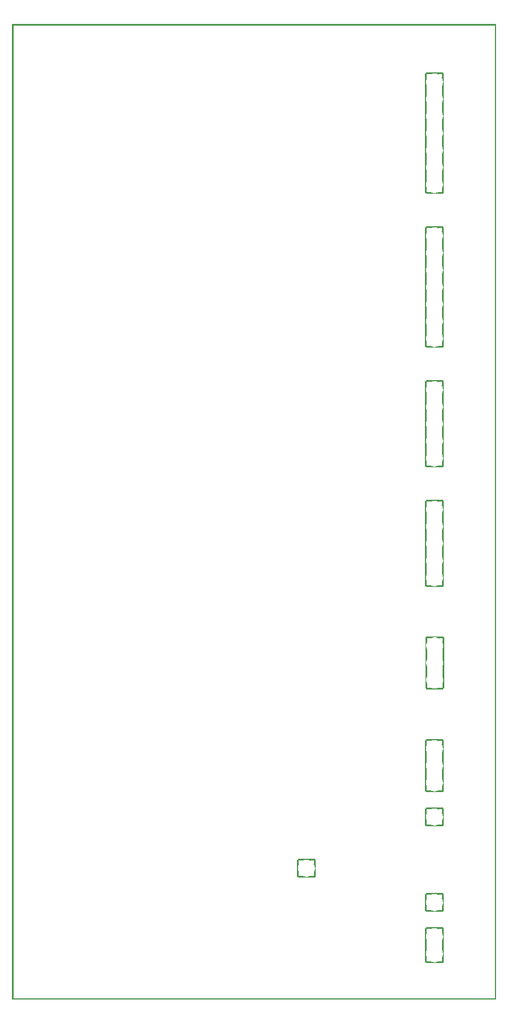
<source format=gbo>
G04 MADE WITH FRITZING*
G04 WWW.FRITZING.ORG*
G04 SINGLE SIDED*
G04 HOLES NOT PLATED*
G04 CONTOUR ON CENTER OF CONTOUR VECTOR*
%ASAXBY*%
%FSLAX23Y23*%
%MOIN*%
%OFA0B0*%
%SFA1.0B1.0*%
%ADD10R,0.001000X0.001000*%
%LNSILK0*%
G90*
G70*
G54D10*
X0Y5707D02*
X2836Y5707D01*
X0Y5706D02*
X2836Y5706D01*
X0Y5705D02*
X2836Y5705D01*
X0Y5704D02*
X2836Y5704D01*
X0Y5703D02*
X2836Y5703D01*
X0Y5702D02*
X2836Y5702D01*
X0Y5701D02*
X2836Y5701D01*
X0Y5700D02*
X2836Y5700D01*
X0Y5699D02*
X7Y5699D01*
X2829Y5699D02*
X2836Y5699D01*
X0Y5698D02*
X7Y5698D01*
X2829Y5698D02*
X2836Y5698D01*
X0Y5697D02*
X7Y5697D01*
X2829Y5697D02*
X2836Y5697D01*
X0Y5696D02*
X7Y5696D01*
X2829Y5696D02*
X2836Y5696D01*
X0Y5695D02*
X7Y5695D01*
X2829Y5695D02*
X2836Y5695D01*
X0Y5694D02*
X7Y5694D01*
X2829Y5694D02*
X2836Y5694D01*
X0Y5693D02*
X7Y5693D01*
X2829Y5693D02*
X2836Y5693D01*
X0Y5692D02*
X7Y5692D01*
X2829Y5692D02*
X2836Y5692D01*
X0Y5691D02*
X7Y5691D01*
X2829Y5691D02*
X2836Y5691D01*
X0Y5690D02*
X7Y5690D01*
X2829Y5690D02*
X2836Y5690D01*
X0Y5689D02*
X7Y5689D01*
X2829Y5689D02*
X2836Y5689D01*
X0Y5688D02*
X7Y5688D01*
X2829Y5688D02*
X2836Y5688D01*
X0Y5687D02*
X7Y5687D01*
X2829Y5687D02*
X2836Y5687D01*
X0Y5686D02*
X7Y5686D01*
X2829Y5686D02*
X2836Y5686D01*
X0Y5685D02*
X7Y5685D01*
X2829Y5685D02*
X2836Y5685D01*
X0Y5684D02*
X7Y5684D01*
X2829Y5684D02*
X2836Y5684D01*
X0Y5683D02*
X7Y5683D01*
X2829Y5683D02*
X2836Y5683D01*
X0Y5682D02*
X7Y5682D01*
X2829Y5682D02*
X2836Y5682D01*
X0Y5681D02*
X7Y5681D01*
X2829Y5681D02*
X2836Y5681D01*
X0Y5680D02*
X7Y5680D01*
X2829Y5680D02*
X2836Y5680D01*
X0Y5679D02*
X7Y5679D01*
X2829Y5679D02*
X2836Y5679D01*
X0Y5678D02*
X7Y5678D01*
X2829Y5678D02*
X2836Y5678D01*
X0Y5677D02*
X7Y5677D01*
X2829Y5677D02*
X2836Y5677D01*
X0Y5676D02*
X7Y5676D01*
X2829Y5676D02*
X2836Y5676D01*
X0Y5675D02*
X7Y5675D01*
X2829Y5675D02*
X2836Y5675D01*
X0Y5674D02*
X7Y5674D01*
X2829Y5674D02*
X2836Y5674D01*
X0Y5673D02*
X7Y5673D01*
X2829Y5673D02*
X2836Y5673D01*
X0Y5672D02*
X7Y5672D01*
X2829Y5672D02*
X2836Y5672D01*
X0Y5671D02*
X7Y5671D01*
X2829Y5671D02*
X2836Y5671D01*
X0Y5670D02*
X7Y5670D01*
X2829Y5670D02*
X2836Y5670D01*
X0Y5669D02*
X7Y5669D01*
X2829Y5669D02*
X2836Y5669D01*
X0Y5668D02*
X7Y5668D01*
X2829Y5668D02*
X2836Y5668D01*
X0Y5667D02*
X7Y5667D01*
X2829Y5667D02*
X2836Y5667D01*
X0Y5666D02*
X7Y5666D01*
X2829Y5666D02*
X2836Y5666D01*
X0Y5665D02*
X7Y5665D01*
X2829Y5665D02*
X2836Y5665D01*
X0Y5664D02*
X7Y5664D01*
X2829Y5664D02*
X2836Y5664D01*
X0Y5663D02*
X7Y5663D01*
X2829Y5663D02*
X2836Y5663D01*
X0Y5662D02*
X7Y5662D01*
X2829Y5662D02*
X2836Y5662D01*
X0Y5661D02*
X7Y5661D01*
X2829Y5661D02*
X2836Y5661D01*
X0Y5660D02*
X7Y5660D01*
X2829Y5660D02*
X2836Y5660D01*
X0Y5659D02*
X7Y5659D01*
X2829Y5659D02*
X2836Y5659D01*
X0Y5658D02*
X7Y5658D01*
X2829Y5658D02*
X2836Y5658D01*
X0Y5657D02*
X7Y5657D01*
X2829Y5657D02*
X2836Y5657D01*
X0Y5656D02*
X7Y5656D01*
X2829Y5656D02*
X2836Y5656D01*
X0Y5655D02*
X7Y5655D01*
X2829Y5655D02*
X2836Y5655D01*
X0Y5654D02*
X7Y5654D01*
X2829Y5654D02*
X2836Y5654D01*
X0Y5653D02*
X7Y5653D01*
X2829Y5653D02*
X2836Y5653D01*
X0Y5652D02*
X7Y5652D01*
X2829Y5652D02*
X2836Y5652D01*
X0Y5651D02*
X7Y5651D01*
X2829Y5651D02*
X2836Y5651D01*
X0Y5650D02*
X7Y5650D01*
X2829Y5650D02*
X2836Y5650D01*
X0Y5649D02*
X7Y5649D01*
X2829Y5649D02*
X2836Y5649D01*
X0Y5648D02*
X7Y5648D01*
X2829Y5648D02*
X2836Y5648D01*
X0Y5647D02*
X7Y5647D01*
X2829Y5647D02*
X2836Y5647D01*
X0Y5646D02*
X7Y5646D01*
X2829Y5646D02*
X2836Y5646D01*
X0Y5645D02*
X7Y5645D01*
X2829Y5645D02*
X2836Y5645D01*
X0Y5644D02*
X7Y5644D01*
X2829Y5644D02*
X2836Y5644D01*
X0Y5643D02*
X7Y5643D01*
X2829Y5643D02*
X2836Y5643D01*
X0Y5642D02*
X7Y5642D01*
X2829Y5642D02*
X2836Y5642D01*
X0Y5641D02*
X7Y5641D01*
X2829Y5641D02*
X2836Y5641D01*
X0Y5640D02*
X7Y5640D01*
X2829Y5640D02*
X2836Y5640D01*
X0Y5639D02*
X7Y5639D01*
X2829Y5639D02*
X2836Y5639D01*
X0Y5638D02*
X7Y5638D01*
X2829Y5638D02*
X2836Y5638D01*
X0Y5637D02*
X7Y5637D01*
X2829Y5637D02*
X2836Y5637D01*
X0Y5636D02*
X7Y5636D01*
X2829Y5636D02*
X2836Y5636D01*
X0Y5635D02*
X7Y5635D01*
X2829Y5635D02*
X2836Y5635D01*
X0Y5634D02*
X7Y5634D01*
X2829Y5634D02*
X2836Y5634D01*
X0Y5633D02*
X7Y5633D01*
X2829Y5633D02*
X2836Y5633D01*
X0Y5632D02*
X7Y5632D01*
X2829Y5632D02*
X2836Y5632D01*
X0Y5631D02*
X7Y5631D01*
X2829Y5631D02*
X2836Y5631D01*
X0Y5630D02*
X7Y5630D01*
X2829Y5630D02*
X2836Y5630D01*
X0Y5629D02*
X7Y5629D01*
X2829Y5629D02*
X2836Y5629D01*
X0Y5628D02*
X7Y5628D01*
X2829Y5628D02*
X2836Y5628D01*
X0Y5627D02*
X7Y5627D01*
X2829Y5627D02*
X2836Y5627D01*
X0Y5626D02*
X7Y5626D01*
X2829Y5626D02*
X2836Y5626D01*
X0Y5625D02*
X7Y5625D01*
X2829Y5625D02*
X2836Y5625D01*
X0Y5624D02*
X7Y5624D01*
X2829Y5624D02*
X2836Y5624D01*
X0Y5623D02*
X7Y5623D01*
X2829Y5623D02*
X2836Y5623D01*
X0Y5622D02*
X7Y5622D01*
X2829Y5622D02*
X2836Y5622D01*
X0Y5621D02*
X7Y5621D01*
X2829Y5621D02*
X2836Y5621D01*
X0Y5620D02*
X7Y5620D01*
X2829Y5620D02*
X2836Y5620D01*
X0Y5619D02*
X7Y5619D01*
X2829Y5619D02*
X2836Y5619D01*
X0Y5618D02*
X7Y5618D01*
X2829Y5618D02*
X2836Y5618D01*
X0Y5617D02*
X7Y5617D01*
X2829Y5617D02*
X2836Y5617D01*
X0Y5616D02*
X7Y5616D01*
X2829Y5616D02*
X2836Y5616D01*
X0Y5615D02*
X7Y5615D01*
X2829Y5615D02*
X2836Y5615D01*
X0Y5614D02*
X7Y5614D01*
X2829Y5614D02*
X2836Y5614D01*
X0Y5613D02*
X7Y5613D01*
X2829Y5613D02*
X2836Y5613D01*
X0Y5612D02*
X7Y5612D01*
X2829Y5612D02*
X2836Y5612D01*
X0Y5611D02*
X7Y5611D01*
X2829Y5611D02*
X2836Y5611D01*
X0Y5610D02*
X7Y5610D01*
X2829Y5610D02*
X2836Y5610D01*
X0Y5609D02*
X7Y5609D01*
X2829Y5609D02*
X2836Y5609D01*
X0Y5608D02*
X7Y5608D01*
X2829Y5608D02*
X2836Y5608D01*
X0Y5607D02*
X7Y5607D01*
X2829Y5607D02*
X2836Y5607D01*
X0Y5606D02*
X7Y5606D01*
X2829Y5606D02*
X2836Y5606D01*
X0Y5605D02*
X7Y5605D01*
X2829Y5605D02*
X2836Y5605D01*
X0Y5604D02*
X7Y5604D01*
X2829Y5604D02*
X2836Y5604D01*
X0Y5603D02*
X7Y5603D01*
X2829Y5603D02*
X2836Y5603D01*
X0Y5602D02*
X7Y5602D01*
X2829Y5602D02*
X2836Y5602D01*
X0Y5601D02*
X7Y5601D01*
X2829Y5601D02*
X2836Y5601D01*
X0Y5600D02*
X7Y5600D01*
X2829Y5600D02*
X2836Y5600D01*
X0Y5599D02*
X7Y5599D01*
X2829Y5599D02*
X2836Y5599D01*
X0Y5598D02*
X7Y5598D01*
X2829Y5598D02*
X2836Y5598D01*
X0Y5597D02*
X7Y5597D01*
X2829Y5597D02*
X2836Y5597D01*
X0Y5596D02*
X7Y5596D01*
X2829Y5596D02*
X2836Y5596D01*
X0Y5595D02*
X7Y5595D01*
X2829Y5595D02*
X2836Y5595D01*
X0Y5594D02*
X7Y5594D01*
X2829Y5594D02*
X2836Y5594D01*
X0Y5593D02*
X7Y5593D01*
X2829Y5593D02*
X2836Y5593D01*
X0Y5592D02*
X7Y5592D01*
X2829Y5592D02*
X2836Y5592D01*
X0Y5591D02*
X7Y5591D01*
X2829Y5591D02*
X2836Y5591D01*
X0Y5590D02*
X7Y5590D01*
X2829Y5590D02*
X2836Y5590D01*
X0Y5589D02*
X7Y5589D01*
X2829Y5589D02*
X2836Y5589D01*
X0Y5588D02*
X7Y5588D01*
X2829Y5588D02*
X2836Y5588D01*
X0Y5587D02*
X7Y5587D01*
X2829Y5587D02*
X2836Y5587D01*
X0Y5586D02*
X7Y5586D01*
X2829Y5586D02*
X2836Y5586D01*
X0Y5585D02*
X7Y5585D01*
X2829Y5585D02*
X2836Y5585D01*
X0Y5584D02*
X7Y5584D01*
X2829Y5584D02*
X2836Y5584D01*
X0Y5583D02*
X7Y5583D01*
X2829Y5583D02*
X2836Y5583D01*
X0Y5582D02*
X7Y5582D01*
X2829Y5582D02*
X2836Y5582D01*
X0Y5581D02*
X7Y5581D01*
X2829Y5581D02*
X2836Y5581D01*
X0Y5580D02*
X7Y5580D01*
X2829Y5580D02*
X2836Y5580D01*
X0Y5579D02*
X7Y5579D01*
X2829Y5579D02*
X2836Y5579D01*
X0Y5578D02*
X7Y5578D01*
X2829Y5578D02*
X2836Y5578D01*
X0Y5577D02*
X7Y5577D01*
X2829Y5577D02*
X2836Y5577D01*
X0Y5576D02*
X7Y5576D01*
X2829Y5576D02*
X2836Y5576D01*
X0Y5575D02*
X7Y5575D01*
X2829Y5575D02*
X2836Y5575D01*
X0Y5574D02*
X7Y5574D01*
X2829Y5574D02*
X2836Y5574D01*
X0Y5573D02*
X7Y5573D01*
X2829Y5573D02*
X2836Y5573D01*
X0Y5572D02*
X7Y5572D01*
X2829Y5572D02*
X2836Y5572D01*
X0Y5571D02*
X7Y5571D01*
X2829Y5571D02*
X2836Y5571D01*
X0Y5570D02*
X7Y5570D01*
X2829Y5570D02*
X2836Y5570D01*
X0Y5569D02*
X7Y5569D01*
X2829Y5569D02*
X2836Y5569D01*
X0Y5568D02*
X7Y5568D01*
X2829Y5568D02*
X2836Y5568D01*
X0Y5567D02*
X7Y5567D01*
X2829Y5567D02*
X2836Y5567D01*
X0Y5566D02*
X7Y5566D01*
X2829Y5566D02*
X2836Y5566D01*
X0Y5565D02*
X7Y5565D01*
X2829Y5565D02*
X2836Y5565D01*
X0Y5564D02*
X7Y5564D01*
X2829Y5564D02*
X2836Y5564D01*
X0Y5563D02*
X7Y5563D01*
X2829Y5563D02*
X2836Y5563D01*
X0Y5562D02*
X7Y5562D01*
X2829Y5562D02*
X2836Y5562D01*
X0Y5561D02*
X7Y5561D01*
X2829Y5561D02*
X2836Y5561D01*
X0Y5560D02*
X7Y5560D01*
X2829Y5560D02*
X2836Y5560D01*
X0Y5559D02*
X7Y5559D01*
X2829Y5559D02*
X2836Y5559D01*
X0Y5558D02*
X7Y5558D01*
X2829Y5558D02*
X2836Y5558D01*
X0Y5557D02*
X7Y5557D01*
X2829Y5557D02*
X2836Y5557D01*
X0Y5556D02*
X7Y5556D01*
X2829Y5556D02*
X2836Y5556D01*
X0Y5555D02*
X7Y5555D01*
X2829Y5555D02*
X2836Y5555D01*
X0Y5554D02*
X7Y5554D01*
X2829Y5554D02*
X2836Y5554D01*
X0Y5553D02*
X7Y5553D01*
X2829Y5553D02*
X2836Y5553D01*
X0Y5552D02*
X7Y5552D01*
X2829Y5552D02*
X2836Y5552D01*
X0Y5551D02*
X7Y5551D01*
X2829Y5551D02*
X2836Y5551D01*
X0Y5550D02*
X7Y5550D01*
X2829Y5550D02*
X2836Y5550D01*
X0Y5549D02*
X7Y5549D01*
X2829Y5549D02*
X2836Y5549D01*
X0Y5548D02*
X7Y5548D01*
X2829Y5548D02*
X2836Y5548D01*
X0Y5547D02*
X7Y5547D01*
X2829Y5547D02*
X2836Y5547D01*
X0Y5546D02*
X7Y5546D01*
X2829Y5546D02*
X2836Y5546D01*
X0Y5545D02*
X7Y5545D01*
X2829Y5545D02*
X2836Y5545D01*
X0Y5544D02*
X7Y5544D01*
X2829Y5544D02*
X2836Y5544D01*
X0Y5543D02*
X7Y5543D01*
X2829Y5543D02*
X2836Y5543D01*
X0Y5542D02*
X7Y5542D01*
X2829Y5542D02*
X2836Y5542D01*
X0Y5541D02*
X7Y5541D01*
X2829Y5541D02*
X2836Y5541D01*
X0Y5540D02*
X7Y5540D01*
X2829Y5540D02*
X2836Y5540D01*
X0Y5539D02*
X7Y5539D01*
X2829Y5539D02*
X2836Y5539D01*
X0Y5538D02*
X7Y5538D01*
X2829Y5538D02*
X2836Y5538D01*
X0Y5537D02*
X7Y5537D01*
X2829Y5537D02*
X2836Y5537D01*
X0Y5536D02*
X7Y5536D01*
X2829Y5536D02*
X2836Y5536D01*
X0Y5535D02*
X7Y5535D01*
X2829Y5535D02*
X2836Y5535D01*
X0Y5534D02*
X7Y5534D01*
X2829Y5534D02*
X2836Y5534D01*
X0Y5533D02*
X7Y5533D01*
X2829Y5533D02*
X2836Y5533D01*
X0Y5532D02*
X7Y5532D01*
X2829Y5532D02*
X2836Y5532D01*
X0Y5531D02*
X7Y5531D01*
X2829Y5531D02*
X2836Y5531D01*
X0Y5530D02*
X7Y5530D01*
X2829Y5530D02*
X2836Y5530D01*
X0Y5529D02*
X7Y5529D01*
X2829Y5529D02*
X2836Y5529D01*
X0Y5528D02*
X7Y5528D01*
X2829Y5528D02*
X2836Y5528D01*
X0Y5527D02*
X7Y5527D01*
X2829Y5527D02*
X2836Y5527D01*
X0Y5526D02*
X7Y5526D01*
X2829Y5526D02*
X2836Y5526D01*
X0Y5525D02*
X7Y5525D01*
X2829Y5525D02*
X2836Y5525D01*
X0Y5524D02*
X7Y5524D01*
X2829Y5524D02*
X2836Y5524D01*
X0Y5523D02*
X7Y5523D01*
X2829Y5523D02*
X2836Y5523D01*
X0Y5522D02*
X7Y5522D01*
X2829Y5522D02*
X2836Y5522D01*
X0Y5521D02*
X7Y5521D01*
X2829Y5521D02*
X2836Y5521D01*
X0Y5520D02*
X7Y5520D01*
X2829Y5520D02*
X2836Y5520D01*
X0Y5519D02*
X7Y5519D01*
X2829Y5519D02*
X2836Y5519D01*
X0Y5518D02*
X7Y5518D01*
X2829Y5518D02*
X2836Y5518D01*
X0Y5517D02*
X7Y5517D01*
X2829Y5517D02*
X2836Y5517D01*
X0Y5516D02*
X7Y5516D01*
X2829Y5516D02*
X2836Y5516D01*
X0Y5515D02*
X7Y5515D01*
X2829Y5515D02*
X2836Y5515D01*
X0Y5514D02*
X7Y5514D01*
X2829Y5514D02*
X2836Y5514D01*
X0Y5513D02*
X7Y5513D01*
X2829Y5513D02*
X2836Y5513D01*
X0Y5512D02*
X7Y5512D01*
X2829Y5512D02*
X2836Y5512D01*
X0Y5511D02*
X7Y5511D01*
X2829Y5511D02*
X2836Y5511D01*
X0Y5510D02*
X7Y5510D01*
X2829Y5510D02*
X2836Y5510D01*
X0Y5509D02*
X7Y5509D01*
X2829Y5509D02*
X2836Y5509D01*
X0Y5508D02*
X7Y5508D01*
X2829Y5508D02*
X2836Y5508D01*
X0Y5507D02*
X7Y5507D01*
X2829Y5507D02*
X2836Y5507D01*
X0Y5506D02*
X7Y5506D01*
X2829Y5506D02*
X2836Y5506D01*
X0Y5505D02*
X7Y5505D01*
X2829Y5505D02*
X2836Y5505D01*
X0Y5504D02*
X7Y5504D01*
X2829Y5504D02*
X2836Y5504D01*
X0Y5503D02*
X7Y5503D01*
X2829Y5503D02*
X2836Y5503D01*
X0Y5502D02*
X7Y5502D01*
X2829Y5502D02*
X2836Y5502D01*
X0Y5501D02*
X7Y5501D01*
X2829Y5501D02*
X2836Y5501D01*
X0Y5500D02*
X7Y5500D01*
X2829Y5500D02*
X2836Y5500D01*
X0Y5499D02*
X7Y5499D01*
X2829Y5499D02*
X2836Y5499D01*
X0Y5498D02*
X7Y5498D01*
X2829Y5498D02*
X2836Y5498D01*
X0Y5497D02*
X7Y5497D01*
X2829Y5497D02*
X2836Y5497D01*
X0Y5496D02*
X7Y5496D01*
X2829Y5496D02*
X2836Y5496D01*
X0Y5495D02*
X7Y5495D01*
X2829Y5495D02*
X2836Y5495D01*
X0Y5494D02*
X7Y5494D01*
X2829Y5494D02*
X2836Y5494D01*
X0Y5493D02*
X7Y5493D01*
X2829Y5493D02*
X2836Y5493D01*
X0Y5492D02*
X7Y5492D01*
X2829Y5492D02*
X2836Y5492D01*
X0Y5491D02*
X7Y5491D01*
X2829Y5491D02*
X2836Y5491D01*
X0Y5490D02*
X7Y5490D01*
X2829Y5490D02*
X2836Y5490D01*
X0Y5489D02*
X7Y5489D01*
X2829Y5489D02*
X2836Y5489D01*
X0Y5488D02*
X7Y5488D01*
X2829Y5488D02*
X2836Y5488D01*
X0Y5487D02*
X7Y5487D01*
X2829Y5487D02*
X2836Y5487D01*
X0Y5486D02*
X7Y5486D01*
X2829Y5486D02*
X2836Y5486D01*
X0Y5485D02*
X7Y5485D01*
X2829Y5485D02*
X2836Y5485D01*
X0Y5484D02*
X7Y5484D01*
X2829Y5484D02*
X2836Y5484D01*
X0Y5483D02*
X7Y5483D01*
X2829Y5483D02*
X2836Y5483D01*
X0Y5482D02*
X7Y5482D01*
X2829Y5482D02*
X2836Y5482D01*
X0Y5481D02*
X7Y5481D01*
X2829Y5481D02*
X2836Y5481D01*
X0Y5480D02*
X7Y5480D01*
X2829Y5480D02*
X2836Y5480D01*
X0Y5479D02*
X7Y5479D01*
X2829Y5479D02*
X2836Y5479D01*
X0Y5478D02*
X7Y5478D01*
X2829Y5478D02*
X2836Y5478D01*
X0Y5477D02*
X7Y5477D01*
X2829Y5477D02*
X2836Y5477D01*
X0Y5476D02*
X7Y5476D01*
X2829Y5476D02*
X2836Y5476D01*
X0Y5475D02*
X7Y5475D01*
X2829Y5475D02*
X2836Y5475D01*
X0Y5474D02*
X7Y5474D01*
X2829Y5474D02*
X2836Y5474D01*
X0Y5473D02*
X7Y5473D01*
X2829Y5473D02*
X2836Y5473D01*
X0Y5472D02*
X7Y5472D01*
X2829Y5472D02*
X2836Y5472D01*
X0Y5471D02*
X7Y5471D01*
X2829Y5471D02*
X2836Y5471D01*
X0Y5470D02*
X7Y5470D01*
X2829Y5470D02*
X2836Y5470D01*
X0Y5469D02*
X7Y5469D01*
X2829Y5469D02*
X2836Y5469D01*
X0Y5468D02*
X7Y5468D01*
X2829Y5468D02*
X2836Y5468D01*
X0Y5467D02*
X7Y5467D01*
X2829Y5467D02*
X2836Y5467D01*
X0Y5466D02*
X7Y5466D01*
X2829Y5466D02*
X2836Y5466D01*
X0Y5465D02*
X7Y5465D01*
X2829Y5465D02*
X2836Y5465D01*
X0Y5464D02*
X7Y5464D01*
X2829Y5464D02*
X2836Y5464D01*
X0Y5463D02*
X7Y5463D01*
X2829Y5463D02*
X2836Y5463D01*
X0Y5462D02*
X7Y5462D01*
X2829Y5462D02*
X2836Y5462D01*
X0Y5461D02*
X7Y5461D01*
X2829Y5461D02*
X2836Y5461D01*
X0Y5460D02*
X7Y5460D01*
X2829Y5460D02*
X2836Y5460D01*
X0Y5459D02*
X7Y5459D01*
X2829Y5459D02*
X2836Y5459D01*
X0Y5458D02*
X7Y5458D01*
X2829Y5458D02*
X2836Y5458D01*
X0Y5457D02*
X7Y5457D01*
X2829Y5457D02*
X2836Y5457D01*
X0Y5456D02*
X7Y5456D01*
X2829Y5456D02*
X2836Y5456D01*
X0Y5455D02*
X7Y5455D01*
X2829Y5455D02*
X2836Y5455D01*
X0Y5454D02*
X7Y5454D01*
X2829Y5454D02*
X2836Y5454D01*
X0Y5453D02*
X7Y5453D01*
X2829Y5453D02*
X2836Y5453D01*
X0Y5452D02*
X7Y5452D01*
X2829Y5452D02*
X2836Y5452D01*
X0Y5451D02*
X7Y5451D01*
X2829Y5451D02*
X2836Y5451D01*
X0Y5450D02*
X7Y5450D01*
X2829Y5450D02*
X2836Y5450D01*
X0Y5449D02*
X7Y5449D01*
X2829Y5449D02*
X2836Y5449D01*
X0Y5448D02*
X7Y5448D01*
X2829Y5448D02*
X2836Y5448D01*
X0Y5447D02*
X7Y5447D01*
X2829Y5447D02*
X2836Y5447D01*
X0Y5446D02*
X7Y5446D01*
X2829Y5446D02*
X2836Y5446D01*
X0Y5445D02*
X7Y5445D01*
X2829Y5445D02*
X2836Y5445D01*
X0Y5444D02*
X7Y5444D01*
X2829Y5444D02*
X2836Y5444D01*
X0Y5443D02*
X7Y5443D01*
X2829Y5443D02*
X2836Y5443D01*
X0Y5442D02*
X7Y5442D01*
X2829Y5442D02*
X2836Y5442D01*
X0Y5441D02*
X7Y5441D01*
X2829Y5441D02*
X2836Y5441D01*
X0Y5440D02*
X7Y5440D01*
X2829Y5440D02*
X2836Y5440D01*
X0Y5439D02*
X7Y5439D01*
X2829Y5439D02*
X2836Y5439D01*
X0Y5438D02*
X7Y5438D01*
X2829Y5438D02*
X2836Y5438D01*
X0Y5437D02*
X7Y5437D01*
X2829Y5437D02*
X2836Y5437D01*
X0Y5436D02*
X7Y5436D01*
X2829Y5436D02*
X2836Y5436D01*
X0Y5435D02*
X7Y5435D01*
X2829Y5435D02*
X2836Y5435D01*
X0Y5434D02*
X7Y5434D01*
X2829Y5434D02*
X2836Y5434D01*
X0Y5433D02*
X7Y5433D01*
X2829Y5433D02*
X2836Y5433D01*
X0Y5432D02*
X7Y5432D01*
X2829Y5432D02*
X2836Y5432D01*
X0Y5431D02*
X7Y5431D01*
X2829Y5431D02*
X2836Y5431D01*
X0Y5430D02*
X7Y5430D01*
X2829Y5430D02*
X2836Y5430D01*
X0Y5429D02*
X7Y5429D01*
X2829Y5429D02*
X2836Y5429D01*
X0Y5428D02*
X7Y5428D01*
X2829Y5428D02*
X2836Y5428D01*
X0Y5427D02*
X7Y5427D01*
X2829Y5427D02*
X2836Y5427D01*
X0Y5426D02*
X7Y5426D01*
X2829Y5426D02*
X2836Y5426D01*
X0Y5425D02*
X7Y5425D01*
X2829Y5425D02*
X2836Y5425D01*
X0Y5424D02*
X7Y5424D01*
X2425Y5424D02*
X2524Y5424D01*
X2829Y5424D02*
X2836Y5424D01*
X0Y5423D02*
X7Y5423D01*
X2425Y5423D02*
X2524Y5423D01*
X2829Y5423D02*
X2836Y5423D01*
X0Y5422D02*
X7Y5422D01*
X2425Y5422D02*
X2524Y5422D01*
X2829Y5422D02*
X2836Y5422D01*
X0Y5421D02*
X7Y5421D01*
X2425Y5421D02*
X2524Y5421D01*
X2829Y5421D02*
X2836Y5421D01*
X0Y5420D02*
X7Y5420D01*
X2425Y5420D02*
X2524Y5420D01*
X2829Y5420D02*
X2836Y5420D01*
X0Y5419D02*
X7Y5419D01*
X2420Y5419D02*
X2469Y5419D01*
X2480Y5419D02*
X2529Y5419D01*
X2829Y5419D02*
X2836Y5419D01*
X0Y5418D02*
X7Y5418D01*
X2420Y5418D02*
X2464Y5418D01*
X2485Y5418D02*
X2529Y5418D01*
X2829Y5418D02*
X2836Y5418D01*
X0Y5417D02*
X7Y5417D01*
X2420Y5417D02*
X2461Y5417D01*
X2488Y5417D02*
X2529Y5417D01*
X2829Y5417D02*
X2836Y5417D01*
X0Y5416D02*
X7Y5416D01*
X2420Y5416D02*
X2458Y5416D01*
X2491Y5416D02*
X2529Y5416D01*
X2829Y5416D02*
X2836Y5416D01*
X0Y5415D02*
X7Y5415D01*
X2420Y5415D02*
X2456Y5415D01*
X2493Y5415D02*
X2529Y5415D01*
X2829Y5415D02*
X2836Y5415D01*
X0Y5414D02*
X7Y5414D01*
X2420Y5414D02*
X2429Y5414D01*
X2495Y5414D02*
X2498Y5414D01*
X2520Y5414D02*
X2529Y5414D01*
X2829Y5414D02*
X2836Y5414D01*
X0Y5413D02*
X7Y5413D01*
X2420Y5413D02*
X2429Y5413D01*
X2497Y5413D02*
X2499Y5413D01*
X2520Y5413D02*
X2529Y5413D01*
X2829Y5413D02*
X2836Y5413D01*
X0Y5412D02*
X7Y5412D01*
X2420Y5412D02*
X2429Y5412D01*
X2499Y5412D02*
X2500Y5412D01*
X2520Y5412D02*
X2529Y5412D01*
X2829Y5412D02*
X2836Y5412D01*
X0Y5411D02*
X7Y5411D01*
X2420Y5411D02*
X2429Y5411D01*
X2500Y5411D02*
X2501Y5411D01*
X2520Y5411D02*
X2529Y5411D01*
X2829Y5411D02*
X2836Y5411D01*
X0Y5410D02*
X7Y5410D01*
X2420Y5410D02*
X2429Y5410D01*
X2502Y5410D02*
X2502Y5410D01*
X2520Y5410D02*
X2529Y5410D01*
X2829Y5410D02*
X2836Y5410D01*
X0Y5409D02*
X7Y5409D01*
X2420Y5409D02*
X2429Y5409D01*
X2503Y5409D02*
X2503Y5409D01*
X2520Y5409D02*
X2529Y5409D01*
X2829Y5409D02*
X2836Y5409D01*
X0Y5408D02*
X7Y5408D01*
X2420Y5408D02*
X2429Y5408D01*
X2504Y5408D02*
X2504Y5408D01*
X2520Y5408D02*
X2529Y5408D01*
X2829Y5408D02*
X2836Y5408D01*
X0Y5407D02*
X7Y5407D01*
X2420Y5407D02*
X2429Y5407D01*
X2520Y5407D02*
X2529Y5407D01*
X2829Y5407D02*
X2836Y5407D01*
X0Y5406D02*
X7Y5406D01*
X2420Y5406D02*
X2429Y5406D01*
X2520Y5406D02*
X2529Y5406D01*
X2829Y5406D02*
X2836Y5406D01*
X0Y5405D02*
X7Y5405D01*
X2420Y5405D02*
X2429Y5405D01*
X2520Y5405D02*
X2529Y5405D01*
X2829Y5405D02*
X2836Y5405D01*
X0Y5404D02*
X7Y5404D01*
X2420Y5404D02*
X2429Y5404D01*
X2520Y5404D02*
X2529Y5404D01*
X2829Y5404D02*
X2836Y5404D01*
X0Y5403D02*
X7Y5403D01*
X2420Y5403D02*
X2429Y5403D01*
X2520Y5403D02*
X2529Y5403D01*
X2829Y5403D02*
X2836Y5403D01*
X0Y5402D02*
X7Y5402D01*
X2420Y5402D02*
X2429Y5402D01*
X2520Y5402D02*
X2529Y5402D01*
X2829Y5402D02*
X2836Y5402D01*
X0Y5401D02*
X7Y5401D01*
X2420Y5401D02*
X2429Y5401D01*
X2520Y5401D02*
X2529Y5401D01*
X2829Y5401D02*
X2836Y5401D01*
X0Y5400D02*
X7Y5400D01*
X2420Y5400D02*
X2429Y5400D01*
X2520Y5400D02*
X2529Y5400D01*
X2829Y5400D02*
X2836Y5400D01*
X0Y5399D02*
X7Y5399D01*
X2420Y5399D02*
X2429Y5399D01*
X2520Y5399D02*
X2529Y5399D01*
X2829Y5399D02*
X2836Y5399D01*
X0Y5398D02*
X7Y5398D01*
X2420Y5398D02*
X2429Y5398D01*
X2514Y5398D02*
X2514Y5398D01*
X2520Y5398D02*
X2529Y5398D01*
X2829Y5398D02*
X2836Y5398D01*
X0Y5397D02*
X7Y5397D01*
X2420Y5397D02*
X2429Y5397D01*
X2515Y5397D02*
X2515Y5397D01*
X2520Y5397D02*
X2529Y5397D01*
X2829Y5397D02*
X2836Y5397D01*
X0Y5396D02*
X7Y5396D01*
X2420Y5396D02*
X2429Y5396D01*
X2516Y5396D02*
X2516Y5396D01*
X2520Y5396D02*
X2529Y5396D01*
X2829Y5396D02*
X2836Y5396D01*
X0Y5395D02*
X7Y5395D01*
X2420Y5395D02*
X2429Y5395D01*
X2517Y5395D02*
X2517Y5395D01*
X2520Y5395D02*
X2529Y5395D01*
X2829Y5395D02*
X2836Y5395D01*
X0Y5394D02*
X7Y5394D01*
X2420Y5394D02*
X2429Y5394D01*
X2517Y5394D02*
X2518Y5394D01*
X2520Y5394D02*
X2529Y5394D01*
X2829Y5394D02*
X2836Y5394D01*
X0Y5393D02*
X7Y5393D01*
X2420Y5393D02*
X2429Y5393D01*
X2518Y5393D02*
X2529Y5393D01*
X2829Y5393D02*
X2836Y5393D01*
X0Y5392D02*
X7Y5392D01*
X2420Y5392D02*
X2429Y5392D01*
X2518Y5392D02*
X2529Y5392D01*
X2829Y5392D02*
X2836Y5392D01*
X0Y5391D02*
X7Y5391D01*
X2420Y5391D02*
X2429Y5391D01*
X2519Y5391D02*
X2529Y5391D01*
X2829Y5391D02*
X2836Y5391D01*
X0Y5390D02*
X7Y5390D01*
X2420Y5390D02*
X2429Y5390D01*
X2520Y5390D02*
X2529Y5390D01*
X2829Y5390D02*
X2836Y5390D01*
X0Y5389D02*
X7Y5389D01*
X2420Y5389D02*
X2429Y5389D01*
X2520Y5389D02*
X2529Y5389D01*
X2829Y5389D02*
X2836Y5389D01*
X0Y5388D02*
X7Y5388D01*
X2420Y5388D02*
X2428Y5388D01*
X2521Y5388D02*
X2529Y5388D01*
X2829Y5388D02*
X2836Y5388D01*
X0Y5387D02*
X7Y5387D01*
X2420Y5387D02*
X2428Y5387D01*
X2521Y5387D02*
X2529Y5387D01*
X2829Y5387D02*
X2836Y5387D01*
X0Y5386D02*
X7Y5386D01*
X2420Y5386D02*
X2427Y5386D01*
X2522Y5386D02*
X2529Y5386D01*
X2829Y5386D02*
X2836Y5386D01*
X0Y5385D02*
X7Y5385D01*
X2420Y5385D02*
X2427Y5385D01*
X2522Y5385D02*
X2529Y5385D01*
X2829Y5385D02*
X2836Y5385D01*
X0Y5384D02*
X7Y5384D01*
X2420Y5384D02*
X2427Y5384D01*
X2522Y5384D02*
X2529Y5384D01*
X2829Y5384D02*
X2836Y5384D01*
X0Y5383D02*
X7Y5383D01*
X2420Y5383D02*
X2426Y5383D01*
X2523Y5383D02*
X2529Y5383D01*
X2829Y5383D02*
X2836Y5383D01*
X0Y5382D02*
X7Y5382D01*
X2420Y5382D02*
X2426Y5382D01*
X2523Y5382D02*
X2529Y5382D01*
X2829Y5382D02*
X2836Y5382D01*
X0Y5381D02*
X7Y5381D01*
X2420Y5381D02*
X2426Y5381D01*
X2523Y5381D02*
X2529Y5381D01*
X2829Y5381D02*
X2836Y5381D01*
X0Y5380D02*
X7Y5380D01*
X2420Y5380D02*
X2425Y5380D01*
X2524Y5380D02*
X2529Y5380D01*
X2829Y5380D02*
X2836Y5380D01*
X0Y5379D02*
X7Y5379D01*
X2420Y5379D02*
X2425Y5379D01*
X2524Y5379D02*
X2529Y5379D01*
X2829Y5379D02*
X2836Y5379D01*
X0Y5378D02*
X7Y5378D01*
X2420Y5378D02*
X2425Y5378D01*
X2524Y5378D02*
X2529Y5378D01*
X2829Y5378D02*
X2836Y5378D01*
X0Y5377D02*
X7Y5377D01*
X2420Y5377D02*
X2425Y5377D01*
X2524Y5377D02*
X2529Y5377D01*
X2829Y5377D02*
X2836Y5377D01*
X0Y5376D02*
X7Y5376D01*
X2420Y5376D02*
X2424Y5376D01*
X2525Y5376D02*
X2529Y5376D01*
X2829Y5376D02*
X2836Y5376D01*
X0Y5375D02*
X7Y5375D01*
X2420Y5375D02*
X2424Y5375D01*
X2525Y5375D02*
X2529Y5375D01*
X2829Y5375D02*
X2836Y5375D01*
X0Y5374D02*
X7Y5374D01*
X2420Y5374D02*
X2424Y5374D01*
X2525Y5374D02*
X2529Y5374D01*
X2829Y5374D02*
X2836Y5374D01*
X0Y5373D02*
X7Y5373D01*
X2420Y5373D02*
X2424Y5373D01*
X2525Y5373D02*
X2529Y5373D01*
X2829Y5373D02*
X2836Y5373D01*
X0Y5372D02*
X7Y5372D01*
X2420Y5372D02*
X2424Y5372D01*
X2525Y5372D02*
X2529Y5372D01*
X2829Y5372D02*
X2836Y5372D01*
X0Y5371D02*
X7Y5371D01*
X2420Y5371D02*
X2424Y5371D01*
X2525Y5371D02*
X2529Y5371D01*
X2829Y5371D02*
X2836Y5371D01*
X0Y5370D02*
X7Y5370D01*
X2420Y5370D02*
X2424Y5370D01*
X2525Y5370D02*
X2529Y5370D01*
X2829Y5370D02*
X2836Y5370D01*
X0Y5369D02*
X7Y5369D01*
X2420Y5369D02*
X2424Y5369D01*
X2525Y5369D02*
X2529Y5369D01*
X2829Y5369D02*
X2836Y5369D01*
X0Y5368D02*
X7Y5368D01*
X2420Y5368D02*
X2424Y5368D01*
X2525Y5368D02*
X2529Y5368D01*
X2829Y5368D02*
X2836Y5368D01*
X0Y5367D02*
X7Y5367D01*
X2420Y5367D02*
X2424Y5367D01*
X2525Y5367D02*
X2529Y5367D01*
X2829Y5367D02*
X2836Y5367D01*
X0Y5366D02*
X7Y5366D01*
X2420Y5366D02*
X2424Y5366D01*
X2525Y5366D02*
X2529Y5366D01*
X2829Y5366D02*
X2836Y5366D01*
X0Y5365D02*
X7Y5365D01*
X2420Y5365D02*
X2424Y5365D01*
X2525Y5365D02*
X2529Y5365D01*
X2829Y5365D02*
X2836Y5365D01*
X0Y5364D02*
X7Y5364D01*
X2420Y5364D02*
X2424Y5364D01*
X2525Y5364D02*
X2529Y5364D01*
X2829Y5364D02*
X2836Y5364D01*
X0Y5363D02*
X7Y5363D01*
X2420Y5363D02*
X2424Y5363D01*
X2525Y5363D02*
X2529Y5363D01*
X2829Y5363D02*
X2836Y5363D01*
X0Y5362D02*
X7Y5362D01*
X2420Y5362D02*
X2424Y5362D01*
X2525Y5362D02*
X2529Y5362D01*
X2829Y5362D02*
X2836Y5362D01*
X0Y5361D02*
X7Y5361D01*
X2420Y5361D02*
X2425Y5361D01*
X2524Y5361D02*
X2529Y5361D01*
X2829Y5361D02*
X2836Y5361D01*
X0Y5360D02*
X7Y5360D01*
X2420Y5360D02*
X2425Y5360D01*
X2524Y5360D02*
X2529Y5360D01*
X2829Y5360D02*
X2836Y5360D01*
X0Y5359D02*
X7Y5359D01*
X2420Y5359D02*
X2425Y5359D01*
X2524Y5359D02*
X2529Y5359D01*
X2829Y5359D02*
X2836Y5359D01*
X0Y5358D02*
X7Y5358D01*
X2420Y5358D02*
X2425Y5358D01*
X2524Y5358D02*
X2529Y5358D01*
X2829Y5358D02*
X2836Y5358D01*
X0Y5357D02*
X7Y5357D01*
X2420Y5357D02*
X2426Y5357D01*
X2523Y5357D02*
X2529Y5357D01*
X2829Y5357D02*
X2836Y5357D01*
X0Y5356D02*
X7Y5356D01*
X2420Y5356D02*
X2426Y5356D01*
X2523Y5356D02*
X2529Y5356D01*
X2829Y5356D02*
X2836Y5356D01*
X0Y5355D02*
X7Y5355D01*
X2420Y5355D02*
X2426Y5355D01*
X2523Y5355D02*
X2529Y5355D01*
X2829Y5355D02*
X2836Y5355D01*
X0Y5354D02*
X7Y5354D01*
X2420Y5354D02*
X2427Y5354D01*
X2522Y5354D02*
X2529Y5354D01*
X2829Y5354D02*
X2836Y5354D01*
X0Y5353D02*
X7Y5353D01*
X2420Y5353D02*
X2427Y5353D01*
X2522Y5353D02*
X2529Y5353D01*
X2829Y5353D02*
X2836Y5353D01*
X0Y5352D02*
X7Y5352D01*
X2420Y5352D02*
X2428Y5352D01*
X2521Y5352D02*
X2529Y5352D01*
X2829Y5352D02*
X2836Y5352D01*
X0Y5351D02*
X7Y5351D01*
X2420Y5351D02*
X2428Y5351D01*
X2521Y5351D02*
X2529Y5351D01*
X2829Y5351D02*
X2836Y5351D01*
X0Y5350D02*
X7Y5350D01*
X2420Y5350D02*
X2428Y5350D01*
X2521Y5350D02*
X2529Y5350D01*
X2829Y5350D02*
X2836Y5350D01*
X0Y5349D02*
X7Y5349D01*
X2420Y5349D02*
X2429Y5349D01*
X2520Y5349D02*
X2529Y5349D01*
X2829Y5349D02*
X2836Y5349D01*
X0Y5348D02*
X7Y5348D01*
X2420Y5348D02*
X2429Y5348D01*
X2520Y5348D02*
X2529Y5348D01*
X2829Y5348D02*
X2836Y5348D01*
X0Y5347D02*
X7Y5347D01*
X2420Y5347D02*
X2429Y5347D01*
X2520Y5347D02*
X2529Y5347D01*
X2829Y5347D02*
X2836Y5347D01*
X0Y5346D02*
X7Y5346D01*
X2420Y5346D02*
X2429Y5346D01*
X2520Y5346D02*
X2529Y5346D01*
X2829Y5346D02*
X2836Y5346D01*
X0Y5345D02*
X7Y5345D01*
X2420Y5345D02*
X2429Y5345D01*
X2520Y5345D02*
X2529Y5345D01*
X2829Y5345D02*
X2836Y5345D01*
X0Y5344D02*
X7Y5344D01*
X2420Y5344D02*
X2429Y5344D01*
X2520Y5344D02*
X2529Y5344D01*
X2829Y5344D02*
X2836Y5344D01*
X0Y5343D02*
X7Y5343D01*
X2420Y5343D02*
X2429Y5343D01*
X2520Y5343D02*
X2529Y5343D01*
X2829Y5343D02*
X2836Y5343D01*
X0Y5342D02*
X7Y5342D01*
X2420Y5342D02*
X2429Y5342D01*
X2520Y5342D02*
X2529Y5342D01*
X2829Y5342D02*
X2836Y5342D01*
X0Y5341D02*
X7Y5341D01*
X2420Y5341D02*
X2429Y5341D01*
X2520Y5341D02*
X2529Y5341D01*
X2829Y5341D02*
X2836Y5341D01*
X0Y5340D02*
X7Y5340D01*
X2420Y5340D02*
X2429Y5340D01*
X2520Y5340D02*
X2529Y5340D01*
X2829Y5340D02*
X2836Y5340D01*
X0Y5339D02*
X7Y5339D01*
X2420Y5339D02*
X2429Y5339D01*
X2520Y5339D02*
X2529Y5339D01*
X2829Y5339D02*
X2836Y5339D01*
X0Y5338D02*
X7Y5338D01*
X2420Y5338D02*
X2429Y5338D01*
X2520Y5338D02*
X2529Y5338D01*
X2829Y5338D02*
X2836Y5338D01*
X0Y5337D02*
X7Y5337D01*
X2420Y5337D02*
X2429Y5337D01*
X2520Y5337D02*
X2529Y5337D01*
X2829Y5337D02*
X2836Y5337D01*
X0Y5336D02*
X7Y5336D01*
X2420Y5336D02*
X2429Y5336D01*
X2520Y5336D02*
X2529Y5336D01*
X2829Y5336D02*
X2836Y5336D01*
X0Y5335D02*
X7Y5335D01*
X2420Y5335D02*
X2429Y5335D01*
X2520Y5335D02*
X2529Y5335D01*
X2829Y5335D02*
X2836Y5335D01*
X0Y5334D02*
X7Y5334D01*
X2420Y5334D02*
X2429Y5334D01*
X2520Y5334D02*
X2529Y5334D01*
X2829Y5334D02*
X2836Y5334D01*
X0Y5333D02*
X7Y5333D01*
X2420Y5333D02*
X2429Y5333D01*
X2520Y5333D02*
X2529Y5333D01*
X2829Y5333D02*
X2836Y5333D01*
X0Y5332D02*
X7Y5332D01*
X2420Y5332D02*
X2429Y5332D01*
X2520Y5332D02*
X2529Y5332D01*
X2829Y5332D02*
X2836Y5332D01*
X0Y5331D02*
X7Y5331D01*
X2420Y5331D02*
X2429Y5331D01*
X2520Y5331D02*
X2529Y5331D01*
X2829Y5331D02*
X2836Y5331D01*
X0Y5330D02*
X7Y5330D01*
X2420Y5330D02*
X2429Y5330D01*
X2520Y5330D02*
X2529Y5330D01*
X2829Y5330D02*
X2836Y5330D01*
X0Y5329D02*
X7Y5329D01*
X2420Y5329D02*
X2429Y5329D01*
X2520Y5329D02*
X2529Y5329D01*
X2829Y5329D02*
X2836Y5329D01*
X0Y5328D02*
X7Y5328D01*
X2420Y5328D02*
X2429Y5328D01*
X2520Y5328D02*
X2529Y5328D01*
X2829Y5328D02*
X2836Y5328D01*
X0Y5327D02*
X7Y5327D01*
X2420Y5327D02*
X2429Y5327D01*
X2520Y5327D02*
X2529Y5327D01*
X2829Y5327D02*
X2836Y5327D01*
X0Y5326D02*
X7Y5326D01*
X2420Y5326D02*
X2429Y5326D01*
X2520Y5326D02*
X2529Y5326D01*
X2829Y5326D02*
X2836Y5326D01*
X0Y5325D02*
X7Y5325D01*
X2420Y5325D02*
X2429Y5325D01*
X2520Y5325D02*
X2529Y5325D01*
X2829Y5325D02*
X2836Y5325D01*
X0Y5324D02*
X7Y5324D01*
X2420Y5324D02*
X2429Y5324D01*
X2520Y5324D02*
X2529Y5324D01*
X2829Y5324D02*
X2836Y5324D01*
X0Y5323D02*
X7Y5323D01*
X2420Y5323D02*
X2429Y5323D01*
X2520Y5323D02*
X2529Y5323D01*
X2829Y5323D02*
X2836Y5323D01*
X0Y5322D02*
X7Y5322D01*
X2420Y5322D02*
X2429Y5322D01*
X2520Y5322D02*
X2529Y5322D01*
X2829Y5322D02*
X2836Y5322D01*
X0Y5321D02*
X7Y5321D01*
X2420Y5321D02*
X2429Y5321D01*
X2520Y5321D02*
X2529Y5321D01*
X2829Y5321D02*
X2836Y5321D01*
X0Y5320D02*
X7Y5320D01*
X2420Y5320D02*
X2429Y5320D01*
X2520Y5320D02*
X2529Y5320D01*
X2829Y5320D02*
X2836Y5320D01*
X0Y5319D02*
X7Y5319D01*
X2420Y5319D02*
X2429Y5319D01*
X2520Y5319D02*
X2529Y5319D01*
X2829Y5319D02*
X2836Y5319D01*
X0Y5318D02*
X7Y5318D01*
X2420Y5318D02*
X2429Y5318D01*
X2520Y5318D02*
X2529Y5318D01*
X2829Y5318D02*
X2836Y5318D01*
X0Y5317D02*
X7Y5317D01*
X2420Y5317D02*
X2429Y5317D01*
X2520Y5317D02*
X2529Y5317D01*
X2829Y5317D02*
X2836Y5317D01*
X0Y5316D02*
X7Y5316D01*
X2420Y5316D02*
X2429Y5316D01*
X2520Y5316D02*
X2529Y5316D01*
X2829Y5316D02*
X2836Y5316D01*
X0Y5315D02*
X7Y5315D01*
X2420Y5315D02*
X2429Y5315D01*
X2520Y5315D02*
X2529Y5315D01*
X2829Y5315D02*
X2836Y5315D01*
X0Y5314D02*
X7Y5314D01*
X2420Y5314D02*
X2429Y5314D01*
X2520Y5314D02*
X2529Y5314D01*
X2829Y5314D02*
X2836Y5314D01*
X0Y5313D02*
X7Y5313D01*
X2420Y5313D02*
X2429Y5313D01*
X2520Y5313D02*
X2529Y5313D01*
X2829Y5313D02*
X2836Y5313D01*
X0Y5312D02*
X7Y5312D01*
X2420Y5312D02*
X2429Y5312D01*
X2520Y5312D02*
X2529Y5312D01*
X2829Y5312D02*
X2836Y5312D01*
X0Y5311D02*
X7Y5311D01*
X2420Y5311D02*
X2429Y5311D01*
X2520Y5311D02*
X2529Y5311D01*
X2829Y5311D02*
X2836Y5311D01*
X0Y5310D02*
X7Y5310D01*
X2420Y5310D02*
X2429Y5310D01*
X2520Y5310D02*
X2529Y5310D01*
X2829Y5310D02*
X2836Y5310D01*
X0Y5309D02*
X7Y5309D01*
X2420Y5309D02*
X2429Y5309D01*
X2520Y5309D02*
X2529Y5309D01*
X2829Y5309D02*
X2836Y5309D01*
X0Y5308D02*
X7Y5308D01*
X2420Y5308D02*
X2429Y5308D01*
X2520Y5308D02*
X2529Y5308D01*
X2829Y5308D02*
X2836Y5308D01*
X0Y5307D02*
X7Y5307D01*
X2420Y5307D02*
X2429Y5307D01*
X2520Y5307D02*
X2529Y5307D01*
X2829Y5307D02*
X2836Y5307D01*
X0Y5306D02*
X7Y5306D01*
X2420Y5306D02*
X2429Y5306D01*
X2520Y5306D02*
X2529Y5306D01*
X2829Y5306D02*
X2836Y5306D01*
X0Y5305D02*
X7Y5305D01*
X2420Y5305D02*
X2429Y5305D01*
X2520Y5305D02*
X2529Y5305D01*
X2829Y5305D02*
X2836Y5305D01*
X0Y5304D02*
X7Y5304D01*
X2420Y5304D02*
X2429Y5304D01*
X2520Y5304D02*
X2529Y5304D01*
X2829Y5304D02*
X2836Y5304D01*
X0Y5303D02*
X7Y5303D01*
X2420Y5303D02*
X2429Y5303D01*
X2520Y5303D02*
X2529Y5303D01*
X2829Y5303D02*
X2836Y5303D01*
X0Y5302D02*
X7Y5302D01*
X2420Y5302D02*
X2429Y5302D01*
X2520Y5302D02*
X2529Y5302D01*
X2829Y5302D02*
X2836Y5302D01*
X0Y5301D02*
X7Y5301D01*
X2420Y5301D02*
X2429Y5301D01*
X2520Y5301D02*
X2529Y5301D01*
X2829Y5301D02*
X2836Y5301D01*
X0Y5300D02*
X7Y5300D01*
X2420Y5300D02*
X2429Y5300D01*
X2520Y5300D02*
X2529Y5300D01*
X2829Y5300D02*
X2836Y5300D01*
X0Y5299D02*
X7Y5299D01*
X2420Y5299D02*
X2429Y5299D01*
X2520Y5299D02*
X2529Y5299D01*
X2829Y5299D02*
X2836Y5299D01*
X0Y5298D02*
X7Y5298D01*
X2420Y5298D02*
X2429Y5298D01*
X2520Y5298D02*
X2529Y5298D01*
X2829Y5298D02*
X2836Y5298D01*
X0Y5297D02*
X7Y5297D01*
X2420Y5297D02*
X2429Y5297D01*
X2520Y5297D02*
X2529Y5297D01*
X2829Y5297D02*
X2836Y5297D01*
X0Y5296D02*
X7Y5296D01*
X2420Y5296D02*
X2429Y5296D01*
X2520Y5296D02*
X2529Y5296D01*
X2829Y5296D02*
X2836Y5296D01*
X0Y5295D02*
X7Y5295D01*
X2420Y5295D02*
X2429Y5295D01*
X2520Y5295D02*
X2529Y5295D01*
X2829Y5295D02*
X2836Y5295D01*
X0Y5294D02*
X7Y5294D01*
X2420Y5294D02*
X2429Y5294D01*
X2520Y5294D02*
X2529Y5294D01*
X2829Y5294D02*
X2836Y5294D01*
X0Y5293D02*
X7Y5293D01*
X2420Y5293D02*
X2429Y5293D01*
X2520Y5293D02*
X2529Y5293D01*
X2829Y5293D02*
X2836Y5293D01*
X0Y5292D02*
X7Y5292D01*
X2420Y5292D02*
X2429Y5292D01*
X2520Y5292D02*
X2529Y5292D01*
X2829Y5292D02*
X2836Y5292D01*
X0Y5291D02*
X7Y5291D01*
X2420Y5291D02*
X2429Y5291D01*
X2520Y5291D02*
X2529Y5291D01*
X2829Y5291D02*
X2836Y5291D01*
X0Y5290D02*
X7Y5290D01*
X2420Y5290D02*
X2429Y5290D01*
X2520Y5290D02*
X2529Y5290D01*
X2829Y5290D02*
X2836Y5290D01*
X0Y5289D02*
X7Y5289D01*
X2420Y5289D02*
X2429Y5289D01*
X2520Y5289D02*
X2529Y5289D01*
X2829Y5289D02*
X2836Y5289D01*
X0Y5288D02*
X7Y5288D01*
X2420Y5288D02*
X2428Y5288D01*
X2521Y5288D02*
X2529Y5288D01*
X2829Y5288D02*
X2836Y5288D01*
X0Y5287D02*
X7Y5287D01*
X2420Y5287D02*
X2428Y5287D01*
X2521Y5287D02*
X2529Y5287D01*
X2829Y5287D02*
X2836Y5287D01*
X0Y5286D02*
X7Y5286D01*
X2420Y5286D02*
X2427Y5286D01*
X2522Y5286D02*
X2529Y5286D01*
X2829Y5286D02*
X2836Y5286D01*
X0Y5285D02*
X7Y5285D01*
X2420Y5285D02*
X2427Y5285D01*
X2522Y5285D02*
X2529Y5285D01*
X2829Y5285D02*
X2836Y5285D01*
X0Y5284D02*
X7Y5284D01*
X2420Y5284D02*
X2427Y5284D01*
X2522Y5284D02*
X2529Y5284D01*
X2829Y5284D02*
X2836Y5284D01*
X0Y5283D02*
X7Y5283D01*
X2420Y5283D02*
X2426Y5283D01*
X2523Y5283D02*
X2529Y5283D01*
X2829Y5283D02*
X2836Y5283D01*
X0Y5282D02*
X7Y5282D01*
X2420Y5282D02*
X2426Y5282D01*
X2523Y5282D02*
X2529Y5282D01*
X2829Y5282D02*
X2836Y5282D01*
X0Y5281D02*
X7Y5281D01*
X2420Y5281D02*
X2426Y5281D01*
X2523Y5281D02*
X2529Y5281D01*
X2829Y5281D02*
X2836Y5281D01*
X0Y5280D02*
X7Y5280D01*
X2420Y5280D02*
X2425Y5280D01*
X2524Y5280D02*
X2529Y5280D01*
X2829Y5280D02*
X2836Y5280D01*
X0Y5279D02*
X7Y5279D01*
X2420Y5279D02*
X2425Y5279D01*
X2524Y5279D02*
X2529Y5279D01*
X2829Y5279D02*
X2836Y5279D01*
X0Y5278D02*
X7Y5278D01*
X2420Y5278D02*
X2425Y5278D01*
X2524Y5278D02*
X2529Y5278D01*
X2829Y5278D02*
X2836Y5278D01*
X0Y5277D02*
X7Y5277D01*
X2420Y5277D02*
X2425Y5277D01*
X2524Y5277D02*
X2529Y5277D01*
X2829Y5277D02*
X2836Y5277D01*
X0Y5276D02*
X7Y5276D01*
X2420Y5276D02*
X2424Y5276D01*
X2525Y5276D02*
X2529Y5276D01*
X2829Y5276D02*
X2836Y5276D01*
X0Y5275D02*
X7Y5275D01*
X2420Y5275D02*
X2424Y5275D01*
X2525Y5275D02*
X2529Y5275D01*
X2829Y5275D02*
X2836Y5275D01*
X0Y5274D02*
X7Y5274D01*
X2420Y5274D02*
X2424Y5274D01*
X2525Y5274D02*
X2529Y5274D01*
X2829Y5274D02*
X2836Y5274D01*
X0Y5273D02*
X7Y5273D01*
X2420Y5273D02*
X2424Y5273D01*
X2525Y5273D02*
X2529Y5273D01*
X2829Y5273D02*
X2836Y5273D01*
X0Y5272D02*
X7Y5272D01*
X2420Y5272D02*
X2424Y5272D01*
X2525Y5272D02*
X2529Y5272D01*
X2829Y5272D02*
X2836Y5272D01*
X0Y5271D02*
X7Y5271D01*
X2420Y5271D02*
X2424Y5271D01*
X2525Y5271D02*
X2529Y5271D01*
X2829Y5271D02*
X2836Y5271D01*
X0Y5270D02*
X7Y5270D01*
X2420Y5270D02*
X2424Y5270D01*
X2525Y5270D02*
X2529Y5270D01*
X2829Y5270D02*
X2836Y5270D01*
X0Y5269D02*
X7Y5269D01*
X2420Y5269D02*
X2424Y5269D01*
X2525Y5269D02*
X2529Y5269D01*
X2829Y5269D02*
X2836Y5269D01*
X0Y5268D02*
X7Y5268D01*
X2420Y5268D02*
X2424Y5268D01*
X2525Y5268D02*
X2529Y5268D01*
X2829Y5268D02*
X2836Y5268D01*
X0Y5267D02*
X7Y5267D01*
X2420Y5267D02*
X2424Y5267D01*
X2525Y5267D02*
X2529Y5267D01*
X2829Y5267D02*
X2836Y5267D01*
X0Y5266D02*
X7Y5266D01*
X2420Y5266D02*
X2424Y5266D01*
X2525Y5266D02*
X2529Y5266D01*
X2829Y5266D02*
X2836Y5266D01*
X0Y5265D02*
X7Y5265D01*
X2420Y5265D02*
X2424Y5265D01*
X2525Y5265D02*
X2529Y5265D01*
X2829Y5265D02*
X2836Y5265D01*
X0Y5264D02*
X7Y5264D01*
X2420Y5264D02*
X2424Y5264D01*
X2525Y5264D02*
X2529Y5264D01*
X2829Y5264D02*
X2836Y5264D01*
X0Y5263D02*
X7Y5263D01*
X2420Y5263D02*
X2424Y5263D01*
X2525Y5263D02*
X2529Y5263D01*
X2829Y5263D02*
X2836Y5263D01*
X0Y5262D02*
X7Y5262D01*
X2420Y5262D02*
X2424Y5262D01*
X2525Y5262D02*
X2529Y5262D01*
X2829Y5262D02*
X2836Y5262D01*
X0Y5261D02*
X7Y5261D01*
X2420Y5261D02*
X2425Y5261D01*
X2524Y5261D02*
X2529Y5261D01*
X2829Y5261D02*
X2836Y5261D01*
X0Y5260D02*
X7Y5260D01*
X2420Y5260D02*
X2425Y5260D01*
X2524Y5260D02*
X2529Y5260D01*
X2829Y5260D02*
X2836Y5260D01*
X0Y5259D02*
X7Y5259D01*
X2420Y5259D02*
X2425Y5259D01*
X2524Y5259D02*
X2529Y5259D01*
X2829Y5259D02*
X2836Y5259D01*
X0Y5258D02*
X7Y5258D01*
X2420Y5258D02*
X2425Y5258D01*
X2524Y5258D02*
X2529Y5258D01*
X2829Y5258D02*
X2836Y5258D01*
X0Y5257D02*
X7Y5257D01*
X2420Y5257D02*
X2426Y5257D01*
X2523Y5257D02*
X2529Y5257D01*
X2829Y5257D02*
X2836Y5257D01*
X0Y5256D02*
X7Y5256D01*
X2420Y5256D02*
X2426Y5256D01*
X2523Y5256D02*
X2529Y5256D01*
X2829Y5256D02*
X2836Y5256D01*
X0Y5255D02*
X7Y5255D01*
X2420Y5255D02*
X2426Y5255D01*
X2523Y5255D02*
X2529Y5255D01*
X2829Y5255D02*
X2836Y5255D01*
X0Y5254D02*
X7Y5254D01*
X2420Y5254D02*
X2427Y5254D01*
X2522Y5254D02*
X2529Y5254D01*
X2829Y5254D02*
X2836Y5254D01*
X0Y5253D02*
X7Y5253D01*
X2420Y5253D02*
X2427Y5253D01*
X2522Y5253D02*
X2529Y5253D01*
X2829Y5253D02*
X2836Y5253D01*
X0Y5252D02*
X7Y5252D01*
X2420Y5252D02*
X2428Y5252D01*
X2521Y5252D02*
X2529Y5252D01*
X2829Y5252D02*
X2836Y5252D01*
X0Y5251D02*
X7Y5251D01*
X2420Y5251D02*
X2428Y5251D01*
X2521Y5251D02*
X2529Y5251D01*
X2829Y5251D02*
X2836Y5251D01*
X0Y5250D02*
X7Y5250D01*
X2420Y5250D02*
X2428Y5250D01*
X2520Y5250D02*
X2529Y5250D01*
X2829Y5250D02*
X2836Y5250D01*
X0Y5249D02*
X7Y5249D01*
X2420Y5249D02*
X2429Y5249D01*
X2520Y5249D02*
X2529Y5249D01*
X2829Y5249D02*
X2836Y5249D01*
X0Y5248D02*
X7Y5248D01*
X2420Y5248D02*
X2429Y5248D01*
X2520Y5248D02*
X2529Y5248D01*
X2829Y5248D02*
X2836Y5248D01*
X0Y5247D02*
X7Y5247D01*
X2420Y5247D02*
X2429Y5247D01*
X2520Y5247D02*
X2529Y5247D01*
X2829Y5247D02*
X2836Y5247D01*
X0Y5246D02*
X7Y5246D01*
X2420Y5246D02*
X2429Y5246D01*
X2520Y5246D02*
X2529Y5246D01*
X2829Y5246D02*
X2836Y5246D01*
X0Y5245D02*
X7Y5245D01*
X2420Y5245D02*
X2429Y5245D01*
X2520Y5245D02*
X2529Y5245D01*
X2829Y5245D02*
X2836Y5245D01*
X0Y5244D02*
X7Y5244D01*
X2420Y5244D02*
X2429Y5244D01*
X2520Y5244D02*
X2529Y5244D01*
X2829Y5244D02*
X2836Y5244D01*
X0Y5243D02*
X7Y5243D01*
X2420Y5243D02*
X2429Y5243D01*
X2520Y5243D02*
X2529Y5243D01*
X2829Y5243D02*
X2836Y5243D01*
X0Y5242D02*
X7Y5242D01*
X2420Y5242D02*
X2429Y5242D01*
X2520Y5242D02*
X2529Y5242D01*
X2829Y5242D02*
X2836Y5242D01*
X0Y5241D02*
X7Y5241D01*
X2420Y5241D02*
X2429Y5241D01*
X2520Y5241D02*
X2529Y5241D01*
X2829Y5241D02*
X2836Y5241D01*
X0Y5240D02*
X7Y5240D01*
X2420Y5240D02*
X2429Y5240D01*
X2520Y5240D02*
X2529Y5240D01*
X2829Y5240D02*
X2836Y5240D01*
X0Y5239D02*
X7Y5239D01*
X2420Y5239D02*
X2429Y5239D01*
X2520Y5239D02*
X2529Y5239D01*
X2829Y5239D02*
X2836Y5239D01*
X0Y5238D02*
X7Y5238D01*
X2420Y5238D02*
X2429Y5238D01*
X2520Y5238D02*
X2529Y5238D01*
X2829Y5238D02*
X2836Y5238D01*
X0Y5237D02*
X7Y5237D01*
X2420Y5237D02*
X2429Y5237D01*
X2520Y5237D02*
X2529Y5237D01*
X2829Y5237D02*
X2836Y5237D01*
X0Y5236D02*
X7Y5236D01*
X2420Y5236D02*
X2429Y5236D01*
X2520Y5236D02*
X2529Y5236D01*
X2829Y5236D02*
X2836Y5236D01*
X0Y5235D02*
X7Y5235D01*
X2420Y5235D02*
X2429Y5235D01*
X2520Y5235D02*
X2529Y5235D01*
X2829Y5235D02*
X2836Y5235D01*
X0Y5234D02*
X7Y5234D01*
X2420Y5234D02*
X2429Y5234D01*
X2520Y5234D02*
X2529Y5234D01*
X2829Y5234D02*
X2836Y5234D01*
X0Y5233D02*
X7Y5233D01*
X2420Y5233D02*
X2429Y5233D01*
X2520Y5233D02*
X2529Y5233D01*
X2829Y5233D02*
X2836Y5233D01*
X0Y5232D02*
X7Y5232D01*
X2420Y5232D02*
X2429Y5232D01*
X2520Y5232D02*
X2529Y5232D01*
X2829Y5232D02*
X2836Y5232D01*
X0Y5231D02*
X7Y5231D01*
X2420Y5231D02*
X2429Y5231D01*
X2520Y5231D02*
X2529Y5231D01*
X2829Y5231D02*
X2836Y5231D01*
X0Y5230D02*
X7Y5230D01*
X2420Y5230D02*
X2429Y5230D01*
X2520Y5230D02*
X2529Y5230D01*
X2829Y5230D02*
X2836Y5230D01*
X0Y5229D02*
X7Y5229D01*
X2420Y5229D02*
X2429Y5229D01*
X2520Y5229D02*
X2529Y5229D01*
X2829Y5229D02*
X2836Y5229D01*
X0Y5228D02*
X7Y5228D01*
X2420Y5228D02*
X2429Y5228D01*
X2520Y5228D02*
X2529Y5228D01*
X2829Y5228D02*
X2836Y5228D01*
X0Y5227D02*
X7Y5227D01*
X2420Y5227D02*
X2429Y5227D01*
X2520Y5227D02*
X2529Y5227D01*
X2829Y5227D02*
X2836Y5227D01*
X0Y5226D02*
X7Y5226D01*
X2420Y5226D02*
X2429Y5226D01*
X2520Y5226D02*
X2529Y5226D01*
X2829Y5226D02*
X2836Y5226D01*
X0Y5225D02*
X7Y5225D01*
X2420Y5225D02*
X2429Y5225D01*
X2520Y5225D02*
X2529Y5225D01*
X2829Y5225D02*
X2836Y5225D01*
X0Y5224D02*
X7Y5224D01*
X2420Y5224D02*
X2429Y5224D01*
X2520Y5224D02*
X2529Y5224D01*
X2829Y5224D02*
X2836Y5224D01*
X0Y5223D02*
X7Y5223D01*
X2420Y5223D02*
X2429Y5223D01*
X2520Y5223D02*
X2529Y5223D01*
X2829Y5223D02*
X2836Y5223D01*
X0Y5222D02*
X7Y5222D01*
X2420Y5222D02*
X2429Y5222D01*
X2520Y5222D02*
X2529Y5222D01*
X2829Y5222D02*
X2836Y5222D01*
X0Y5221D02*
X7Y5221D01*
X2420Y5221D02*
X2429Y5221D01*
X2520Y5221D02*
X2529Y5221D01*
X2829Y5221D02*
X2836Y5221D01*
X0Y5220D02*
X7Y5220D01*
X2420Y5220D02*
X2429Y5220D01*
X2520Y5220D02*
X2529Y5220D01*
X2829Y5220D02*
X2836Y5220D01*
X0Y5219D02*
X7Y5219D01*
X2420Y5219D02*
X2429Y5219D01*
X2520Y5219D02*
X2529Y5219D01*
X2829Y5219D02*
X2836Y5219D01*
X0Y5218D02*
X7Y5218D01*
X2420Y5218D02*
X2429Y5218D01*
X2520Y5218D02*
X2529Y5218D01*
X2829Y5218D02*
X2836Y5218D01*
X0Y5217D02*
X7Y5217D01*
X2420Y5217D02*
X2429Y5217D01*
X2520Y5217D02*
X2529Y5217D01*
X2829Y5217D02*
X2836Y5217D01*
X0Y5216D02*
X7Y5216D01*
X2420Y5216D02*
X2429Y5216D01*
X2520Y5216D02*
X2529Y5216D01*
X2829Y5216D02*
X2836Y5216D01*
X0Y5215D02*
X7Y5215D01*
X2420Y5215D02*
X2429Y5215D01*
X2520Y5215D02*
X2529Y5215D01*
X2829Y5215D02*
X2836Y5215D01*
X0Y5214D02*
X7Y5214D01*
X2420Y5214D02*
X2429Y5214D01*
X2520Y5214D02*
X2529Y5214D01*
X2829Y5214D02*
X2836Y5214D01*
X0Y5213D02*
X7Y5213D01*
X2420Y5213D02*
X2429Y5213D01*
X2520Y5213D02*
X2529Y5213D01*
X2829Y5213D02*
X2836Y5213D01*
X0Y5212D02*
X7Y5212D01*
X2420Y5212D02*
X2429Y5212D01*
X2520Y5212D02*
X2529Y5212D01*
X2829Y5212D02*
X2836Y5212D01*
X0Y5211D02*
X7Y5211D01*
X2420Y5211D02*
X2429Y5211D01*
X2520Y5211D02*
X2529Y5211D01*
X2829Y5211D02*
X2836Y5211D01*
X0Y5210D02*
X7Y5210D01*
X2420Y5210D02*
X2429Y5210D01*
X2520Y5210D02*
X2529Y5210D01*
X2829Y5210D02*
X2836Y5210D01*
X0Y5209D02*
X7Y5209D01*
X2420Y5209D02*
X2429Y5209D01*
X2520Y5209D02*
X2529Y5209D01*
X2829Y5209D02*
X2836Y5209D01*
X0Y5208D02*
X7Y5208D01*
X2420Y5208D02*
X2429Y5208D01*
X2520Y5208D02*
X2529Y5208D01*
X2829Y5208D02*
X2836Y5208D01*
X0Y5207D02*
X7Y5207D01*
X2420Y5207D02*
X2429Y5207D01*
X2520Y5207D02*
X2529Y5207D01*
X2829Y5207D02*
X2836Y5207D01*
X0Y5206D02*
X7Y5206D01*
X2420Y5206D02*
X2429Y5206D01*
X2520Y5206D02*
X2529Y5206D01*
X2829Y5206D02*
X2836Y5206D01*
X0Y5205D02*
X7Y5205D01*
X2420Y5205D02*
X2429Y5205D01*
X2520Y5205D02*
X2529Y5205D01*
X2829Y5205D02*
X2836Y5205D01*
X0Y5204D02*
X7Y5204D01*
X2420Y5204D02*
X2429Y5204D01*
X2520Y5204D02*
X2529Y5204D01*
X2829Y5204D02*
X2836Y5204D01*
X0Y5203D02*
X7Y5203D01*
X2420Y5203D02*
X2429Y5203D01*
X2520Y5203D02*
X2529Y5203D01*
X2829Y5203D02*
X2836Y5203D01*
X0Y5202D02*
X7Y5202D01*
X2420Y5202D02*
X2429Y5202D01*
X2520Y5202D02*
X2529Y5202D01*
X2829Y5202D02*
X2836Y5202D01*
X0Y5201D02*
X7Y5201D01*
X2420Y5201D02*
X2429Y5201D01*
X2520Y5201D02*
X2529Y5201D01*
X2829Y5201D02*
X2836Y5201D01*
X0Y5200D02*
X7Y5200D01*
X2420Y5200D02*
X2429Y5200D01*
X2520Y5200D02*
X2529Y5200D01*
X2829Y5200D02*
X2836Y5200D01*
X0Y5199D02*
X7Y5199D01*
X2420Y5199D02*
X2429Y5199D01*
X2520Y5199D02*
X2529Y5199D01*
X2829Y5199D02*
X2836Y5199D01*
X0Y5198D02*
X7Y5198D01*
X2420Y5198D02*
X2429Y5198D01*
X2520Y5198D02*
X2529Y5198D01*
X2829Y5198D02*
X2836Y5198D01*
X0Y5197D02*
X7Y5197D01*
X2420Y5197D02*
X2429Y5197D01*
X2520Y5197D02*
X2529Y5197D01*
X2829Y5197D02*
X2836Y5197D01*
X0Y5196D02*
X7Y5196D01*
X2420Y5196D02*
X2429Y5196D01*
X2520Y5196D02*
X2529Y5196D01*
X2829Y5196D02*
X2836Y5196D01*
X0Y5195D02*
X7Y5195D01*
X2420Y5195D02*
X2429Y5195D01*
X2520Y5195D02*
X2529Y5195D01*
X2829Y5195D02*
X2836Y5195D01*
X0Y5194D02*
X7Y5194D01*
X2420Y5194D02*
X2429Y5194D01*
X2520Y5194D02*
X2529Y5194D01*
X2829Y5194D02*
X2836Y5194D01*
X0Y5193D02*
X7Y5193D01*
X2420Y5193D02*
X2429Y5193D01*
X2520Y5193D02*
X2529Y5193D01*
X2829Y5193D02*
X2836Y5193D01*
X0Y5192D02*
X7Y5192D01*
X2420Y5192D02*
X2429Y5192D01*
X2520Y5192D02*
X2529Y5192D01*
X2829Y5192D02*
X2836Y5192D01*
X0Y5191D02*
X7Y5191D01*
X2420Y5191D02*
X2429Y5191D01*
X2520Y5191D02*
X2529Y5191D01*
X2829Y5191D02*
X2836Y5191D01*
X0Y5190D02*
X7Y5190D01*
X2420Y5190D02*
X2429Y5190D01*
X2520Y5190D02*
X2529Y5190D01*
X2829Y5190D02*
X2836Y5190D01*
X0Y5189D02*
X7Y5189D01*
X2420Y5189D02*
X2429Y5189D01*
X2520Y5189D02*
X2529Y5189D01*
X2829Y5189D02*
X2836Y5189D01*
X0Y5188D02*
X7Y5188D01*
X2420Y5188D02*
X2428Y5188D01*
X2521Y5188D02*
X2529Y5188D01*
X2829Y5188D02*
X2836Y5188D01*
X0Y5187D02*
X7Y5187D01*
X2420Y5187D02*
X2428Y5187D01*
X2521Y5187D02*
X2529Y5187D01*
X2829Y5187D02*
X2836Y5187D01*
X0Y5186D02*
X7Y5186D01*
X2420Y5186D02*
X2427Y5186D01*
X2522Y5186D02*
X2529Y5186D01*
X2829Y5186D02*
X2836Y5186D01*
X0Y5185D02*
X7Y5185D01*
X2420Y5185D02*
X2427Y5185D01*
X2522Y5185D02*
X2529Y5185D01*
X2829Y5185D02*
X2836Y5185D01*
X0Y5184D02*
X7Y5184D01*
X2420Y5184D02*
X2427Y5184D01*
X2522Y5184D02*
X2529Y5184D01*
X2829Y5184D02*
X2836Y5184D01*
X0Y5183D02*
X7Y5183D01*
X2420Y5183D02*
X2426Y5183D01*
X2523Y5183D02*
X2529Y5183D01*
X2829Y5183D02*
X2836Y5183D01*
X0Y5182D02*
X7Y5182D01*
X2420Y5182D02*
X2426Y5182D01*
X2523Y5182D02*
X2529Y5182D01*
X2829Y5182D02*
X2836Y5182D01*
X0Y5181D02*
X7Y5181D01*
X2420Y5181D02*
X2426Y5181D01*
X2523Y5181D02*
X2529Y5181D01*
X2829Y5181D02*
X2836Y5181D01*
X0Y5180D02*
X7Y5180D01*
X2420Y5180D02*
X2425Y5180D01*
X2524Y5180D02*
X2529Y5180D01*
X2829Y5180D02*
X2836Y5180D01*
X0Y5179D02*
X7Y5179D01*
X2420Y5179D02*
X2425Y5179D01*
X2524Y5179D02*
X2529Y5179D01*
X2829Y5179D02*
X2836Y5179D01*
X0Y5178D02*
X7Y5178D01*
X2420Y5178D02*
X2425Y5178D01*
X2524Y5178D02*
X2529Y5178D01*
X2829Y5178D02*
X2836Y5178D01*
X0Y5177D02*
X7Y5177D01*
X2420Y5177D02*
X2425Y5177D01*
X2524Y5177D02*
X2529Y5177D01*
X2829Y5177D02*
X2836Y5177D01*
X0Y5176D02*
X7Y5176D01*
X2420Y5176D02*
X2424Y5176D01*
X2525Y5176D02*
X2529Y5176D01*
X2829Y5176D02*
X2836Y5176D01*
X0Y5175D02*
X7Y5175D01*
X2420Y5175D02*
X2424Y5175D01*
X2525Y5175D02*
X2529Y5175D01*
X2829Y5175D02*
X2836Y5175D01*
X0Y5174D02*
X7Y5174D01*
X2420Y5174D02*
X2424Y5174D01*
X2525Y5174D02*
X2529Y5174D01*
X2829Y5174D02*
X2836Y5174D01*
X0Y5173D02*
X7Y5173D01*
X2420Y5173D02*
X2424Y5173D01*
X2525Y5173D02*
X2529Y5173D01*
X2829Y5173D02*
X2836Y5173D01*
X0Y5172D02*
X7Y5172D01*
X2420Y5172D02*
X2424Y5172D01*
X2525Y5172D02*
X2529Y5172D01*
X2829Y5172D02*
X2836Y5172D01*
X0Y5171D02*
X7Y5171D01*
X2420Y5171D02*
X2424Y5171D01*
X2525Y5171D02*
X2529Y5171D01*
X2829Y5171D02*
X2836Y5171D01*
X0Y5170D02*
X7Y5170D01*
X2420Y5170D02*
X2424Y5170D01*
X2525Y5170D02*
X2529Y5170D01*
X2829Y5170D02*
X2836Y5170D01*
X0Y5169D02*
X7Y5169D01*
X2420Y5169D02*
X2424Y5169D01*
X2525Y5169D02*
X2529Y5169D01*
X2829Y5169D02*
X2836Y5169D01*
X0Y5168D02*
X7Y5168D01*
X2420Y5168D02*
X2424Y5168D01*
X2525Y5168D02*
X2529Y5168D01*
X2829Y5168D02*
X2836Y5168D01*
X0Y5167D02*
X7Y5167D01*
X2420Y5167D02*
X2424Y5167D01*
X2525Y5167D02*
X2529Y5167D01*
X2829Y5167D02*
X2836Y5167D01*
X0Y5166D02*
X7Y5166D01*
X2420Y5166D02*
X2424Y5166D01*
X2525Y5166D02*
X2529Y5166D01*
X2829Y5166D02*
X2836Y5166D01*
X0Y5165D02*
X7Y5165D01*
X2420Y5165D02*
X2424Y5165D01*
X2525Y5165D02*
X2529Y5165D01*
X2829Y5165D02*
X2836Y5165D01*
X0Y5164D02*
X7Y5164D01*
X2420Y5164D02*
X2424Y5164D01*
X2525Y5164D02*
X2529Y5164D01*
X2829Y5164D02*
X2836Y5164D01*
X0Y5163D02*
X7Y5163D01*
X2420Y5163D02*
X2424Y5163D01*
X2525Y5163D02*
X2529Y5163D01*
X2829Y5163D02*
X2836Y5163D01*
X0Y5162D02*
X7Y5162D01*
X2420Y5162D02*
X2424Y5162D01*
X2525Y5162D02*
X2529Y5162D01*
X2829Y5162D02*
X2836Y5162D01*
X0Y5161D02*
X7Y5161D01*
X2420Y5161D02*
X2425Y5161D01*
X2524Y5161D02*
X2529Y5161D01*
X2829Y5161D02*
X2836Y5161D01*
X0Y5160D02*
X7Y5160D01*
X2420Y5160D02*
X2425Y5160D01*
X2524Y5160D02*
X2529Y5160D01*
X2829Y5160D02*
X2836Y5160D01*
X0Y5159D02*
X7Y5159D01*
X2420Y5159D02*
X2425Y5159D01*
X2524Y5159D02*
X2529Y5159D01*
X2829Y5159D02*
X2836Y5159D01*
X0Y5158D02*
X7Y5158D01*
X2420Y5158D02*
X2425Y5158D01*
X2524Y5158D02*
X2529Y5158D01*
X2829Y5158D02*
X2836Y5158D01*
X0Y5157D02*
X7Y5157D01*
X2420Y5157D02*
X2426Y5157D01*
X2523Y5157D02*
X2529Y5157D01*
X2829Y5157D02*
X2836Y5157D01*
X0Y5156D02*
X7Y5156D01*
X2420Y5156D02*
X2426Y5156D01*
X2523Y5156D02*
X2529Y5156D01*
X2829Y5156D02*
X2836Y5156D01*
X0Y5155D02*
X7Y5155D01*
X2420Y5155D02*
X2426Y5155D01*
X2523Y5155D02*
X2529Y5155D01*
X2829Y5155D02*
X2836Y5155D01*
X0Y5154D02*
X7Y5154D01*
X2420Y5154D02*
X2427Y5154D01*
X2522Y5154D02*
X2529Y5154D01*
X2829Y5154D02*
X2836Y5154D01*
X0Y5153D02*
X7Y5153D01*
X2420Y5153D02*
X2427Y5153D01*
X2522Y5153D02*
X2529Y5153D01*
X2829Y5153D02*
X2836Y5153D01*
X0Y5152D02*
X7Y5152D01*
X2420Y5152D02*
X2428Y5152D01*
X2521Y5152D02*
X2529Y5152D01*
X2829Y5152D02*
X2836Y5152D01*
X0Y5151D02*
X7Y5151D01*
X2420Y5151D02*
X2428Y5151D01*
X2521Y5151D02*
X2529Y5151D01*
X2829Y5151D02*
X2836Y5151D01*
X0Y5150D02*
X7Y5150D01*
X2420Y5150D02*
X2428Y5150D01*
X2520Y5150D02*
X2529Y5150D01*
X2829Y5150D02*
X2836Y5150D01*
X0Y5149D02*
X7Y5149D01*
X2420Y5149D02*
X2429Y5149D01*
X2520Y5149D02*
X2529Y5149D01*
X2829Y5149D02*
X2836Y5149D01*
X0Y5148D02*
X7Y5148D01*
X2420Y5148D02*
X2429Y5148D01*
X2520Y5148D02*
X2529Y5148D01*
X2829Y5148D02*
X2836Y5148D01*
X0Y5147D02*
X7Y5147D01*
X2420Y5147D02*
X2429Y5147D01*
X2520Y5147D02*
X2529Y5147D01*
X2829Y5147D02*
X2836Y5147D01*
X0Y5146D02*
X7Y5146D01*
X2420Y5146D02*
X2429Y5146D01*
X2520Y5146D02*
X2529Y5146D01*
X2829Y5146D02*
X2836Y5146D01*
X0Y5145D02*
X7Y5145D01*
X2420Y5145D02*
X2429Y5145D01*
X2520Y5145D02*
X2529Y5145D01*
X2829Y5145D02*
X2836Y5145D01*
X0Y5144D02*
X7Y5144D01*
X2420Y5144D02*
X2429Y5144D01*
X2520Y5144D02*
X2529Y5144D01*
X2829Y5144D02*
X2836Y5144D01*
X0Y5143D02*
X7Y5143D01*
X2420Y5143D02*
X2429Y5143D01*
X2520Y5143D02*
X2529Y5143D01*
X2829Y5143D02*
X2836Y5143D01*
X0Y5142D02*
X7Y5142D01*
X2420Y5142D02*
X2429Y5142D01*
X2520Y5142D02*
X2529Y5142D01*
X2829Y5142D02*
X2836Y5142D01*
X0Y5141D02*
X7Y5141D01*
X2420Y5141D02*
X2429Y5141D01*
X2520Y5141D02*
X2529Y5141D01*
X2829Y5141D02*
X2836Y5141D01*
X0Y5140D02*
X7Y5140D01*
X2420Y5140D02*
X2429Y5140D01*
X2520Y5140D02*
X2529Y5140D01*
X2829Y5140D02*
X2836Y5140D01*
X0Y5139D02*
X7Y5139D01*
X2420Y5139D02*
X2429Y5139D01*
X2520Y5139D02*
X2529Y5139D01*
X2829Y5139D02*
X2836Y5139D01*
X0Y5138D02*
X7Y5138D01*
X2420Y5138D02*
X2429Y5138D01*
X2520Y5138D02*
X2529Y5138D01*
X2829Y5138D02*
X2836Y5138D01*
X0Y5137D02*
X7Y5137D01*
X2420Y5137D02*
X2429Y5137D01*
X2520Y5137D02*
X2529Y5137D01*
X2829Y5137D02*
X2836Y5137D01*
X0Y5136D02*
X7Y5136D01*
X2420Y5136D02*
X2429Y5136D01*
X2520Y5136D02*
X2529Y5136D01*
X2829Y5136D02*
X2836Y5136D01*
X0Y5135D02*
X7Y5135D01*
X2420Y5135D02*
X2429Y5135D01*
X2520Y5135D02*
X2529Y5135D01*
X2829Y5135D02*
X2836Y5135D01*
X0Y5134D02*
X7Y5134D01*
X2420Y5134D02*
X2429Y5134D01*
X2520Y5134D02*
X2529Y5134D01*
X2829Y5134D02*
X2836Y5134D01*
X0Y5133D02*
X7Y5133D01*
X2420Y5133D02*
X2429Y5133D01*
X2520Y5133D02*
X2529Y5133D01*
X2829Y5133D02*
X2836Y5133D01*
X0Y5132D02*
X7Y5132D01*
X2420Y5132D02*
X2429Y5132D01*
X2520Y5132D02*
X2529Y5132D01*
X2829Y5132D02*
X2836Y5132D01*
X0Y5131D02*
X7Y5131D01*
X2420Y5131D02*
X2429Y5131D01*
X2520Y5131D02*
X2529Y5131D01*
X2829Y5131D02*
X2836Y5131D01*
X0Y5130D02*
X7Y5130D01*
X2420Y5130D02*
X2429Y5130D01*
X2520Y5130D02*
X2529Y5130D01*
X2829Y5130D02*
X2836Y5130D01*
X0Y5129D02*
X7Y5129D01*
X2420Y5129D02*
X2429Y5129D01*
X2520Y5129D02*
X2529Y5129D01*
X2829Y5129D02*
X2836Y5129D01*
X0Y5128D02*
X7Y5128D01*
X2420Y5128D02*
X2429Y5128D01*
X2520Y5128D02*
X2529Y5128D01*
X2829Y5128D02*
X2836Y5128D01*
X0Y5127D02*
X7Y5127D01*
X2420Y5127D02*
X2429Y5127D01*
X2520Y5127D02*
X2529Y5127D01*
X2829Y5127D02*
X2836Y5127D01*
X0Y5126D02*
X7Y5126D01*
X2420Y5126D02*
X2429Y5126D01*
X2520Y5126D02*
X2529Y5126D01*
X2829Y5126D02*
X2836Y5126D01*
X0Y5125D02*
X7Y5125D01*
X2420Y5125D02*
X2429Y5125D01*
X2520Y5125D02*
X2529Y5125D01*
X2829Y5125D02*
X2836Y5125D01*
X0Y5124D02*
X7Y5124D01*
X2420Y5124D02*
X2429Y5124D01*
X2520Y5124D02*
X2529Y5124D01*
X2829Y5124D02*
X2836Y5124D01*
X0Y5123D02*
X7Y5123D01*
X2420Y5123D02*
X2429Y5123D01*
X2520Y5123D02*
X2529Y5123D01*
X2829Y5123D02*
X2836Y5123D01*
X0Y5122D02*
X7Y5122D01*
X2420Y5122D02*
X2429Y5122D01*
X2520Y5122D02*
X2529Y5122D01*
X2829Y5122D02*
X2836Y5122D01*
X0Y5121D02*
X7Y5121D01*
X2420Y5121D02*
X2429Y5121D01*
X2520Y5121D02*
X2529Y5121D01*
X2829Y5121D02*
X2836Y5121D01*
X0Y5120D02*
X7Y5120D01*
X2420Y5120D02*
X2429Y5120D01*
X2520Y5120D02*
X2529Y5120D01*
X2829Y5120D02*
X2836Y5120D01*
X0Y5119D02*
X7Y5119D01*
X2420Y5119D02*
X2429Y5119D01*
X2520Y5119D02*
X2529Y5119D01*
X2829Y5119D02*
X2836Y5119D01*
X0Y5118D02*
X7Y5118D01*
X2420Y5118D02*
X2429Y5118D01*
X2520Y5118D02*
X2529Y5118D01*
X2829Y5118D02*
X2836Y5118D01*
X0Y5117D02*
X7Y5117D01*
X2420Y5117D02*
X2429Y5117D01*
X2520Y5117D02*
X2529Y5117D01*
X2829Y5117D02*
X2836Y5117D01*
X0Y5116D02*
X7Y5116D01*
X2420Y5116D02*
X2429Y5116D01*
X2520Y5116D02*
X2529Y5116D01*
X2829Y5116D02*
X2836Y5116D01*
X0Y5115D02*
X7Y5115D01*
X2420Y5115D02*
X2429Y5115D01*
X2520Y5115D02*
X2529Y5115D01*
X2829Y5115D02*
X2836Y5115D01*
X0Y5114D02*
X7Y5114D01*
X2420Y5114D02*
X2429Y5114D01*
X2520Y5114D02*
X2529Y5114D01*
X2829Y5114D02*
X2836Y5114D01*
X0Y5113D02*
X7Y5113D01*
X2420Y5113D02*
X2429Y5113D01*
X2520Y5113D02*
X2529Y5113D01*
X2829Y5113D02*
X2836Y5113D01*
X0Y5112D02*
X7Y5112D01*
X2420Y5112D02*
X2429Y5112D01*
X2520Y5112D02*
X2529Y5112D01*
X2829Y5112D02*
X2836Y5112D01*
X0Y5111D02*
X7Y5111D01*
X2420Y5111D02*
X2429Y5111D01*
X2520Y5111D02*
X2529Y5111D01*
X2829Y5111D02*
X2836Y5111D01*
X0Y5110D02*
X7Y5110D01*
X2420Y5110D02*
X2429Y5110D01*
X2520Y5110D02*
X2529Y5110D01*
X2829Y5110D02*
X2836Y5110D01*
X0Y5109D02*
X7Y5109D01*
X2420Y5109D02*
X2429Y5109D01*
X2520Y5109D02*
X2529Y5109D01*
X2829Y5109D02*
X2836Y5109D01*
X0Y5108D02*
X7Y5108D01*
X2420Y5108D02*
X2429Y5108D01*
X2520Y5108D02*
X2529Y5108D01*
X2829Y5108D02*
X2836Y5108D01*
X0Y5107D02*
X7Y5107D01*
X2420Y5107D02*
X2429Y5107D01*
X2520Y5107D02*
X2529Y5107D01*
X2829Y5107D02*
X2836Y5107D01*
X0Y5106D02*
X7Y5106D01*
X2420Y5106D02*
X2429Y5106D01*
X2520Y5106D02*
X2529Y5106D01*
X2829Y5106D02*
X2836Y5106D01*
X0Y5105D02*
X7Y5105D01*
X2420Y5105D02*
X2429Y5105D01*
X2520Y5105D02*
X2529Y5105D01*
X2829Y5105D02*
X2836Y5105D01*
X0Y5104D02*
X7Y5104D01*
X2420Y5104D02*
X2429Y5104D01*
X2520Y5104D02*
X2529Y5104D01*
X2829Y5104D02*
X2836Y5104D01*
X0Y5103D02*
X7Y5103D01*
X2420Y5103D02*
X2429Y5103D01*
X2520Y5103D02*
X2529Y5103D01*
X2829Y5103D02*
X2836Y5103D01*
X0Y5102D02*
X7Y5102D01*
X2420Y5102D02*
X2429Y5102D01*
X2520Y5102D02*
X2529Y5102D01*
X2829Y5102D02*
X2836Y5102D01*
X0Y5101D02*
X7Y5101D01*
X2420Y5101D02*
X2429Y5101D01*
X2520Y5101D02*
X2529Y5101D01*
X2829Y5101D02*
X2836Y5101D01*
X0Y5100D02*
X7Y5100D01*
X2420Y5100D02*
X2429Y5100D01*
X2520Y5100D02*
X2529Y5100D01*
X2829Y5100D02*
X2836Y5100D01*
X0Y5099D02*
X7Y5099D01*
X2420Y5099D02*
X2429Y5099D01*
X2520Y5099D02*
X2529Y5099D01*
X2829Y5099D02*
X2836Y5099D01*
X0Y5098D02*
X7Y5098D01*
X2420Y5098D02*
X2429Y5098D01*
X2520Y5098D02*
X2529Y5098D01*
X2829Y5098D02*
X2836Y5098D01*
X0Y5097D02*
X7Y5097D01*
X2420Y5097D02*
X2429Y5097D01*
X2520Y5097D02*
X2529Y5097D01*
X2829Y5097D02*
X2836Y5097D01*
X0Y5096D02*
X7Y5096D01*
X2420Y5096D02*
X2429Y5096D01*
X2520Y5096D02*
X2529Y5096D01*
X2829Y5096D02*
X2836Y5096D01*
X0Y5095D02*
X7Y5095D01*
X2420Y5095D02*
X2429Y5095D01*
X2520Y5095D02*
X2529Y5095D01*
X2829Y5095D02*
X2836Y5095D01*
X0Y5094D02*
X7Y5094D01*
X2420Y5094D02*
X2429Y5094D01*
X2520Y5094D02*
X2529Y5094D01*
X2829Y5094D02*
X2836Y5094D01*
X0Y5093D02*
X7Y5093D01*
X2420Y5093D02*
X2429Y5093D01*
X2520Y5093D02*
X2529Y5093D01*
X2829Y5093D02*
X2836Y5093D01*
X0Y5092D02*
X7Y5092D01*
X2420Y5092D02*
X2429Y5092D01*
X2520Y5092D02*
X2529Y5092D01*
X2829Y5092D02*
X2836Y5092D01*
X0Y5091D02*
X7Y5091D01*
X2420Y5091D02*
X2429Y5091D01*
X2520Y5091D02*
X2529Y5091D01*
X2829Y5091D02*
X2836Y5091D01*
X0Y5090D02*
X7Y5090D01*
X2420Y5090D02*
X2429Y5090D01*
X2520Y5090D02*
X2529Y5090D01*
X2829Y5090D02*
X2836Y5090D01*
X0Y5089D02*
X7Y5089D01*
X2420Y5089D02*
X2429Y5089D01*
X2520Y5089D02*
X2529Y5089D01*
X2829Y5089D02*
X2836Y5089D01*
X0Y5088D02*
X7Y5088D01*
X2420Y5088D02*
X2428Y5088D01*
X2521Y5088D02*
X2529Y5088D01*
X2829Y5088D02*
X2836Y5088D01*
X0Y5087D02*
X7Y5087D01*
X2420Y5087D02*
X2428Y5087D01*
X2521Y5087D02*
X2529Y5087D01*
X2829Y5087D02*
X2836Y5087D01*
X0Y5086D02*
X7Y5086D01*
X2420Y5086D02*
X2427Y5086D01*
X2522Y5086D02*
X2529Y5086D01*
X2829Y5086D02*
X2836Y5086D01*
X0Y5085D02*
X7Y5085D01*
X2420Y5085D02*
X2427Y5085D01*
X2522Y5085D02*
X2529Y5085D01*
X2829Y5085D02*
X2836Y5085D01*
X0Y5084D02*
X7Y5084D01*
X2420Y5084D02*
X2427Y5084D01*
X2522Y5084D02*
X2529Y5084D01*
X2829Y5084D02*
X2836Y5084D01*
X0Y5083D02*
X7Y5083D01*
X2420Y5083D02*
X2426Y5083D01*
X2523Y5083D02*
X2529Y5083D01*
X2829Y5083D02*
X2836Y5083D01*
X0Y5082D02*
X7Y5082D01*
X2420Y5082D02*
X2426Y5082D01*
X2523Y5082D02*
X2529Y5082D01*
X2829Y5082D02*
X2836Y5082D01*
X0Y5081D02*
X7Y5081D01*
X2420Y5081D02*
X2426Y5081D01*
X2523Y5081D02*
X2529Y5081D01*
X2829Y5081D02*
X2836Y5081D01*
X0Y5080D02*
X7Y5080D01*
X2420Y5080D02*
X2425Y5080D01*
X2524Y5080D02*
X2529Y5080D01*
X2829Y5080D02*
X2836Y5080D01*
X0Y5079D02*
X7Y5079D01*
X2420Y5079D02*
X2425Y5079D01*
X2524Y5079D02*
X2529Y5079D01*
X2829Y5079D02*
X2836Y5079D01*
X0Y5078D02*
X7Y5078D01*
X2420Y5078D02*
X2425Y5078D01*
X2524Y5078D02*
X2529Y5078D01*
X2829Y5078D02*
X2836Y5078D01*
X0Y5077D02*
X7Y5077D01*
X2420Y5077D02*
X2425Y5077D01*
X2524Y5077D02*
X2529Y5077D01*
X2829Y5077D02*
X2836Y5077D01*
X0Y5076D02*
X7Y5076D01*
X2420Y5076D02*
X2424Y5076D01*
X2525Y5076D02*
X2529Y5076D01*
X2829Y5076D02*
X2836Y5076D01*
X0Y5075D02*
X7Y5075D01*
X2420Y5075D02*
X2424Y5075D01*
X2525Y5075D02*
X2529Y5075D01*
X2829Y5075D02*
X2836Y5075D01*
X0Y5074D02*
X7Y5074D01*
X2420Y5074D02*
X2424Y5074D01*
X2525Y5074D02*
X2529Y5074D01*
X2829Y5074D02*
X2836Y5074D01*
X0Y5073D02*
X7Y5073D01*
X2420Y5073D02*
X2424Y5073D01*
X2525Y5073D02*
X2529Y5073D01*
X2829Y5073D02*
X2836Y5073D01*
X0Y5072D02*
X7Y5072D01*
X2420Y5072D02*
X2424Y5072D01*
X2525Y5072D02*
X2529Y5072D01*
X2829Y5072D02*
X2836Y5072D01*
X0Y5071D02*
X7Y5071D01*
X2420Y5071D02*
X2424Y5071D01*
X2525Y5071D02*
X2529Y5071D01*
X2829Y5071D02*
X2836Y5071D01*
X0Y5070D02*
X7Y5070D01*
X2420Y5070D02*
X2424Y5070D01*
X2525Y5070D02*
X2529Y5070D01*
X2829Y5070D02*
X2836Y5070D01*
X0Y5069D02*
X7Y5069D01*
X2420Y5069D02*
X2424Y5069D01*
X2525Y5069D02*
X2529Y5069D01*
X2829Y5069D02*
X2836Y5069D01*
X0Y5068D02*
X7Y5068D01*
X2420Y5068D02*
X2424Y5068D01*
X2525Y5068D02*
X2529Y5068D01*
X2829Y5068D02*
X2836Y5068D01*
X0Y5067D02*
X7Y5067D01*
X2420Y5067D02*
X2424Y5067D01*
X2525Y5067D02*
X2529Y5067D01*
X2829Y5067D02*
X2836Y5067D01*
X0Y5066D02*
X7Y5066D01*
X2420Y5066D02*
X2424Y5066D01*
X2525Y5066D02*
X2529Y5066D01*
X2829Y5066D02*
X2836Y5066D01*
X0Y5065D02*
X7Y5065D01*
X2420Y5065D02*
X2424Y5065D01*
X2525Y5065D02*
X2529Y5065D01*
X2829Y5065D02*
X2836Y5065D01*
X0Y5064D02*
X7Y5064D01*
X2420Y5064D02*
X2424Y5064D01*
X2525Y5064D02*
X2529Y5064D01*
X2829Y5064D02*
X2836Y5064D01*
X0Y5063D02*
X7Y5063D01*
X2420Y5063D02*
X2424Y5063D01*
X2525Y5063D02*
X2529Y5063D01*
X2829Y5063D02*
X2836Y5063D01*
X0Y5062D02*
X7Y5062D01*
X2420Y5062D02*
X2424Y5062D01*
X2525Y5062D02*
X2529Y5062D01*
X2829Y5062D02*
X2836Y5062D01*
X0Y5061D02*
X7Y5061D01*
X2420Y5061D02*
X2425Y5061D01*
X2524Y5061D02*
X2529Y5061D01*
X2829Y5061D02*
X2836Y5061D01*
X0Y5060D02*
X7Y5060D01*
X2420Y5060D02*
X2425Y5060D01*
X2524Y5060D02*
X2529Y5060D01*
X2829Y5060D02*
X2836Y5060D01*
X0Y5059D02*
X7Y5059D01*
X2420Y5059D02*
X2425Y5059D01*
X2524Y5059D02*
X2529Y5059D01*
X2829Y5059D02*
X2836Y5059D01*
X0Y5058D02*
X7Y5058D01*
X2420Y5058D02*
X2425Y5058D01*
X2524Y5058D02*
X2529Y5058D01*
X2829Y5058D02*
X2836Y5058D01*
X0Y5057D02*
X7Y5057D01*
X2420Y5057D02*
X2426Y5057D01*
X2523Y5057D02*
X2529Y5057D01*
X2829Y5057D02*
X2836Y5057D01*
X0Y5056D02*
X7Y5056D01*
X2420Y5056D02*
X2426Y5056D01*
X2523Y5056D02*
X2529Y5056D01*
X2829Y5056D02*
X2836Y5056D01*
X0Y5055D02*
X7Y5055D01*
X2420Y5055D02*
X2426Y5055D01*
X2523Y5055D02*
X2529Y5055D01*
X2829Y5055D02*
X2836Y5055D01*
X0Y5054D02*
X7Y5054D01*
X2420Y5054D02*
X2427Y5054D01*
X2522Y5054D02*
X2529Y5054D01*
X2829Y5054D02*
X2836Y5054D01*
X0Y5053D02*
X7Y5053D01*
X2420Y5053D02*
X2427Y5053D01*
X2522Y5053D02*
X2529Y5053D01*
X2829Y5053D02*
X2836Y5053D01*
X0Y5052D02*
X7Y5052D01*
X2420Y5052D02*
X2428Y5052D01*
X2521Y5052D02*
X2529Y5052D01*
X2829Y5052D02*
X2836Y5052D01*
X0Y5051D02*
X7Y5051D01*
X2420Y5051D02*
X2428Y5051D01*
X2521Y5051D02*
X2529Y5051D01*
X2829Y5051D02*
X2836Y5051D01*
X0Y5050D02*
X7Y5050D01*
X2420Y5050D02*
X2428Y5050D01*
X2520Y5050D02*
X2529Y5050D01*
X2829Y5050D02*
X2836Y5050D01*
X0Y5049D02*
X7Y5049D01*
X2420Y5049D02*
X2429Y5049D01*
X2520Y5049D02*
X2529Y5049D01*
X2829Y5049D02*
X2836Y5049D01*
X0Y5048D02*
X7Y5048D01*
X2420Y5048D02*
X2429Y5048D01*
X2520Y5048D02*
X2529Y5048D01*
X2829Y5048D02*
X2836Y5048D01*
X0Y5047D02*
X7Y5047D01*
X2420Y5047D02*
X2429Y5047D01*
X2520Y5047D02*
X2529Y5047D01*
X2829Y5047D02*
X2836Y5047D01*
X0Y5046D02*
X7Y5046D01*
X2420Y5046D02*
X2429Y5046D01*
X2520Y5046D02*
X2529Y5046D01*
X2829Y5046D02*
X2836Y5046D01*
X0Y5045D02*
X7Y5045D01*
X2420Y5045D02*
X2429Y5045D01*
X2520Y5045D02*
X2529Y5045D01*
X2829Y5045D02*
X2836Y5045D01*
X0Y5044D02*
X7Y5044D01*
X2420Y5044D02*
X2429Y5044D01*
X2520Y5044D02*
X2529Y5044D01*
X2829Y5044D02*
X2836Y5044D01*
X0Y5043D02*
X7Y5043D01*
X2420Y5043D02*
X2429Y5043D01*
X2520Y5043D02*
X2529Y5043D01*
X2829Y5043D02*
X2836Y5043D01*
X0Y5042D02*
X7Y5042D01*
X2420Y5042D02*
X2429Y5042D01*
X2520Y5042D02*
X2529Y5042D01*
X2829Y5042D02*
X2836Y5042D01*
X0Y5041D02*
X7Y5041D01*
X2420Y5041D02*
X2429Y5041D01*
X2520Y5041D02*
X2529Y5041D01*
X2829Y5041D02*
X2836Y5041D01*
X0Y5040D02*
X7Y5040D01*
X2420Y5040D02*
X2429Y5040D01*
X2520Y5040D02*
X2529Y5040D01*
X2829Y5040D02*
X2836Y5040D01*
X0Y5039D02*
X7Y5039D01*
X2420Y5039D02*
X2429Y5039D01*
X2520Y5039D02*
X2529Y5039D01*
X2829Y5039D02*
X2836Y5039D01*
X0Y5038D02*
X7Y5038D01*
X2420Y5038D02*
X2429Y5038D01*
X2520Y5038D02*
X2529Y5038D01*
X2829Y5038D02*
X2836Y5038D01*
X0Y5037D02*
X7Y5037D01*
X2420Y5037D02*
X2429Y5037D01*
X2520Y5037D02*
X2529Y5037D01*
X2829Y5037D02*
X2836Y5037D01*
X0Y5036D02*
X7Y5036D01*
X2420Y5036D02*
X2429Y5036D01*
X2520Y5036D02*
X2529Y5036D01*
X2829Y5036D02*
X2836Y5036D01*
X0Y5035D02*
X7Y5035D01*
X2420Y5035D02*
X2429Y5035D01*
X2520Y5035D02*
X2529Y5035D01*
X2829Y5035D02*
X2836Y5035D01*
X0Y5034D02*
X7Y5034D01*
X2420Y5034D02*
X2429Y5034D01*
X2520Y5034D02*
X2529Y5034D01*
X2829Y5034D02*
X2836Y5034D01*
X0Y5033D02*
X7Y5033D01*
X2420Y5033D02*
X2429Y5033D01*
X2520Y5033D02*
X2529Y5033D01*
X2829Y5033D02*
X2836Y5033D01*
X0Y5032D02*
X7Y5032D01*
X2420Y5032D02*
X2429Y5032D01*
X2520Y5032D02*
X2529Y5032D01*
X2829Y5032D02*
X2836Y5032D01*
X0Y5031D02*
X7Y5031D01*
X2420Y5031D02*
X2429Y5031D01*
X2520Y5031D02*
X2529Y5031D01*
X2829Y5031D02*
X2836Y5031D01*
X0Y5030D02*
X7Y5030D01*
X2420Y5030D02*
X2429Y5030D01*
X2520Y5030D02*
X2529Y5030D01*
X2829Y5030D02*
X2836Y5030D01*
X0Y5029D02*
X7Y5029D01*
X2420Y5029D02*
X2429Y5029D01*
X2520Y5029D02*
X2529Y5029D01*
X2829Y5029D02*
X2836Y5029D01*
X0Y5028D02*
X7Y5028D01*
X2420Y5028D02*
X2429Y5028D01*
X2520Y5028D02*
X2529Y5028D01*
X2829Y5028D02*
X2836Y5028D01*
X0Y5027D02*
X7Y5027D01*
X2420Y5027D02*
X2429Y5027D01*
X2520Y5027D02*
X2529Y5027D01*
X2829Y5027D02*
X2836Y5027D01*
X0Y5026D02*
X7Y5026D01*
X2420Y5026D02*
X2429Y5026D01*
X2520Y5026D02*
X2529Y5026D01*
X2829Y5026D02*
X2836Y5026D01*
X0Y5025D02*
X7Y5025D01*
X2420Y5025D02*
X2429Y5025D01*
X2520Y5025D02*
X2529Y5025D01*
X2829Y5025D02*
X2836Y5025D01*
X0Y5024D02*
X7Y5024D01*
X2420Y5024D02*
X2429Y5024D01*
X2520Y5024D02*
X2529Y5024D01*
X2829Y5024D02*
X2836Y5024D01*
X0Y5023D02*
X7Y5023D01*
X2420Y5023D02*
X2429Y5023D01*
X2520Y5023D02*
X2529Y5023D01*
X2829Y5023D02*
X2836Y5023D01*
X0Y5022D02*
X7Y5022D01*
X2420Y5022D02*
X2429Y5022D01*
X2520Y5022D02*
X2529Y5022D01*
X2829Y5022D02*
X2836Y5022D01*
X0Y5021D02*
X7Y5021D01*
X2420Y5021D02*
X2429Y5021D01*
X2520Y5021D02*
X2529Y5021D01*
X2829Y5021D02*
X2836Y5021D01*
X0Y5020D02*
X7Y5020D01*
X2420Y5020D02*
X2429Y5020D01*
X2520Y5020D02*
X2529Y5020D01*
X2829Y5020D02*
X2836Y5020D01*
X0Y5019D02*
X7Y5019D01*
X2420Y5019D02*
X2429Y5019D01*
X2520Y5019D02*
X2529Y5019D01*
X2829Y5019D02*
X2836Y5019D01*
X0Y5018D02*
X7Y5018D01*
X2420Y5018D02*
X2429Y5018D01*
X2520Y5018D02*
X2529Y5018D01*
X2829Y5018D02*
X2836Y5018D01*
X0Y5017D02*
X7Y5017D01*
X2420Y5017D02*
X2429Y5017D01*
X2520Y5017D02*
X2529Y5017D01*
X2829Y5017D02*
X2836Y5017D01*
X0Y5016D02*
X7Y5016D01*
X2420Y5016D02*
X2429Y5016D01*
X2520Y5016D02*
X2529Y5016D01*
X2829Y5016D02*
X2836Y5016D01*
X0Y5015D02*
X7Y5015D01*
X2420Y5015D02*
X2429Y5015D01*
X2520Y5015D02*
X2529Y5015D01*
X2829Y5015D02*
X2836Y5015D01*
X0Y5014D02*
X7Y5014D01*
X2420Y5014D02*
X2429Y5014D01*
X2520Y5014D02*
X2529Y5014D01*
X2829Y5014D02*
X2836Y5014D01*
X0Y5013D02*
X7Y5013D01*
X2420Y5013D02*
X2429Y5013D01*
X2520Y5013D02*
X2529Y5013D01*
X2829Y5013D02*
X2836Y5013D01*
X0Y5012D02*
X7Y5012D01*
X2420Y5012D02*
X2429Y5012D01*
X2520Y5012D02*
X2529Y5012D01*
X2829Y5012D02*
X2836Y5012D01*
X0Y5011D02*
X7Y5011D01*
X2420Y5011D02*
X2429Y5011D01*
X2520Y5011D02*
X2529Y5011D01*
X2829Y5011D02*
X2836Y5011D01*
X0Y5010D02*
X7Y5010D01*
X2420Y5010D02*
X2429Y5010D01*
X2520Y5010D02*
X2529Y5010D01*
X2829Y5010D02*
X2836Y5010D01*
X0Y5009D02*
X7Y5009D01*
X2420Y5009D02*
X2429Y5009D01*
X2520Y5009D02*
X2529Y5009D01*
X2829Y5009D02*
X2836Y5009D01*
X0Y5008D02*
X7Y5008D01*
X2420Y5008D02*
X2429Y5008D01*
X2520Y5008D02*
X2529Y5008D01*
X2829Y5008D02*
X2836Y5008D01*
X0Y5007D02*
X7Y5007D01*
X2420Y5007D02*
X2429Y5007D01*
X2520Y5007D02*
X2529Y5007D01*
X2829Y5007D02*
X2836Y5007D01*
X0Y5006D02*
X7Y5006D01*
X2420Y5006D02*
X2429Y5006D01*
X2520Y5006D02*
X2529Y5006D01*
X2829Y5006D02*
X2836Y5006D01*
X0Y5005D02*
X7Y5005D01*
X2420Y5005D02*
X2429Y5005D01*
X2520Y5005D02*
X2529Y5005D01*
X2829Y5005D02*
X2836Y5005D01*
X0Y5004D02*
X7Y5004D01*
X2420Y5004D02*
X2429Y5004D01*
X2520Y5004D02*
X2529Y5004D01*
X2829Y5004D02*
X2836Y5004D01*
X0Y5003D02*
X7Y5003D01*
X2420Y5003D02*
X2429Y5003D01*
X2520Y5003D02*
X2529Y5003D01*
X2829Y5003D02*
X2836Y5003D01*
X0Y5002D02*
X7Y5002D01*
X2420Y5002D02*
X2429Y5002D01*
X2520Y5002D02*
X2529Y5002D01*
X2829Y5002D02*
X2836Y5002D01*
X0Y5001D02*
X7Y5001D01*
X2420Y5001D02*
X2429Y5001D01*
X2520Y5001D02*
X2529Y5001D01*
X2829Y5001D02*
X2836Y5001D01*
X0Y5000D02*
X7Y5000D01*
X2420Y5000D02*
X2429Y5000D01*
X2520Y5000D02*
X2529Y5000D01*
X2829Y5000D02*
X2836Y5000D01*
X0Y4999D02*
X7Y4999D01*
X2420Y4999D02*
X2429Y4999D01*
X2520Y4999D02*
X2529Y4999D01*
X2829Y4999D02*
X2836Y4999D01*
X0Y4998D02*
X7Y4998D01*
X2420Y4998D02*
X2429Y4998D01*
X2520Y4998D02*
X2529Y4998D01*
X2829Y4998D02*
X2836Y4998D01*
X0Y4997D02*
X7Y4997D01*
X2420Y4997D02*
X2429Y4997D01*
X2520Y4997D02*
X2529Y4997D01*
X2829Y4997D02*
X2836Y4997D01*
X0Y4996D02*
X7Y4996D01*
X2420Y4996D02*
X2429Y4996D01*
X2520Y4996D02*
X2529Y4996D01*
X2829Y4996D02*
X2836Y4996D01*
X0Y4995D02*
X7Y4995D01*
X2420Y4995D02*
X2429Y4995D01*
X2520Y4995D02*
X2529Y4995D01*
X2829Y4995D02*
X2836Y4995D01*
X0Y4994D02*
X7Y4994D01*
X2420Y4994D02*
X2429Y4994D01*
X2520Y4994D02*
X2529Y4994D01*
X2829Y4994D02*
X2836Y4994D01*
X0Y4993D02*
X7Y4993D01*
X2420Y4993D02*
X2429Y4993D01*
X2520Y4993D02*
X2529Y4993D01*
X2829Y4993D02*
X2836Y4993D01*
X0Y4992D02*
X7Y4992D01*
X2420Y4992D02*
X2429Y4992D01*
X2520Y4992D02*
X2529Y4992D01*
X2829Y4992D02*
X2836Y4992D01*
X0Y4991D02*
X7Y4991D01*
X2420Y4991D02*
X2429Y4991D01*
X2520Y4991D02*
X2529Y4991D01*
X2829Y4991D02*
X2836Y4991D01*
X0Y4990D02*
X7Y4990D01*
X2420Y4990D02*
X2429Y4990D01*
X2520Y4990D02*
X2529Y4990D01*
X2829Y4990D02*
X2836Y4990D01*
X0Y4989D02*
X7Y4989D01*
X2420Y4989D02*
X2429Y4989D01*
X2520Y4989D02*
X2529Y4989D01*
X2829Y4989D02*
X2836Y4989D01*
X0Y4988D02*
X7Y4988D01*
X2420Y4988D02*
X2428Y4988D01*
X2521Y4988D02*
X2529Y4988D01*
X2829Y4988D02*
X2836Y4988D01*
X0Y4987D02*
X7Y4987D01*
X2420Y4987D02*
X2428Y4987D01*
X2521Y4987D02*
X2529Y4987D01*
X2829Y4987D02*
X2836Y4987D01*
X0Y4986D02*
X7Y4986D01*
X2420Y4986D02*
X2427Y4986D01*
X2522Y4986D02*
X2529Y4986D01*
X2829Y4986D02*
X2836Y4986D01*
X0Y4985D02*
X7Y4985D01*
X2420Y4985D02*
X2427Y4985D01*
X2522Y4985D02*
X2529Y4985D01*
X2829Y4985D02*
X2836Y4985D01*
X0Y4984D02*
X7Y4984D01*
X2420Y4984D02*
X2427Y4984D01*
X2522Y4984D02*
X2529Y4984D01*
X2829Y4984D02*
X2836Y4984D01*
X0Y4983D02*
X7Y4983D01*
X2420Y4983D02*
X2426Y4983D01*
X2523Y4983D02*
X2529Y4983D01*
X2829Y4983D02*
X2836Y4983D01*
X0Y4982D02*
X7Y4982D01*
X2420Y4982D02*
X2426Y4982D01*
X2523Y4982D02*
X2529Y4982D01*
X2829Y4982D02*
X2836Y4982D01*
X0Y4981D02*
X7Y4981D01*
X2420Y4981D02*
X2426Y4981D01*
X2523Y4981D02*
X2529Y4981D01*
X2829Y4981D02*
X2836Y4981D01*
X0Y4980D02*
X7Y4980D01*
X2420Y4980D02*
X2425Y4980D01*
X2524Y4980D02*
X2529Y4980D01*
X2829Y4980D02*
X2836Y4980D01*
X0Y4979D02*
X7Y4979D01*
X2420Y4979D02*
X2425Y4979D01*
X2524Y4979D02*
X2529Y4979D01*
X2829Y4979D02*
X2836Y4979D01*
X0Y4978D02*
X7Y4978D01*
X2420Y4978D02*
X2425Y4978D01*
X2524Y4978D02*
X2529Y4978D01*
X2829Y4978D02*
X2836Y4978D01*
X0Y4977D02*
X7Y4977D01*
X2420Y4977D02*
X2425Y4977D01*
X2524Y4977D02*
X2529Y4977D01*
X2829Y4977D02*
X2836Y4977D01*
X0Y4976D02*
X7Y4976D01*
X2420Y4976D02*
X2424Y4976D01*
X2525Y4976D02*
X2529Y4976D01*
X2829Y4976D02*
X2836Y4976D01*
X0Y4975D02*
X7Y4975D01*
X2420Y4975D02*
X2424Y4975D01*
X2525Y4975D02*
X2529Y4975D01*
X2829Y4975D02*
X2836Y4975D01*
X0Y4974D02*
X7Y4974D01*
X2420Y4974D02*
X2424Y4974D01*
X2525Y4974D02*
X2529Y4974D01*
X2829Y4974D02*
X2836Y4974D01*
X0Y4973D02*
X7Y4973D01*
X2420Y4973D02*
X2424Y4973D01*
X2525Y4973D02*
X2529Y4973D01*
X2829Y4973D02*
X2836Y4973D01*
X0Y4972D02*
X7Y4972D01*
X2420Y4972D02*
X2424Y4972D01*
X2525Y4972D02*
X2529Y4972D01*
X2829Y4972D02*
X2836Y4972D01*
X0Y4971D02*
X7Y4971D01*
X2420Y4971D02*
X2424Y4971D01*
X2525Y4971D02*
X2529Y4971D01*
X2829Y4971D02*
X2836Y4971D01*
X0Y4970D02*
X7Y4970D01*
X2420Y4970D02*
X2424Y4970D01*
X2525Y4970D02*
X2529Y4970D01*
X2829Y4970D02*
X2836Y4970D01*
X0Y4969D02*
X7Y4969D01*
X2420Y4969D02*
X2424Y4969D01*
X2525Y4969D02*
X2529Y4969D01*
X2829Y4969D02*
X2836Y4969D01*
X0Y4968D02*
X7Y4968D01*
X2420Y4968D02*
X2424Y4968D01*
X2525Y4968D02*
X2529Y4968D01*
X2829Y4968D02*
X2836Y4968D01*
X0Y4967D02*
X7Y4967D01*
X2420Y4967D02*
X2424Y4967D01*
X2525Y4967D02*
X2529Y4967D01*
X2829Y4967D02*
X2836Y4967D01*
X0Y4966D02*
X7Y4966D01*
X2420Y4966D02*
X2424Y4966D01*
X2525Y4966D02*
X2529Y4966D01*
X2829Y4966D02*
X2836Y4966D01*
X0Y4965D02*
X7Y4965D01*
X2420Y4965D02*
X2424Y4965D01*
X2525Y4965D02*
X2529Y4965D01*
X2829Y4965D02*
X2836Y4965D01*
X0Y4964D02*
X7Y4964D01*
X2420Y4964D02*
X2424Y4964D01*
X2525Y4964D02*
X2529Y4964D01*
X2829Y4964D02*
X2836Y4964D01*
X0Y4963D02*
X7Y4963D01*
X2420Y4963D02*
X2424Y4963D01*
X2525Y4963D02*
X2529Y4963D01*
X2829Y4963D02*
X2836Y4963D01*
X0Y4962D02*
X7Y4962D01*
X2420Y4962D02*
X2424Y4962D01*
X2525Y4962D02*
X2529Y4962D01*
X2829Y4962D02*
X2836Y4962D01*
X0Y4961D02*
X7Y4961D01*
X2420Y4961D02*
X2425Y4961D01*
X2524Y4961D02*
X2529Y4961D01*
X2829Y4961D02*
X2836Y4961D01*
X0Y4960D02*
X7Y4960D01*
X2420Y4960D02*
X2425Y4960D01*
X2524Y4960D02*
X2529Y4960D01*
X2829Y4960D02*
X2836Y4960D01*
X0Y4959D02*
X7Y4959D01*
X2420Y4959D02*
X2425Y4959D01*
X2524Y4959D02*
X2529Y4959D01*
X2829Y4959D02*
X2836Y4959D01*
X0Y4958D02*
X7Y4958D01*
X2420Y4958D02*
X2425Y4958D01*
X2524Y4958D02*
X2529Y4958D01*
X2829Y4958D02*
X2836Y4958D01*
X0Y4957D02*
X7Y4957D01*
X2420Y4957D02*
X2426Y4957D01*
X2523Y4957D02*
X2529Y4957D01*
X2829Y4957D02*
X2836Y4957D01*
X0Y4956D02*
X7Y4956D01*
X2420Y4956D02*
X2426Y4956D01*
X2523Y4956D02*
X2529Y4956D01*
X2829Y4956D02*
X2836Y4956D01*
X0Y4955D02*
X7Y4955D01*
X2420Y4955D02*
X2426Y4955D01*
X2523Y4955D02*
X2529Y4955D01*
X2829Y4955D02*
X2836Y4955D01*
X0Y4954D02*
X7Y4954D01*
X2420Y4954D02*
X2427Y4954D01*
X2522Y4954D02*
X2529Y4954D01*
X2829Y4954D02*
X2836Y4954D01*
X0Y4953D02*
X7Y4953D01*
X2420Y4953D02*
X2427Y4953D01*
X2522Y4953D02*
X2529Y4953D01*
X2829Y4953D02*
X2836Y4953D01*
X0Y4952D02*
X7Y4952D01*
X2420Y4952D02*
X2428Y4952D01*
X2521Y4952D02*
X2529Y4952D01*
X2829Y4952D02*
X2836Y4952D01*
X0Y4951D02*
X7Y4951D01*
X2420Y4951D02*
X2428Y4951D01*
X2521Y4951D02*
X2529Y4951D01*
X2829Y4951D02*
X2836Y4951D01*
X0Y4950D02*
X7Y4950D01*
X2420Y4950D02*
X2428Y4950D01*
X2520Y4950D02*
X2529Y4950D01*
X2829Y4950D02*
X2836Y4950D01*
X0Y4949D02*
X7Y4949D01*
X2420Y4949D02*
X2429Y4949D01*
X2520Y4949D02*
X2529Y4949D01*
X2829Y4949D02*
X2836Y4949D01*
X0Y4948D02*
X7Y4948D01*
X2420Y4948D02*
X2429Y4948D01*
X2520Y4948D02*
X2529Y4948D01*
X2829Y4948D02*
X2836Y4948D01*
X0Y4947D02*
X7Y4947D01*
X2420Y4947D02*
X2429Y4947D01*
X2520Y4947D02*
X2529Y4947D01*
X2829Y4947D02*
X2836Y4947D01*
X0Y4946D02*
X7Y4946D01*
X2420Y4946D02*
X2429Y4946D01*
X2520Y4946D02*
X2529Y4946D01*
X2829Y4946D02*
X2836Y4946D01*
X0Y4945D02*
X7Y4945D01*
X2420Y4945D02*
X2429Y4945D01*
X2520Y4945D02*
X2529Y4945D01*
X2829Y4945D02*
X2836Y4945D01*
X0Y4944D02*
X7Y4944D01*
X2420Y4944D02*
X2429Y4944D01*
X2520Y4944D02*
X2529Y4944D01*
X2829Y4944D02*
X2836Y4944D01*
X0Y4943D02*
X7Y4943D01*
X2420Y4943D02*
X2429Y4943D01*
X2520Y4943D02*
X2529Y4943D01*
X2829Y4943D02*
X2836Y4943D01*
X0Y4942D02*
X7Y4942D01*
X2420Y4942D02*
X2429Y4942D01*
X2520Y4942D02*
X2529Y4942D01*
X2829Y4942D02*
X2836Y4942D01*
X0Y4941D02*
X7Y4941D01*
X2420Y4941D02*
X2429Y4941D01*
X2520Y4941D02*
X2529Y4941D01*
X2829Y4941D02*
X2836Y4941D01*
X0Y4940D02*
X7Y4940D01*
X2420Y4940D02*
X2429Y4940D01*
X2520Y4940D02*
X2529Y4940D01*
X2829Y4940D02*
X2836Y4940D01*
X0Y4939D02*
X7Y4939D01*
X2420Y4939D02*
X2429Y4939D01*
X2520Y4939D02*
X2529Y4939D01*
X2829Y4939D02*
X2836Y4939D01*
X0Y4938D02*
X7Y4938D01*
X2420Y4938D02*
X2429Y4938D01*
X2520Y4938D02*
X2529Y4938D01*
X2829Y4938D02*
X2836Y4938D01*
X0Y4937D02*
X7Y4937D01*
X2420Y4937D02*
X2429Y4937D01*
X2520Y4937D02*
X2529Y4937D01*
X2829Y4937D02*
X2836Y4937D01*
X0Y4936D02*
X7Y4936D01*
X2420Y4936D02*
X2429Y4936D01*
X2520Y4936D02*
X2529Y4936D01*
X2829Y4936D02*
X2836Y4936D01*
X0Y4935D02*
X7Y4935D01*
X2420Y4935D02*
X2429Y4935D01*
X2520Y4935D02*
X2529Y4935D01*
X2829Y4935D02*
X2836Y4935D01*
X0Y4934D02*
X7Y4934D01*
X2420Y4934D02*
X2429Y4934D01*
X2520Y4934D02*
X2529Y4934D01*
X2829Y4934D02*
X2836Y4934D01*
X0Y4933D02*
X7Y4933D01*
X2420Y4933D02*
X2429Y4933D01*
X2520Y4933D02*
X2529Y4933D01*
X2829Y4933D02*
X2836Y4933D01*
X0Y4932D02*
X7Y4932D01*
X2420Y4932D02*
X2429Y4932D01*
X2520Y4932D02*
X2529Y4932D01*
X2829Y4932D02*
X2836Y4932D01*
X0Y4931D02*
X7Y4931D01*
X2420Y4931D02*
X2429Y4931D01*
X2520Y4931D02*
X2529Y4931D01*
X2829Y4931D02*
X2836Y4931D01*
X0Y4930D02*
X7Y4930D01*
X2420Y4930D02*
X2429Y4930D01*
X2520Y4930D02*
X2529Y4930D01*
X2829Y4930D02*
X2836Y4930D01*
X0Y4929D02*
X7Y4929D01*
X2420Y4929D02*
X2429Y4929D01*
X2520Y4929D02*
X2529Y4929D01*
X2829Y4929D02*
X2836Y4929D01*
X0Y4928D02*
X7Y4928D01*
X2420Y4928D02*
X2429Y4928D01*
X2520Y4928D02*
X2529Y4928D01*
X2829Y4928D02*
X2836Y4928D01*
X0Y4927D02*
X7Y4927D01*
X2420Y4927D02*
X2429Y4927D01*
X2520Y4927D02*
X2529Y4927D01*
X2829Y4927D02*
X2836Y4927D01*
X0Y4926D02*
X7Y4926D01*
X2420Y4926D02*
X2429Y4926D01*
X2520Y4926D02*
X2529Y4926D01*
X2829Y4926D02*
X2836Y4926D01*
X0Y4925D02*
X7Y4925D01*
X2420Y4925D02*
X2429Y4925D01*
X2520Y4925D02*
X2529Y4925D01*
X2829Y4925D02*
X2836Y4925D01*
X0Y4924D02*
X7Y4924D01*
X2420Y4924D02*
X2429Y4924D01*
X2520Y4924D02*
X2529Y4924D01*
X2829Y4924D02*
X2836Y4924D01*
X0Y4923D02*
X7Y4923D01*
X2420Y4923D02*
X2429Y4923D01*
X2520Y4923D02*
X2529Y4923D01*
X2829Y4923D02*
X2836Y4923D01*
X0Y4922D02*
X7Y4922D01*
X2420Y4922D02*
X2429Y4922D01*
X2520Y4922D02*
X2529Y4922D01*
X2829Y4922D02*
X2836Y4922D01*
X0Y4921D02*
X7Y4921D01*
X2420Y4921D02*
X2429Y4921D01*
X2520Y4921D02*
X2529Y4921D01*
X2829Y4921D02*
X2836Y4921D01*
X0Y4920D02*
X7Y4920D01*
X2420Y4920D02*
X2429Y4920D01*
X2520Y4920D02*
X2529Y4920D01*
X2829Y4920D02*
X2836Y4920D01*
X0Y4919D02*
X7Y4919D01*
X2420Y4919D02*
X2429Y4919D01*
X2520Y4919D02*
X2529Y4919D01*
X2829Y4919D02*
X2836Y4919D01*
X0Y4918D02*
X7Y4918D01*
X2420Y4918D02*
X2429Y4918D01*
X2520Y4918D02*
X2529Y4918D01*
X2829Y4918D02*
X2836Y4918D01*
X0Y4917D02*
X7Y4917D01*
X2420Y4917D02*
X2429Y4917D01*
X2520Y4917D02*
X2529Y4917D01*
X2829Y4917D02*
X2836Y4917D01*
X0Y4916D02*
X7Y4916D01*
X2420Y4916D02*
X2429Y4916D01*
X2520Y4916D02*
X2529Y4916D01*
X2829Y4916D02*
X2836Y4916D01*
X0Y4915D02*
X7Y4915D01*
X2420Y4915D02*
X2429Y4915D01*
X2520Y4915D02*
X2529Y4915D01*
X2829Y4915D02*
X2836Y4915D01*
X0Y4914D02*
X7Y4914D01*
X2420Y4914D02*
X2429Y4914D01*
X2520Y4914D02*
X2529Y4914D01*
X2829Y4914D02*
X2836Y4914D01*
X0Y4913D02*
X7Y4913D01*
X2420Y4913D02*
X2429Y4913D01*
X2520Y4913D02*
X2529Y4913D01*
X2829Y4913D02*
X2836Y4913D01*
X0Y4912D02*
X7Y4912D01*
X2420Y4912D02*
X2429Y4912D01*
X2520Y4912D02*
X2529Y4912D01*
X2829Y4912D02*
X2836Y4912D01*
X0Y4911D02*
X7Y4911D01*
X2420Y4911D02*
X2429Y4911D01*
X2520Y4911D02*
X2529Y4911D01*
X2829Y4911D02*
X2836Y4911D01*
X0Y4910D02*
X7Y4910D01*
X2420Y4910D02*
X2429Y4910D01*
X2520Y4910D02*
X2529Y4910D01*
X2829Y4910D02*
X2836Y4910D01*
X0Y4909D02*
X7Y4909D01*
X2420Y4909D02*
X2429Y4909D01*
X2520Y4909D02*
X2529Y4909D01*
X2829Y4909D02*
X2836Y4909D01*
X0Y4908D02*
X7Y4908D01*
X2420Y4908D02*
X2429Y4908D01*
X2520Y4908D02*
X2529Y4908D01*
X2829Y4908D02*
X2836Y4908D01*
X0Y4907D02*
X7Y4907D01*
X2420Y4907D02*
X2429Y4907D01*
X2520Y4907D02*
X2529Y4907D01*
X2829Y4907D02*
X2836Y4907D01*
X0Y4906D02*
X7Y4906D01*
X2420Y4906D02*
X2429Y4906D01*
X2520Y4906D02*
X2529Y4906D01*
X2829Y4906D02*
X2836Y4906D01*
X0Y4905D02*
X7Y4905D01*
X2420Y4905D02*
X2429Y4905D01*
X2520Y4905D02*
X2529Y4905D01*
X2829Y4905D02*
X2836Y4905D01*
X0Y4904D02*
X7Y4904D01*
X2420Y4904D02*
X2429Y4904D01*
X2520Y4904D02*
X2529Y4904D01*
X2829Y4904D02*
X2836Y4904D01*
X0Y4903D02*
X7Y4903D01*
X2420Y4903D02*
X2429Y4903D01*
X2520Y4903D02*
X2529Y4903D01*
X2829Y4903D02*
X2836Y4903D01*
X0Y4902D02*
X7Y4902D01*
X2420Y4902D02*
X2429Y4902D01*
X2520Y4902D02*
X2529Y4902D01*
X2829Y4902D02*
X2836Y4902D01*
X0Y4901D02*
X7Y4901D01*
X2420Y4901D02*
X2429Y4901D01*
X2520Y4901D02*
X2529Y4901D01*
X2829Y4901D02*
X2836Y4901D01*
X0Y4900D02*
X7Y4900D01*
X2420Y4900D02*
X2429Y4900D01*
X2520Y4900D02*
X2529Y4900D01*
X2829Y4900D02*
X2836Y4900D01*
X0Y4899D02*
X7Y4899D01*
X2420Y4899D02*
X2429Y4899D01*
X2520Y4899D02*
X2529Y4899D01*
X2829Y4899D02*
X2836Y4899D01*
X0Y4898D02*
X7Y4898D01*
X2420Y4898D02*
X2429Y4898D01*
X2520Y4898D02*
X2529Y4898D01*
X2829Y4898D02*
X2836Y4898D01*
X0Y4897D02*
X7Y4897D01*
X2420Y4897D02*
X2429Y4897D01*
X2520Y4897D02*
X2529Y4897D01*
X2829Y4897D02*
X2836Y4897D01*
X0Y4896D02*
X7Y4896D01*
X2420Y4896D02*
X2429Y4896D01*
X2520Y4896D02*
X2529Y4896D01*
X2829Y4896D02*
X2836Y4896D01*
X0Y4895D02*
X7Y4895D01*
X2420Y4895D02*
X2429Y4895D01*
X2520Y4895D02*
X2529Y4895D01*
X2829Y4895D02*
X2836Y4895D01*
X0Y4894D02*
X7Y4894D01*
X2420Y4894D02*
X2429Y4894D01*
X2520Y4894D02*
X2529Y4894D01*
X2829Y4894D02*
X2836Y4894D01*
X0Y4893D02*
X7Y4893D01*
X2420Y4893D02*
X2429Y4893D01*
X2520Y4893D02*
X2529Y4893D01*
X2829Y4893D02*
X2836Y4893D01*
X0Y4892D02*
X7Y4892D01*
X2420Y4892D02*
X2429Y4892D01*
X2520Y4892D02*
X2529Y4892D01*
X2829Y4892D02*
X2836Y4892D01*
X0Y4891D02*
X7Y4891D01*
X2420Y4891D02*
X2429Y4891D01*
X2520Y4891D02*
X2529Y4891D01*
X2829Y4891D02*
X2836Y4891D01*
X0Y4890D02*
X7Y4890D01*
X2420Y4890D02*
X2429Y4890D01*
X2520Y4890D02*
X2529Y4890D01*
X2829Y4890D02*
X2836Y4890D01*
X0Y4889D02*
X7Y4889D01*
X2420Y4889D02*
X2429Y4889D01*
X2520Y4889D02*
X2529Y4889D01*
X2829Y4889D02*
X2836Y4889D01*
X0Y4888D02*
X7Y4888D01*
X2420Y4888D02*
X2428Y4888D01*
X2521Y4888D02*
X2529Y4888D01*
X2829Y4888D02*
X2836Y4888D01*
X0Y4887D02*
X7Y4887D01*
X2420Y4887D02*
X2428Y4887D01*
X2521Y4887D02*
X2529Y4887D01*
X2829Y4887D02*
X2836Y4887D01*
X0Y4886D02*
X7Y4886D01*
X2420Y4886D02*
X2427Y4886D01*
X2522Y4886D02*
X2529Y4886D01*
X2829Y4886D02*
X2836Y4886D01*
X0Y4885D02*
X7Y4885D01*
X2420Y4885D02*
X2427Y4885D01*
X2522Y4885D02*
X2529Y4885D01*
X2829Y4885D02*
X2836Y4885D01*
X0Y4884D02*
X7Y4884D01*
X2420Y4884D02*
X2427Y4884D01*
X2522Y4884D02*
X2529Y4884D01*
X2829Y4884D02*
X2836Y4884D01*
X0Y4883D02*
X7Y4883D01*
X2420Y4883D02*
X2426Y4883D01*
X2523Y4883D02*
X2529Y4883D01*
X2829Y4883D02*
X2836Y4883D01*
X0Y4882D02*
X7Y4882D01*
X2420Y4882D02*
X2426Y4882D01*
X2523Y4882D02*
X2529Y4882D01*
X2829Y4882D02*
X2836Y4882D01*
X0Y4881D02*
X7Y4881D01*
X2420Y4881D02*
X2426Y4881D01*
X2523Y4881D02*
X2529Y4881D01*
X2829Y4881D02*
X2836Y4881D01*
X0Y4880D02*
X7Y4880D01*
X2420Y4880D02*
X2425Y4880D01*
X2524Y4880D02*
X2529Y4880D01*
X2829Y4880D02*
X2836Y4880D01*
X0Y4879D02*
X7Y4879D01*
X2420Y4879D02*
X2425Y4879D01*
X2524Y4879D02*
X2529Y4879D01*
X2829Y4879D02*
X2836Y4879D01*
X0Y4878D02*
X7Y4878D01*
X2420Y4878D02*
X2425Y4878D01*
X2524Y4878D02*
X2529Y4878D01*
X2829Y4878D02*
X2836Y4878D01*
X0Y4877D02*
X7Y4877D01*
X2420Y4877D02*
X2425Y4877D01*
X2524Y4877D02*
X2529Y4877D01*
X2829Y4877D02*
X2836Y4877D01*
X0Y4876D02*
X7Y4876D01*
X2420Y4876D02*
X2424Y4876D01*
X2525Y4876D02*
X2529Y4876D01*
X2829Y4876D02*
X2836Y4876D01*
X0Y4875D02*
X7Y4875D01*
X2420Y4875D02*
X2424Y4875D01*
X2525Y4875D02*
X2529Y4875D01*
X2829Y4875D02*
X2836Y4875D01*
X0Y4874D02*
X7Y4874D01*
X2420Y4874D02*
X2424Y4874D01*
X2525Y4874D02*
X2529Y4874D01*
X2829Y4874D02*
X2836Y4874D01*
X0Y4873D02*
X7Y4873D01*
X2420Y4873D02*
X2424Y4873D01*
X2525Y4873D02*
X2529Y4873D01*
X2829Y4873D02*
X2836Y4873D01*
X0Y4872D02*
X7Y4872D01*
X2420Y4872D02*
X2424Y4872D01*
X2525Y4872D02*
X2529Y4872D01*
X2829Y4872D02*
X2836Y4872D01*
X0Y4871D02*
X7Y4871D01*
X2420Y4871D02*
X2424Y4871D01*
X2525Y4871D02*
X2529Y4871D01*
X2829Y4871D02*
X2836Y4871D01*
X0Y4870D02*
X7Y4870D01*
X2420Y4870D02*
X2424Y4870D01*
X2525Y4870D02*
X2529Y4870D01*
X2829Y4870D02*
X2836Y4870D01*
X0Y4869D02*
X7Y4869D01*
X2420Y4869D02*
X2424Y4869D01*
X2525Y4869D02*
X2529Y4869D01*
X2829Y4869D02*
X2836Y4869D01*
X0Y4868D02*
X7Y4868D01*
X2420Y4868D02*
X2424Y4868D01*
X2525Y4868D02*
X2529Y4868D01*
X2829Y4868D02*
X2836Y4868D01*
X0Y4867D02*
X7Y4867D01*
X2420Y4867D02*
X2424Y4867D01*
X2525Y4867D02*
X2529Y4867D01*
X2829Y4867D02*
X2836Y4867D01*
X0Y4866D02*
X7Y4866D01*
X2420Y4866D02*
X2424Y4866D01*
X2525Y4866D02*
X2529Y4866D01*
X2829Y4866D02*
X2836Y4866D01*
X0Y4865D02*
X7Y4865D01*
X2420Y4865D02*
X2424Y4865D01*
X2525Y4865D02*
X2529Y4865D01*
X2829Y4865D02*
X2836Y4865D01*
X0Y4864D02*
X7Y4864D01*
X2420Y4864D02*
X2424Y4864D01*
X2525Y4864D02*
X2529Y4864D01*
X2829Y4864D02*
X2836Y4864D01*
X0Y4863D02*
X7Y4863D01*
X2420Y4863D02*
X2424Y4863D01*
X2525Y4863D02*
X2529Y4863D01*
X2829Y4863D02*
X2836Y4863D01*
X0Y4862D02*
X7Y4862D01*
X2420Y4862D02*
X2424Y4862D01*
X2525Y4862D02*
X2529Y4862D01*
X2829Y4862D02*
X2836Y4862D01*
X0Y4861D02*
X7Y4861D01*
X2420Y4861D02*
X2425Y4861D01*
X2524Y4861D02*
X2529Y4861D01*
X2829Y4861D02*
X2836Y4861D01*
X0Y4860D02*
X7Y4860D01*
X2420Y4860D02*
X2425Y4860D01*
X2524Y4860D02*
X2529Y4860D01*
X2829Y4860D02*
X2836Y4860D01*
X0Y4859D02*
X7Y4859D01*
X2420Y4859D02*
X2425Y4859D01*
X2524Y4859D02*
X2529Y4859D01*
X2829Y4859D02*
X2836Y4859D01*
X0Y4858D02*
X7Y4858D01*
X2420Y4858D02*
X2425Y4858D01*
X2524Y4858D02*
X2529Y4858D01*
X2829Y4858D02*
X2836Y4858D01*
X0Y4857D02*
X7Y4857D01*
X2420Y4857D02*
X2426Y4857D01*
X2523Y4857D02*
X2529Y4857D01*
X2829Y4857D02*
X2836Y4857D01*
X0Y4856D02*
X7Y4856D01*
X2420Y4856D02*
X2426Y4856D01*
X2523Y4856D02*
X2529Y4856D01*
X2829Y4856D02*
X2836Y4856D01*
X0Y4855D02*
X7Y4855D01*
X2420Y4855D02*
X2426Y4855D01*
X2523Y4855D02*
X2529Y4855D01*
X2829Y4855D02*
X2836Y4855D01*
X0Y4854D02*
X7Y4854D01*
X2420Y4854D02*
X2427Y4854D01*
X2522Y4854D02*
X2529Y4854D01*
X2829Y4854D02*
X2836Y4854D01*
X0Y4853D02*
X7Y4853D01*
X2420Y4853D02*
X2427Y4853D01*
X2522Y4853D02*
X2529Y4853D01*
X2829Y4853D02*
X2836Y4853D01*
X0Y4852D02*
X7Y4852D01*
X2420Y4852D02*
X2428Y4852D01*
X2521Y4852D02*
X2529Y4852D01*
X2829Y4852D02*
X2836Y4852D01*
X0Y4851D02*
X7Y4851D01*
X2420Y4851D02*
X2428Y4851D01*
X2521Y4851D02*
X2529Y4851D01*
X2829Y4851D02*
X2836Y4851D01*
X0Y4850D02*
X7Y4850D01*
X2420Y4850D02*
X2428Y4850D01*
X2520Y4850D02*
X2529Y4850D01*
X2829Y4850D02*
X2836Y4850D01*
X0Y4849D02*
X7Y4849D01*
X2420Y4849D02*
X2429Y4849D01*
X2520Y4849D02*
X2529Y4849D01*
X2829Y4849D02*
X2836Y4849D01*
X0Y4848D02*
X7Y4848D01*
X2420Y4848D02*
X2429Y4848D01*
X2520Y4848D02*
X2529Y4848D01*
X2829Y4848D02*
X2836Y4848D01*
X0Y4847D02*
X7Y4847D01*
X2420Y4847D02*
X2429Y4847D01*
X2520Y4847D02*
X2529Y4847D01*
X2829Y4847D02*
X2836Y4847D01*
X0Y4846D02*
X7Y4846D01*
X2420Y4846D02*
X2429Y4846D01*
X2520Y4846D02*
X2529Y4846D01*
X2829Y4846D02*
X2836Y4846D01*
X0Y4845D02*
X7Y4845D01*
X2420Y4845D02*
X2429Y4845D01*
X2520Y4845D02*
X2529Y4845D01*
X2829Y4845D02*
X2836Y4845D01*
X0Y4844D02*
X7Y4844D01*
X2420Y4844D02*
X2429Y4844D01*
X2520Y4844D02*
X2529Y4844D01*
X2829Y4844D02*
X2836Y4844D01*
X0Y4843D02*
X7Y4843D01*
X2420Y4843D02*
X2429Y4843D01*
X2520Y4843D02*
X2529Y4843D01*
X2829Y4843D02*
X2836Y4843D01*
X0Y4842D02*
X7Y4842D01*
X2420Y4842D02*
X2429Y4842D01*
X2520Y4842D02*
X2529Y4842D01*
X2829Y4842D02*
X2836Y4842D01*
X0Y4841D02*
X7Y4841D01*
X2420Y4841D02*
X2429Y4841D01*
X2520Y4841D02*
X2529Y4841D01*
X2829Y4841D02*
X2836Y4841D01*
X0Y4840D02*
X7Y4840D01*
X2420Y4840D02*
X2429Y4840D01*
X2520Y4840D02*
X2529Y4840D01*
X2829Y4840D02*
X2836Y4840D01*
X0Y4839D02*
X7Y4839D01*
X2420Y4839D02*
X2429Y4839D01*
X2520Y4839D02*
X2529Y4839D01*
X2829Y4839D02*
X2836Y4839D01*
X0Y4838D02*
X7Y4838D01*
X2420Y4838D02*
X2429Y4838D01*
X2520Y4838D02*
X2529Y4838D01*
X2829Y4838D02*
X2836Y4838D01*
X0Y4837D02*
X7Y4837D01*
X2420Y4837D02*
X2429Y4837D01*
X2520Y4837D02*
X2529Y4837D01*
X2829Y4837D02*
X2836Y4837D01*
X0Y4836D02*
X7Y4836D01*
X2420Y4836D02*
X2429Y4836D01*
X2520Y4836D02*
X2529Y4836D01*
X2829Y4836D02*
X2836Y4836D01*
X0Y4835D02*
X7Y4835D01*
X2420Y4835D02*
X2429Y4835D01*
X2520Y4835D02*
X2529Y4835D01*
X2829Y4835D02*
X2836Y4835D01*
X0Y4834D02*
X7Y4834D01*
X2420Y4834D02*
X2429Y4834D01*
X2520Y4834D02*
X2529Y4834D01*
X2829Y4834D02*
X2836Y4834D01*
X0Y4833D02*
X7Y4833D01*
X2420Y4833D02*
X2429Y4833D01*
X2520Y4833D02*
X2529Y4833D01*
X2829Y4833D02*
X2836Y4833D01*
X0Y4832D02*
X7Y4832D01*
X2420Y4832D02*
X2429Y4832D01*
X2520Y4832D02*
X2529Y4832D01*
X2829Y4832D02*
X2836Y4832D01*
X0Y4831D02*
X7Y4831D01*
X2420Y4831D02*
X2429Y4831D01*
X2520Y4831D02*
X2529Y4831D01*
X2829Y4831D02*
X2836Y4831D01*
X0Y4830D02*
X7Y4830D01*
X2420Y4830D02*
X2429Y4830D01*
X2520Y4830D02*
X2529Y4830D01*
X2829Y4830D02*
X2836Y4830D01*
X0Y4829D02*
X7Y4829D01*
X2420Y4829D02*
X2429Y4829D01*
X2520Y4829D02*
X2529Y4829D01*
X2829Y4829D02*
X2836Y4829D01*
X0Y4828D02*
X7Y4828D01*
X2420Y4828D02*
X2429Y4828D01*
X2520Y4828D02*
X2529Y4828D01*
X2829Y4828D02*
X2836Y4828D01*
X0Y4827D02*
X7Y4827D01*
X2420Y4827D02*
X2429Y4827D01*
X2520Y4827D02*
X2529Y4827D01*
X2829Y4827D02*
X2836Y4827D01*
X0Y4826D02*
X7Y4826D01*
X2420Y4826D02*
X2429Y4826D01*
X2520Y4826D02*
X2529Y4826D01*
X2829Y4826D02*
X2836Y4826D01*
X0Y4825D02*
X7Y4825D01*
X2420Y4825D02*
X2429Y4825D01*
X2520Y4825D02*
X2529Y4825D01*
X2829Y4825D02*
X2836Y4825D01*
X0Y4824D02*
X7Y4824D01*
X2420Y4824D02*
X2429Y4824D01*
X2520Y4824D02*
X2529Y4824D01*
X2829Y4824D02*
X2836Y4824D01*
X0Y4823D02*
X7Y4823D01*
X2420Y4823D02*
X2429Y4823D01*
X2520Y4823D02*
X2529Y4823D01*
X2829Y4823D02*
X2836Y4823D01*
X0Y4822D02*
X7Y4822D01*
X2420Y4822D02*
X2429Y4822D01*
X2520Y4822D02*
X2529Y4822D01*
X2829Y4822D02*
X2836Y4822D01*
X0Y4821D02*
X7Y4821D01*
X2420Y4821D02*
X2429Y4821D01*
X2520Y4821D02*
X2529Y4821D01*
X2829Y4821D02*
X2836Y4821D01*
X0Y4820D02*
X7Y4820D01*
X2420Y4820D02*
X2429Y4820D01*
X2520Y4820D02*
X2529Y4820D01*
X2829Y4820D02*
X2836Y4820D01*
X0Y4819D02*
X7Y4819D01*
X2420Y4819D02*
X2429Y4819D01*
X2520Y4819D02*
X2529Y4819D01*
X2829Y4819D02*
X2836Y4819D01*
X0Y4818D02*
X7Y4818D01*
X2420Y4818D02*
X2429Y4818D01*
X2520Y4818D02*
X2529Y4818D01*
X2829Y4818D02*
X2836Y4818D01*
X0Y4817D02*
X7Y4817D01*
X2420Y4817D02*
X2429Y4817D01*
X2520Y4817D02*
X2529Y4817D01*
X2829Y4817D02*
X2836Y4817D01*
X0Y4816D02*
X7Y4816D01*
X2420Y4816D02*
X2429Y4816D01*
X2520Y4816D02*
X2529Y4816D01*
X2829Y4816D02*
X2836Y4816D01*
X0Y4815D02*
X7Y4815D01*
X2420Y4815D02*
X2429Y4815D01*
X2520Y4815D02*
X2529Y4815D01*
X2829Y4815D02*
X2836Y4815D01*
X0Y4814D02*
X7Y4814D01*
X2420Y4814D02*
X2429Y4814D01*
X2520Y4814D02*
X2529Y4814D01*
X2829Y4814D02*
X2836Y4814D01*
X0Y4813D02*
X7Y4813D01*
X2420Y4813D02*
X2429Y4813D01*
X2520Y4813D02*
X2529Y4813D01*
X2829Y4813D02*
X2836Y4813D01*
X0Y4812D02*
X7Y4812D01*
X2420Y4812D02*
X2429Y4812D01*
X2520Y4812D02*
X2529Y4812D01*
X2829Y4812D02*
X2836Y4812D01*
X0Y4811D02*
X7Y4811D01*
X2420Y4811D02*
X2429Y4811D01*
X2520Y4811D02*
X2529Y4811D01*
X2829Y4811D02*
X2836Y4811D01*
X0Y4810D02*
X7Y4810D01*
X2420Y4810D02*
X2429Y4810D01*
X2520Y4810D02*
X2529Y4810D01*
X2829Y4810D02*
X2836Y4810D01*
X0Y4809D02*
X7Y4809D01*
X2420Y4809D02*
X2429Y4809D01*
X2520Y4809D02*
X2529Y4809D01*
X2829Y4809D02*
X2836Y4809D01*
X0Y4808D02*
X7Y4808D01*
X2420Y4808D02*
X2429Y4808D01*
X2520Y4808D02*
X2529Y4808D01*
X2829Y4808D02*
X2836Y4808D01*
X0Y4807D02*
X7Y4807D01*
X2420Y4807D02*
X2429Y4807D01*
X2520Y4807D02*
X2529Y4807D01*
X2829Y4807D02*
X2836Y4807D01*
X0Y4806D02*
X7Y4806D01*
X2420Y4806D02*
X2429Y4806D01*
X2520Y4806D02*
X2529Y4806D01*
X2829Y4806D02*
X2836Y4806D01*
X0Y4805D02*
X7Y4805D01*
X2420Y4805D02*
X2429Y4805D01*
X2520Y4805D02*
X2529Y4805D01*
X2829Y4805D02*
X2836Y4805D01*
X0Y4804D02*
X7Y4804D01*
X2420Y4804D02*
X2429Y4804D01*
X2520Y4804D02*
X2529Y4804D01*
X2829Y4804D02*
X2836Y4804D01*
X0Y4803D02*
X7Y4803D01*
X2420Y4803D02*
X2429Y4803D01*
X2520Y4803D02*
X2529Y4803D01*
X2829Y4803D02*
X2836Y4803D01*
X0Y4802D02*
X7Y4802D01*
X2420Y4802D02*
X2429Y4802D01*
X2520Y4802D02*
X2529Y4802D01*
X2829Y4802D02*
X2836Y4802D01*
X0Y4801D02*
X7Y4801D01*
X2420Y4801D02*
X2429Y4801D01*
X2520Y4801D02*
X2529Y4801D01*
X2829Y4801D02*
X2836Y4801D01*
X0Y4800D02*
X7Y4800D01*
X2420Y4800D02*
X2429Y4800D01*
X2520Y4800D02*
X2529Y4800D01*
X2829Y4800D02*
X2836Y4800D01*
X0Y4799D02*
X7Y4799D01*
X2420Y4799D02*
X2429Y4799D01*
X2520Y4799D02*
X2529Y4799D01*
X2829Y4799D02*
X2836Y4799D01*
X0Y4798D02*
X7Y4798D01*
X2420Y4798D02*
X2429Y4798D01*
X2520Y4798D02*
X2529Y4798D01*
X2829Y4798D02*
X2836Y4798D01*
X0Y4797D02*
X7Y4797D01*
X2420Y4797D02*
X2429Y4797D01*
X2520Y4797D02*
X2529Y4797D01*
X2829Y4797D02*
X2836Y4797D01*
X0Y4796D02*
X7Y4796D01*
X2420Y4796D02*
X2429Y4796D01*
X2520Y4796D02*
X2529Y4796D01*
X2829Y4796D02*
X2836Y4796D01*
X0Y4795D02*
X7Y4795D01*
X2420Y4795D02*
X2429Y4795D01*
X2520Y4795D02*
X2529Y4795D01*
X2829Y4795D02*
X2836Y4795D01*
X0Y4794D02*
X7Y4794D01*
X2420Y4794D02*
X2429Y4794D01*
X2520Y4794D02*
X2529Y4794D01*
X2829Y4794D02*
X2836Y4794D01*
X0Y4793D02*
X7Y4793D01*
X2420Y4793D02*
X2429Y4793D01*
X2520Y4793D02*
X2529Y4793D01*
X2829Y4793D02*
X2836Y4793D01*
X0Y4792D02*
X7Y4792D01*
X2420Y4792D02*
X2429Y4792D01*
X2520Y4792D02*
X2529Y4792D01*
X2829Y4792D02*
X2836Y4792D01*
X0Y4791D02*
X7Y4791D01*
X2420Y4791D02*
X2429Y4791D01*
X2520Y4791D02*
X2529Y4791D01*
X2829Y4791D02*
X2836Y4791D01*
X0Y4790D02*
X7Y4790D01*
X2420Y4790D02*
X2429Y4790D01*
X2520Y4790D02*
X2529Y4790D01*
X2829Y4790D02*
X2836Y4790D01*
X0Y4789D02*
X7Y4789D01*
X2420Y4789D02*
X2429Y4789D01*
X2520Y4789D02*
X2529Y4789D01*
X2829Y4789D02*
X2836Y4789D01*
X0Y4788D02*
X7Y4788D01*
X2420Y4788D02*
X2428Y4788D01*
X2521Y4788D02*
X2529Y4788D01*
X2829Y4788D02*
X2836Y4788D01*
X0Y4787D02*
X7Y4787D01*
X2420Y4787D02*
X2428Y4787D01*
X2521Y4787D02*
X2529Y4787D01*
X2829Y4787D02*
X2836Y4787D01*
X0Y4786D02*
X7Y4786D01*
X2420Y4786D02*
X2427Y4786D01*
X2522Y4786D02*
X2529Y4786D01*
X2829Y4786D02*
X2836Y4786D01*
X0Y4785D02*
X7Y4785D01*
X2420Y4785D02*
X2427Y4785D01*
X2522Y4785D02*
X2529Y4785D01*
X2829Y4785D02*
X2836Y4785D01*
X0Y4784D02*
X7Y4784D01*
X2420Y4784D02*
X2427Y4784D01*
X2522Y4784D02*
X2529Y4784D01*
X2829Y4784D02*
X2836Y4784D01*
X0Y4783D02*
X7Y4783D01*
X2420Y4783D02*
X2426Y4783D01*
X2523Y4783D02*
X2529Y4783D01*
X2829Y4783D02*
X2836Y4783D01*
X0Y4782D02*
X7Y4782D01*
X2420Y4782D02*
X2426Y4782D01*
X2523Y4782D02*
X2529Y4782D01*
X2829Y4782D02*
X2836Y4782D01*
X0Y4781D02*
X7Y4781D01*
X2420Y4781D02*
X2426Y4781D01*
X2523Y4781D02*
X2529Y4781D01*
X2829Y4781D02*
X2836Y4781D01*
X0Y4780D02*
X7Y4780D01*
X2420Y4780D02*
X2425Y4780D01*
X2524Y4780D02*
X2529Y4780D01*
X2829Y4780D02*
X2836Y4780D01*
X0Y4779D02*
X7Y4779D01*
X2420Y4779D02*
X2425Y4779D01*
X2524Y4779D02*
X2529Y4779D01*
X2829Y4779D02*
X2836Y4779D01*
X0Y4778D02*
X7Y4778D01*
X2420Y4778D02*
X2425Y4778D01*
X2524Y4778D02*
X2529Y4778D01*
X2829Y4778D02*
X2836Y4778D01*
X0Y4777D02*
X7Y4777D01*
X2420Y4777D02*
X2425Y4777D01*
X2524Y4777D02*
X2529Y4777D01*
X2829Y4777D02*
X2836Y4777D01*
X0Y4776D02*
X7Y4776D01*
X2420Y4776D02*
X2424Y4776D01*
X2525Y4776D02*
X2529Y4776D01*
X2829Y4776D02*
X2836Y4776D01*
X0Y4775D02*
X7Y4775D01*
X2420Y4775D02*
X2424Y4775D01*
X2525Y4775D02*
X2529Y4775D01*
X2829Y4775D02*
X2836Y4775D01*
X0Y4774D02*
X7Y4774D01*
X2420Y4774D02*
X2424Y4774D01*
X2525Y4774D02*
X2529Y4774D01*
X2829Y4774D02*
X2836Y4774D01*
X0Y4773D02*
X7Y4773D01*
X2420Y4773D02*
X2424Y4773D01*
X2525Y4773D02*
X2529Y4773D01*
X2829Y4773D02*
X2836Y4773D01*
X0Y4772D02*
X7Y4772D01*
X2420Y4772D02*
X2424Y4772D01*
X2525Y4772D02*
X2529Y4772D01*
X2829Y4772D02*
X2836Y4772D01*
X0Y4771D02*
X7Y4771D01*
X2420Y4771D02*
X2424Y4771D01*
X2525Y4771D02*
X2529Y4771D01*
X2829Y4771D02*
X2836Y4771D01*
X0Y4770D02*
X7Y4770D01*
X2420Y4770D02*
X2424Y4770D01*
X2525Y4770D02*
X2529Y4770D01*
X2829Y4770D02*
X2836Y4770D01*
X0Y4769D02*
X7Y4769D01*
X2420Y4769D02*
X2424Y4769D01*
X2525Y4769D02*
X2529Y4769D01*
X2829Y4769D02*
X2836Y4769D01*
X0Y4768D02*
X7Y4768D01*
X2420Y4768D02*
X2424Y4768D01*
X2525Y4768D02*
X2529Y4768D01*
X2829Y4768D02*
X2836Y4768D01*
X0Y4767D02*
X7Y4767D01*
X2420Y4767D02*
X2424Y4767D01*
X2525Y4767D02*
X2529Y4767D01*
X2829Y4767D02*
X2836Y4767D01*
X0Y4766D02*
X7Y4766D01*
X2420Y4766D02*
X2424Y4766D01*
X2525Y4766D02*
X2529Y4766D01*
X2829Y4766D02*
X2836Y4766D01*
X0Y4765D02*
X7Y4765D01*
X2420Y4765D02*
X2424Y4765D01*
X2525Y4765D02*
X2529Y4765D01*
X2829Y4765D02*
X2836Y4765D01*
X0Y4764D02*
X7Y4764D01*
X2420Y4764D02*
X2424Y4764D01*
X2525Y4764D02*
X2529Y4764D01*
X2829Y4764D02*
X2836Y4764D01*
X0Y4763D02*
X7Y4763D01*
X2420Y4763D02*
X2424Y4763D01*
X2525Y4763D02*
X2529Y4763D01*
X2829Y4763D02*
X2836Y4763D01*
X0Y4762D02*
X7Y4762D01*
X2420Y4762D02*
X2424Y4762D01*
X2525Y4762D02*
X2529Y4762D01*
X2829Y4762D02*
X2836Y4762D01*
X0Y4761D02*
X7Y4761D01*
X2420Y4761D02*
X2425Y4761D01*
X2524Y4761D02*
X2529Y4761D01*
X2829Y4761D02*
X2836Y4761D01*
X0Y4760D02*
X7Y4760D01*
X2420Y4760D02*
X2425Y4760D01*
X2524Y4760D02*
X2529Y4760D01*
X2829Y4760D02*
X2836Y4760D01*
X0Y4759D02*
X7Y4759D01*
X2420Y4759D02*
X2425Y4759D01*
X2524Y4759D02*
X2529Y4759D01*
X2829Y4759D02*
X2836Y4759D01*
X0Y4758D02*
X7Y4758D01*
X2420Y4758D02*
X2425Y4758D01*
X2524Y4758D02*
X2529Y4758D01*
X2829Y4758D02*
X2836Y4758D01*
X0Y4757D02*
X7Y4757D01*
X2420Y4757D02*
X2426Y4757D01*
X2523Y4757D02*
X2529Y4757D01*
X2829Y4757D02*
X2836Y4757D01*
X0Y4756D02*
X7Y4756D01*
X2420Y4756D02*
X2426Y4756D01*
X2523Y4756D02*
X2529Y4756D01*
X2829Y4756D02*
X2836Y4756D01*
X0Y4755D02*
X7Y4755D01*
X2420Y4755D02*
X2426Y4755D01*
X2523Y4755D02*
X2529Y4755D01*
X2829Y4755D02*
X2836Y4755D01*
X0Y4754D02*
X7Y4754D01*
X2420Y4754D02*
X2427Y4754D01*
X2522Y4754D02*
X2529Y4754D01*
X2829Y4754D02*
X2836Y4754D01*
X0Y4753D02*
X7Y4753D01*
X2420Y4753D02*
X2427Y4753D01*
X2522Y4753D02*
X2529Y4753D01*
X2829Y4753D02*
X2836Y4753D01*
X0Y4752D02*
X7Y4752D01*
X2420Y4752D02*
X2428Y4752D01*
X2521Y4752D02*
X2529Y4752D01*
X2829Y4752D02*
X2836Y4752D01*
X0Y4751D02*
X7Y4751D01*
X2420Y4751D02*
X2428Y4751D01*
X2521Y4751D02*
X2529Y4751D01*
X2829Y4751D02*
X2836Y4751D01*
X0Y4750D02*
X7Y4750D01*
X2420Y4750D02*
X2428Y4750D01*
X2520Y4750D02*
X2529Y4750D01*
X2829Y4750D02*
X2836Y4750D01*
X0Y4749D02*
X7Y4749D01*
X2420Y4749D02*
X2429Y4749D01*
X2520Y4749D02*
X2529Y4749D01*
X2829Y4749D02*
X2836Y4749D01*
X0Y4748D02*
X7Y4748D01*
X2420Y4748D02*
X2429Y4748D01*
X2520Y4748D02*
X2529Y4748D01*
X2829Y4748D02*
X2836Y4748D01*
X0Y4747D02*
X7Y4747D01*
X2420Y4747D02*
X2429Y4747D01*
X2520Y4747D02*
X2529Y4747D01*
X2829Y4747D02*
X2836Y4747D01*
X0Y4746D02*
X7Y4746D01*
X2420Y4746D02*
X2429Y4746D01*
X2520Y4746D02*
X2529Y4746D01*
X2829Y4746D02*
X2836Y4746D01*
X0Y4745D02*
X7Y4745D01*
X2420Y4745D02*
X2429Y4745D01*
X2520Y4745D02*
X2529Y4745D01*
X2829Y4745D02*
X2836Y4745D01*
X0Y4744D02*
X7Y4744D01*
X2420Y4744D02*
X2429Y4744D01*
X2520Y4744D02*
X2529Y4744D01*
X2829Y4744D02*
X2836Y4744D01*
X0Y4743D02*
X7Y4743D01*
X2420Y4743D02*
X2429Y4743D01*
X2520Y4743D02*
X2529Y4743D01*
X2829Y4743D02*
X2836Y4743D01*
X0Y4742D02*
X7Y4742D01*
X2420Y4742D02*
X2429Y4742D01*
X2520Y4742D02*
X2529Y4742D01*
X2829Y4742D02*
X2836Y4742D01*
X0Y4741D02*
X7Y4741D01*
X2420Y4741D02*
X2429Y4741D01*
X2520Y4741D02*
X2529Y4741D01*
X2829Y4741D02*
X2836Y4741D01*
X0Y4740D02*
X7Y4740D01*
X2420Y4740D02*
X2429Y4740D01*
X2520Y4740D02*
X2529Y4740D01*
X2829Y4740D02*
X2836Y4740D01*
X0Y4739D02*
X7Y4739D01*
X2420Y4739D02*
X2429Y4739D01*
X2520Y4739D02*
X2529Y4739D01*
X2829Y4739D02*
X2836Y4739D01*
X0Y4738D02*
X7Y4738D01*
X2420Y4738D02*
X2429Y4738D01*
X2520Y4738D02*
X2529Y4738D01*
X2829Y4738D02*
X2836Y4738D01*
X0Y4737D02*
X7Y4737D01*
X2420Y4737D02*
X2429Y4737D01*
X2520Y4737D02*
X2529Y4737D01*
X2829Y4737D02*
X2836Y4737D01*
X0Y4736D02*
X7Y4736D01*
X2420Y4736D02*
X2429Y4736D01*
X2520Y4736D02*
X2529Y4736D01*
X2829Y4736D02*
X2836Y4736D01*
X0Y4735D02*
X7Y4735D01*
X2420Y4735D02*
X2429Y4735D01*
X2520Y4735D02*
X2529Y4735D01*
X2829Y4735D02*
X2836Y4735D01*
X0Y4734D02*
X7Y4734D01*
X2420Y4734D02*
X2429Y4734D01*
X2520Y4734D02*
X2529Y4734D01*
X2829Y4734D02*
X2836Y4734D01*
X0Y4733D02*
X7Y4733D01*
X2420Y4733D02*
X2429Y4733D01*
X2520Y4733D02*
X2529Y4733D01*
X2829Y4733D02*
X2836Y4733D01*
X0Y4732D02*
X7Y4732D01*
X2420Y4732D02*
X2429Y4732D01*
X2520Y4732D02*
X2529Y4732D01*
X2829Y4732D02*
X2836Y4732D01*
X0Y4731D02*
X7Y4731D01*
X2420Y4731D02*
X2429Y4731D01*
X2520Y4731D02*
X2529Y4731D01*
X2829Y4731D02*
X2836Y4731D01*
X0Y4730D02*
X7Y4730D01*
X2420Y4730D02*
X2429Y4730D01*
X2520Y4730D02*
X2529Y4730D01*
X2829Y4730D02*
X2836Y4730D01*
X0Y4729D02*
X7Y4729D01*
X2420Y4729D02*
X2429Y4729D01*
X2520Y4729D02*
X2529Y4729D01*
X2829Y4729D02*
X2836Y4729D01*
X0Y4728D02*
X7Y4728D01*
X2420Y4728D02*
X2429Y4728D01*
X2520Y4728D02*
X2529Y4728D01*
X2829Y4728D02*
X2836Y4728D01*
X0Y4727D02*
X7Y4727D01*
X2420Y4727D02*
X2429Y4727D01*
X2520Y4727D02*
X2529Y4727D01*
X2829Y4727D02*
X2836Y4727D01*
X0Y4726D02*
X7Y4726D01*
X2420Y4726D02*
X2429Y4726D01*
X2520Y4726D02*
X2529Y4726D01*
X2829Y4726D02*
X2836Y4726D01*
X0Y4725D02*
X7Y4725D01*
X2420Y4725D02*
X2429Y4725D01*
X2520Y4725D02*
X2529Y4725D01*
X2829Y4725D02*
X2836Y4725D01*
X0Y4724D02*
X7Y4724D01*
X2420Y4724D02*
X2454Y4724D01*
X2495Y4724D02*
X2529Y4724D01*
X2829Y4724D02*
X2836Y4724D01*
X0Y4723D02*
X7Y4723D01*
X2420Y4723D02*
X2456Y4723D01*
X2493Y4723D02*
X2529Y4723D01*
X2829Y4723D02*
X2836Y4723D01*
X0Y4722D02*
X7Y4722D01*
X2420Y4722D02*
X2459Y4722D01*
X2490Y4722D02*
X2529Y4722D01*
X2829Y4722D02*
X2836Y4722D01*
X0Y4721D02*
X7Y4721D01*
X2420Y4721D02*
X2461Y4721D01*
X2488Y4721D02*
X2529Y4721D01*
X2829Y4721D02*
X2836Y4721D01*
X0Y4720D02*
X7Y4720D01*
X2420Y4720D02*
X2465Y4720D01*
X2484Y4720D02*
X2529Y4720D01*
X2829Y4720D02*
X2836Y4720D01*
X0Y4719D02*
X7Y4719D01*
X2425Y4719D02*
X2472Y4719D01*
X2477Y4719D02*
X2524Y4719D01*
X2829Y4719D02*
X2836Y4719D01*
X0Y4718D02*
X7Y4718D01*
X2425Y4718D02*
X2524Y4718D01*
X2829Y4718D02*
X2836Y4718D01*
X0Y4717D02*
X7Y4717D01*
X2425Y4717D02*
X2524Y4717D01*
X2829Y4717D02*
X2836Y4717D01*
X0Y4716D02*
X7Y4716D01*
X2425Y4716D02*
X2524Y4716D01*
X2829Y4716D02*
X2836Y4716D01*
X0Y4715D02*
X7Y4715D01*
X2425Y4715D02*
X2524Y4715D01*
X2829Y4715D02*
X2836Y4715D01*
X0Y4714D02*
X7Y4714D01*
X2829Y4714D02*
X2836Y4714D01*
X0Y4713D02*
X7Y4713D01*
X2829Y4713D02*
X2836Y4713D01*
X0Y4712D02*
X7Y4712D01*
X2829Y4712D02*
X2836Y4712D01*
X0Y4711D02*
X7Y4711D01*
X2829Y4711D02*
X2836Y4711D01*
X0Y4710D02*
X7Y4710D01*
X2829Y4710D02*
X2836Y4710D01*
X0Y4709D02*
X7Y4709D01*
X2829Y4709D02*
X2836Y4709D01*
X0Y4708D02*
X7Y4708D01*
X2829Y4708D02*
X2836Y4708D01*
X0Y4707D02*
X7Y4707D01*
X2829Y4707D02*
X2836Y4707D01*
X0Y4706D02*
X7Y4706D01*
X2829Y4706D02*
X2836Y4706D01*
X0Y4705D02*
X7Y4705D01*
X2829Y4705D02*
X2836Y4705D01*
X0Y4704D02*
X7Y4704D01*
X2829Y4704D02*
X2836Y4704D01*
X0Y4703D02*
X7Y4703D01*
X2829Y4703D02*
X2836Y4703D01*
X0Y4702D02*
X7Y4702D01*
X2829Y4702D02*
X2836Y4702D01*
X0Y4701D02*
X7Y4701D01*
X2829Y4701D02*
X2836Y4701D01*
X0Y4700D02*
X7Y4700D01*
X2829Y4700D02*
X2836Y4700D01*
X0Y4699D02*
X7Y4699D01*
X2829Y4699D02*
X2836Y4699D01*
X0Y4698D02*
X7Y4698D01*
X2829Y4698D02*
X2836Y4698D01*
X0Y4697D02*
X7Y4697D01*
X2829Y4697D02*
X2836Y4697D01*
X0Y4696D02*
X7Y4696D01*
X2829Y4696D02*
X2836Y4696D01*
X0Y4695D02*
X7Y4695D01*
X2829Y4695D02*
X2836Y4695D01*
X0Y4694D02*
X7Y4694D01*
X2829Y4694D02*
X2836Y4694D01*
X0Y4693D02*
X7Y4693D01*
X2829Y4693D02*
X2836Y4693D01*
X0Y4692D02*
X7Y4692D01*
X2829Y4692D02*
X2836Y4692D01*
X0Y4691D02*
X7Y4691D01*
X2829Y4691D02*
X2836Y4691D01*
X0Y4690D02*
X7Y4690D01*
X2829Y4690D02*
X2836Y4690D01*
X0Y4689D02*
X7Y4689D01*
X2829Y4689D02*
X2836Y4689D01*
X0Y4688D02*
X7Y4688D01*
X2829Y4688D02*
X2836Y4688D01*
X0Y4687D02*
X7Y4687D01*
X2829Y4687D02*
X2836Y4687D01*
X0Y4686D02*
X7Y4686D01*
X2829Y4686D02*
X2836Y4686D01*
X0Y4685D02*
X7Y4685D01*
X2829Y4685D02*
X2836Y4685D01*
X0Y4684D02*
X7Y4684D01*
X2829Y4684D02*
X2836Y4684D01*
X0Y4683D02*
X7Y4683D01*
X2829Y4683D02*
X2836Y4683D01*
X0Y4682D02*
X7Y4682D01*
X2829Y4682D02*
X2836Y4682D01*
X0Y4681D02*
X7Y4681D01*
X2829Y4681D02*
X2836Y4681D01*
X0Y4680D02*
X7Y4680D01*
X2829Y4680D02*
X2836Y4680D01*
X0Y4679D02*
X7Y4679D01*
X2829Y4679D02*
X2836Y4679D01*
X0Y4678D02*
X7Y4678D01*
X2829Y4678D02*
X2836Y4678D01*
X0Y4677D02*
X7Y4677D01*
X2829Y4677D02*
X2836Y4677D01*
X0Y4676D02*
X7Y4676D01*
X2829Y4676D02*
X2836Y4676D01*
X0Y4675D02*
X7Y4675D01*
X2829Y4675D02*
X2836Y4675D01*
X0Y4674D02*
X7Y4674D01*
X2829Y4674D02*
X2836Y4674D01*
X0Y4673D02*
X7Y4673D01*
X2829Y4673D02*
X2836Y4673D01*
X0Y4672D02*
X7Y4672D01*
X2829Y4672D02*
X2836Y4672D01*
X0Y4671D02*
X7Y4671D01*
X2829Y4671D02*
X2836Y4671D01*
X0Y4670D02*
X7Y4670D01*
X2829Y4670D02*
X2836Y4670D01*
X0Y4669D02*
X7Y4669D01*
X2829Y4669D02*
X2836Y4669D01*
X0Y4668D02*
X7Y4668D01*
X2829Y4668D02*
X2836Y4668D01*
X0Y4667D02*
X7Y4667D01*
X2829Y4667D02*
X2836Y4667D01*
X0Y4666D02*
X7Y4666D01*
X2829Y4666D02*
X2836Y4666D01*
X0Y4665D02*
X7Y4665D01*
X2829Y4665D02*
X2836Y4665D01*
X0Y4664D02*
X7Y4664D01*
X2829Y4664D02*
X2836Y4664D01*
X0Y4663D02*
X7Y4663D01*
X2829Y4663D02*
X2836Y4663D01*
X0Y4662D02*
X7Y4662D01*
X2829Y4662D02*
X2836Y4662D01*
X0Y4661D02*
X7Y4661D01*
X2829Y4661D02*
X2836Y4661D01*
X0Y4660D02*
X7Y4660D01*
X2829Y4660D02*
X2836Y4660D01*
X0Y4659D02*
X7Y4659D01*
X2829Y4659D02*
X2836Y4659D01*
X0Y4658D02*
X7Y4658D01*
X2829Y4658D02*
X2836Y4658D01*
X0Y4657D02*
X7Y4657D01*
X2829Y4657D02*
X2836Y4657D01*
X0Y4656D02*
X7Y4656D01*
X2829Y4656D02*
X2836Y4656D01*
X0Y4655D02*
X7Y4655D01*
X2829Y4655D02*
X2836Y4655D01*
X0Y4654D02*
X7Y4654D01*
X2829Y4654D02*
X2836Y4654D01*
X0Y4653D02*
X7Y4653D01*
X2829Y4653D02*
X2836Y4653D01*
X0Y4652D02*
X7Y4652D01*
X2829Y4652D02*
X2836Y4652D01*
X0Y4651D02*
X7Y4651D01*
X2829Y4651D02*
X2836Y4651D01*
X0Y4650D02*
X7Y4650D01*
X2829Y4650D02*
X2836Y4650D01*
X0Y4649D02*
X7Y4649D01*
X2829Y4649D02*
X2836Y4649D01*
X0Y4648D02*
X7Y4648D01*
X2829Y4648D02*
X2836Y4648D01*
X0Y4647D02*
X7Y4647D01*
X2829Y4647D02*
X2836Y4647D01*
X0Y4646D02*
X7Y4646D01*
X2829Y4646D02*
X2836Y4646D01*
X0Y4645D02*
X7Y4645D01*
X2829Y4645D02*
X2836Y4645D01*
X0Y4644D02*
X7Y4644D01*
X2829Y4644D02*
X2836Y4644D01*
X0Y4643D02*
X7Y4643D01*
X2829Y4643D02*
X2836Y4643D01*
X0Y4642D02*
X7Y4642D01*
X2829Y4642D02*
X2836Y4642D01*
X0Y4641D02*
X7Y4641D01*
X2829Y4641D02*
X2836Y4641D01*
X0Y4640D02*
X7Y4640D01*
X2829Y4640D02*
X2836Y4640D01*
X0Y4639D02*
X7Y4639D01*
X2829Y4639D02*
X2836Y4639D01*
X0Y4638D02*
X7Y4638D01*
X2829Y4638D02*
X2836Y4638D01*
X0Y4637D02*
X7Y4637D01*
X2829Y4637D02*
X2836Y4637D01*
X0Y4636D02*
X7Y4636D01*
X2829Y4636D02*
X2836Y4636D01*
X0Y4635D02*
X7Y4635D01*
X2829Y4635D02*
X2836Y4635D01*
X0Y4634D02*
X7Y4634D01*
X2829Y4634D02*
X2836Y4634D01*
X0Y4633D02*
X7Y4633D01*
X2829Y4633D02*
X2836Y4633D01*
X0Y4632D02*
X7Y4632D01*
X2829Y4632D02*
X2836Y4632D01*
X0Y4631D02*
X7Y4631D01*
X2829Y4631D02*
X2836Y4631D01*
X0Y4630D02*
X7Y4630D01*
X2829Y4630D02*
X2836Y4630D01*
X0Y4629D02*
X7Y4629D01*
X2829Y4629D02*
X2836Y4629D01*
X0Y4628D02*
X7Y4628D01*
X2829Y4628D02*
X2836Y4628D01*
X0Y4627D02*
X7Y4627D01*
X2829Y4627D02*
X2836Y4627D01*
X0Y4626D02*
X7Y4626D01*
X2829Y4626D02*
X2836Y4626D01*
X0Y4625D02*
X7Y4625D01*
X2829Y4625D02*
X2836Y4625D01*
X0Y4624D02*
X7Y4624D01*
X2829Y4624D02*
X2836Y4624D01*
X0Y4623D02*
X7Y4623D01*
X2829Y4623D02*
X2836Y4623D01*
X0Y4622D02*
X7Y4622D01*
X2829Y4622D02*
X2836Y4622D01*
X0Y4621D02*
X7Y4621D01*
X2829Y4621D02*
X2836Y4621D01*
X0Y4620D02*
X7Y4620D01*
X2829Y4620D02*
X2836Y4620D01*
X0Y4619D02*
X7Y4619D01*
X2829Y4619D02*
X2836Y4619D01*
X0Y4618D02*
X7Y4618D01*
X2829Y4618D02*
X2836Y4618D01*
X0Y4617D02*
X7Y4617D01*
X2829Y4617D02*
X2836Y4617D01*
X0Y4616D02*
X7Y4616D01*
X2829Y4616D02*
X2836Y4616D01*
X0Y4615D02*
X7Y4615D01*
X2829Y4615D02*
X2836Y4615D01*
X0Y4614D02*
X7Y4614D01*
X2829Y4614D02*
X2836Y4614D01*
X0Y4613D02*
X7Y4613D01*
X2829Y4613D02*
X2836Y4613D01*
X0Y4612D02*
X7Y4612D01*
X2829Y4612D02*
X2836Y4612D01*
X0Y4611D02*
X7Y4611D01*
X2829Y4611D02*
X2836Y4611D01*
X0Y4610D02*
X7Y4610D01*
X2829Y4610D02*
X2836Y4610D01*
X0Y4609D02*
X7Y4609D01*
X2829Y4609D02*
X2836Y4609D01*
X0Y4608D02*
X7Y4608D01*
X2829Y4608D02*
X2836Y4608D01*
X0Y4607D02*
X7Y4607D01*
X2829Y4607D02*
X2836Y4607D01*
X0Y4606D02*
X7Y4606D01*
X2829Y4606D02*
X2836Y4606D01*
X0Y4605D02*
X7Y4605D01*
X2829Y4605D02*
X2836Y4605D01*
X0Y4604D02*
X7Y4604D01*
X2829Y4604D02*
X2836Y4604D01*
X0Y4603D02*
X7Y4603D01*
X2829Y4603D02*
X2836Y4603D01*
X0Y4602D02*
X7Y4602D01*
X2829Y4602D02*
X2836Y4602D01*
X0Y4601D02*
X7Y4601D01*
X2829Y4601D02*
X2836Y4601D01*
X0Y4600D02*
X7Y4600D01*
X2829Y4600D02*
X2836Y4600D01*
X0Y4599D02*
X7Y4599D01*
X2829Y4599D02*
X2836Y4599D01*
X0Y4598D02*
X7Y4598D01*
X2829Y4598D02*
X2836Y4598D01*
X0Y4597D02*
X7Y4597D01*
X2829Y4597D02*
X2836Y4597D01*
X0Y4596D02*
X7Y4596D01*
X2829Y4596D02*
X2836Y4596D01*
X0Y4595D02*
X7Y4595D01*
X2829Y4595D02*
X2836Y4595D01*
X0Y4594D02*
X7Y4594D01*
X2829Y4594D02*
X2836Y4594D01*
X0Y4593D02*
X7Y4593D01*
X2829Y4593D02*
X2836Y4593D01*
X0Y4592D02*
X7Y4592D01*
X2829Y4592D02*
X2836Y4592D01*
X0Y4591D02*
X7Y4591D01*
X2829Y4591D02*
X2836Y4591D01*
X0Y4590D02*
X7Y4590D01*
X2829Y4590D02*
X2836Y4590D01*
X0Y4589D02*
X7Y4589D01*
X2829Y4589D02*
X2836Y4589D01*
X0Y4588D02*
X7Y4588D01*
X2829Y4588D02*
X2836Y4588D01*
X0Y4587D02*
X7Y4587D01*
X2829Y4587D02*
X2836Y4587D01*
X0Y4586D02*
X7Y4586D01*
X2829Y4586D02*
X2836Y4586D01*
X0Y4585D02*
X7Y4585D01*
X2829Y4585D02*
X2836Y4585D01*
X0Y4584D02*
X7Y4584D01*
X2829Y4584D02*
X2836Y4584D01*
X0Y4583D02*
X7Y4583D01*
X2829Y4583D02*
X2836Y4583D01*
X0Y4582D02*
X7Y4582D01*
X2829Y4582D02*
X2836Y4582D01*
X0Y4581D02*
X7Y4581D01*
X2829Y4581D02*
X2836Y4581D01*
X0Y4580D02*
X7Y4580D01*
X2829Y4580D02*
X2836Y4580D01*
X0Y4579D02*
X7Y4579D01*
X2829Y4579D02*
X2836Y4579D01*
X0Y4578D02*
X7Y4578D01*
X2829Y4578D02*
X2836Y4578D01*
X0Y4577D02*
X7Y4577D01*
X2829Y4577D02*
X2836Y4577D01*
X0Y4576D02*
X7Y4576D01*
X2829Y4576D02*
X2836Y4576D01*
X0Y4575D02*
X7Y4575D01*
X2829Y4575D02*
X2836Y4575D01*
X0Y4574D02*
X7Y4574D01*
X2829Y4574D02*
X2836Y4574D01*
X0Y4573D02*
X7Y4573D01*
X2829Y4573D02*
X2836Y4573D01*
X0Y4572D02*
X7Y4572D01*
X2829Y4572D02*
X2836Y4572D01*
X0Y4571D02*
X7Y4571D01*
X2829Y4571D02*
X2836Y4571D01*
X0Y4570D02*
X7Y4570D01*
X2829Y4570D02*
X2836Y4570D01*
X0Y4569D02*
X7Y4569D01*
X2829Y4569D02*
X2836Y4569D01*
X0Y4568D02*
X7Y4568D01*
X2829Y4568D02*
X2836Y4568D01*
X0Y4567D02*
X7Y4567D01*
X2829Y4567D02*
X2836Y4567D01*
X0Y4566D02*
X7Y4566D01*
X2829Y4566D02*
X2836Y4566D01*
X0Y4565D02*
X7Y4565D01*
X2829Y4565D02*
X2836Y4565D01*
X0Y4564D02*
X7Y4564D01*
X2829Y4564D02*
X2836Y4564D01*
X0Y4563D02*
X7Y4563D01*
X2829Y4563D02*
X2836Y4563D01*
X0Y4562D02*
X7Y4562D01*
X2829Y4562D02*
X2836Y4562D01*
X0Y4561D02*
X7Y4561D01*
X2829Y4561D02*
X2836Y4561D01*
X0Y4560D02*
X7Y4560D01*
X2829Y4560D02*
X2836Y4560D01*
X0Y4559D02*
X7Y4559D01*
X2829Y4559D02*
X2836Y4559D01*
X0Y4558D02*
X7Y4558D01*
X2829Y4558D02*
X2836Y4558D01*
X0Y4557D02*
X7Y4557D01*
X2829Y4557D02*
X2836Y4557D01*
X0Y4556D02*
X7Y4556D01*
X2829Y4556D02*
X2836Y4556D01*
X0Y4555D02*
X7Y4555D01*
X2829Y4555D02*
X2836Y4555D01*
X0Y4554D02*
X7Y4554D01*
X2829Y4554D02*
X2836Y4554D01*
X0Y4553D02*
X7Y4553D01*
X2829Y4553D02*
X2836Y4553D01*
X0Y4552D02*
X7Y4552D01*
X2829Y4552D02*
X2836Y4552D01*
X0Y4551D02*
X7Y4551D01*
X2829Y4551D02*
X2836Y4551D01*
X0Y4550D02*
X7Y4550D01*
X2829Y4550D02*
X2836Y4550D01*
X0Y4549D02*
X7Y4549D01*
X2829Y4549D02*
X2836Y4549D01*
X0Y4548D02*
X7Y4548D01*
X2829Y4548D02*
X2836Y4548D01*
X0Y4547D02*
X7Y4547D01*
X2829Y4547D02*
X2836Y4547D01*
X0Y4546D02*
X7Y4546D01*
X2829Y4546D02*
X2836Y4546D01*
X0Y4545D02*
X7Y4545D01*
X2829Y4545D02*
X2836Y4545D01*
X0Y4544D02*
X7Y4544D01*
X2829Y4544D02*
X2836Y4544D01*
X0Y4543D02*
X7Y4543D01*
X2829Y4543D02*
X2836Y4543D01*
X0Y4542D02*
X7Y4542D01*
X2829Y4542D02*
X2836Y4542D01*
X0Y4541D02*
X7Y4541D01*
X2829Y4541D02*
X2836Y4541D01*
X0Y4540D02*
X7Y4540D01*
X2829Y4540D02*
X2836Y4540D01*
X0Y4539D02*
X7Y4539D01*
X2829Y4539D02*
X2836Y4539D01*
X0Y4538D02*
X7Y4538D01*
X2829Y4538D02*
X2836Y4538D01*
X0Y4537D02*
X7Y4537D01*
X2829Y4537D02*
X2836Y4537D01*
X0Y4536D02*
X7Y4536D01*
X2829Y4536D02*
X2836Y4536D01*
X0Y4535D02*
X7Y4535D01*
X2829Y4535D02*
X2836Y4535D01*
X0Y4534D02*
X7Y4534D01*
X2829Y4534D02*
X2836Y4534D01*
X0Y4533D02*
X7Y4533D01*
X2829Y4533D02*
X2836Y4533D01*
X0Y4532D02*
X7Y4532D01*
X2829Y4532D02*
X2836Y4532D01*
X0Y4531D02*
X7Y4531D01*
X2829Y4531D02*
X2836Y4531D01*
X0Y4530D02*
X7Y4530D01*
X2829Y4530D02*
X2836Y4530D01*
X0Y4529D02*
X7Y4529D01*
X2829Y4529D02*
X2836Y4529D01*
X0Y4528D02*
X7Y4528D01*
X2829Y4528D02*
X2836Y4528D01*
X0Y4527D02*
X7Y4527D01*
X2829Y4527D02*
X2836Y4527D01*
X0Y4526D02*
X7Y4526D01*
X2829Y4526D02*
X2836Y4526D01*
X0Y4525D02*
X7Y4525D01*
X2829Y4525D02*
X2836Y4525D01*
X0Y4524D02*
X7Y4524D01*
X2425Y4524D02*
X2524Y4524D01*
X2829Y4524D02*
X2836Y4524D01*
X0Y4523D02*
X7Y4523D01*
X2425Y4523D02*
X2524Y4523D01*
X2829Y4523D02*
X2836Y4523D01*
X0Y4522D02*
X7Y4522D01*
X2425Y4522D02*
X2524Y4522D01*
X2829Y4522D02*
X2836Y4522D01*
X0Y4521D02*
X7Y4521D01*
X2425Y4521D02*
X2524Y4521D01*
X2829Y4521D02*
X2836Y4521D01*
X0Y4520D02*
X7Y4520D01*
X2425Y4520D02*
X2524Y4520D01*
X2829Y4520D02*
X2836Y4520D01*
X0Y4519D02*
X7Y4519D01*
X2420Y4519D02*
X2468Y4519D01*
X2481Y4519D02*
X2529Y4519D01*
X2829Y4519D02*
X2836Y4519D01*
X0Y4518D02*
X7Y4518D01*
X2420Y4518D02*
X2464Y4518D01*
X2485Y4518D02*
X2529Y4518D01*
X2829Y4518D02*
X2836Y4518D01*
X0Y4517D02*
X7Y4517D01*
X2420Y4517D02*
X2460Y4517D01*
X2489Y4517D02*
X2529Y4517D01*
X2829Y4517D02*
X2836Y4517D01*
X0Y4516D02*
X7Y4516D01*
X2420Y4516D02*
X2458Y4516D01*
X2491Y4516D02*
X2529Y4516D01*
X2829Y4516D02*
X2836Y4516D01*
X0Y4515D02*
X7Y4515D01*
X2420Y4515D02*
X2455Y4515D01*
X2494Y4515D02*
X2529Y4515D01*
X2829Y4515D02*
X2836Y4515D01*
X0Y4514D02*
X7Y4514D01*
X2420Y4514D02*
X2429Y4514D01*
X2495Y4514D02*
X2498Y4514D01*
X2520Y4514D02*
X2529Y4514D01*
X2829Y4514D02*
X2836Y4514D01*
X0Y4513D02*
X7Y4513D01*
X2420Y4513D02*
X2429Y4513D01*
X2497Y4513D02*
X2499Y4513D01*
X2520Y4513D02*
X2529Y4513D01*
X2829Y4513D02*
X2836Y4513D01*
X0Y4512D02*
X7Y4512D01*
X2420Y4512D02*
X2429Y4512D01*
X2499Y4512D02*
X2500Y4512D01*
X2520Y4512D02*
X2529Y4512D01*
X2829Y4512D02*
X2836Y4512D01*
X0Y4511D02*
X7Y4511D01*
X2420Y4511D02*
X2429Y4511D01*
X2501Y4511D02*
X2501Y4511D01*
X2520Y4511D02*
X2529Y4511D01*
X2829Y4511D02*
X2836Y4511D01*
X0Y4510D02*
X7Y4510D01*
X2420Y4510D02*
X2429Y4510D01*
X2502Y4510D02*
X2502Y4510D01*
X2520Y4510D02*
X2529Y4510D01*
X2829Y4510D02*
X2836Y4510D01*
X0Y4509D02*
X7Y4509D01*
X2420Y4509D02*
X2429Y4509D01*
X2503Y4509D02*
X2503Y4509D01*
X2520Y4509D02*
X2529Y4509D01*
X2829Y4509D02*
X2836Y4509D01*
X0Y4508D02*
X7Y4508D01*
X2420Y4508D02*
X2429Y4508D01*
X2520Y4508D02*
X2529Y4508D01*
X2829Y4508D02*
X2836Y4508D01*
X0Y4507D02*
X7Y4507D01*
X2420Y4507D02*
X2429Y4507D01*
X2520Y4507D02*
X2529Y4507D01*
X2829Y4507D02*
X2836Y4507D01*
X0Y4506D02*
X7Y4506D01*
X2420Y4506D02*
X2429Y4506D01*
X2520Y4506D02*
X2529Y4506D01*
X2829Y4506D02*
X2836Y4506D01*
X0Y4505D02*
X7Y4505D01*
X2420Y4505D02*
X2429Y4505D01*
X2520Y4505D02*
X2529Y4505D01*
X2829Y4505D02*
X2836Y4505D01*
X0Y4504D02*
X7Y4504D01*
X2420Y4504D02*
X2429Y4504D01*
X2520Y4504D02*
X2529Y4504D01*
X2829Y4504D02*
X2836Y4504D01*
X0Y4503D02*
X7Y4503D01*
X2420Y4503D02*
X2429Y4503D01*
X2520Y4503D02*
X2529Y4503D01*
X2829Y4503D02*
X2836Y4503D01*
X0Y4502D02*
X7Y4502D01*
X2420Y4502D02*
X2429Y4502D01*
X2520Y4502D02*
X2529Y4502D01*
X2829Y4502D02*
X2836Y4502D01*
X0Y4501D02*
X7Y4501D01*
X2420Y4501D02*
X2429Y4501D01*
X2520Y4501D02*
X2529Y4501D01*
X2829Y4501D02*
X2836Y4501D01*
X0Y4500D02*
X7Y4500D01*
X2420Y4500D02*
X2429Y4500D01*
X2520Y4500D02*
X2529Y4500D01*
X2829Y4500D02*
X2836Y4500D01*
X0Y4499D02*
X7Y4499D01*
X2420Y4499D02*
X2429Y4499D01*
X2520Y4499D02*
X2529Y4499D01*
X2829Y4499D02*
X2836Y4499D01*
X0Y4498D02*
X7Y4498D01*
X2420Y4498D02*
X2429Y4498D01*
X2514Y4498D02*
X2514Y4498D01*
X2520Y4498D02*
X2529Y4498D01*
X2829Y4498D02*
X2836Y4498D01*
X0Y4497D02*
X7Y4497D01*
X2420Y4497D02*
X2429Y4497D01*
X2515Y4497D02*
X2515Y4497D01*
X2520Y4497D02*
X2529Y4497D01*
X2829Y4497D02*
X2836Y4497D01*
X0Y4496D02*
X7Y4496D01*
X2420Y4496D02*
X2429Y4496D01*
X2516Y4496D02*
X2516Y4496D01*
X2520Y4496D02*
X2529Y4496D01*
X2829Y4496D02*
X2836Y4496D01*
X0Y4495D02*
X7Y4495D01*
X2420Y4495D02*
X2429Y4495D01*
X2517Y4495D02*
X2517Y4495D01*
X2520Y4495D02*
X2529Y4495D01*
X2829Y4495D02*
X2836Y4495D01*
X0Y4494D02*
X7Y4494D01*
X2420Y4494D02*
X2429Y4494D01*
X2517Y4494D02*
X2518Y4494D01*
X2520Y4494D02*
X2529Y4494D01*
X2829Y4494D02*
X2836Y4494D01*
X0Y4493D02*
X7Y4493D01*
X2420Y4493D02*
X2429Y4493D01*
X2518Y4493D02*
X2529Y4493D01*
X2829Y4493D02*
X2836Y4493D01*
X0Y4492D02*
X7Y4492D01*
X2420Y4492D02*
X2429Y4492D01*
X2519Y4492D02*
X2529Y4492D01*
X2829Y4492D02*
X2836Y4492D01*
X0Y4491D02*
X7Y4491D01*
X2420Y4491D02*
X2429Y4491D01*
X2519Y4491D02*
X2529Y4491D01*
X2829Y4491D02*
X2836Y4491D01*
X0Y4490D02*
X7Y4490D01*
X2420Y4490D02*
X2429Y4490D01*
X2520Y4490D02*
X2529Y4490D01*
X2829Y4490D02*
X2836Y4490D01*
X0Y4489D02*
X7Y4489D01*
X2420Y4489D02*
X2429Y4489D01*
X2520Y4489D02*
X2529Y4489D01*
X2829Y4489D02*
X2836Y4489D01*
X0Y4488D02*
X7Y4488D01*
X2420Y4488D02*
X2428Y4488D01*
X2521Y4488D02*
X2529Y4488D01*
X2829Y4488D02*
X2836Y4488D01*
X0Y4487D02*
X7Y4487D01*
X2420Y4487D02*
X2428Y4487D01*
X2521Y4487D02*
X2529Y4487D01*
X2829Y4487D02*
X2836Y4487D01*
X0Y4486D02*
X7Y4486D01*
X2420Y4486D02*
X2427Y4486D01*
X2522Y4486D02*
X2529Y4486D01*
X2829Y4486D02*
X2836Y4486D01*
X0Y4485D02*
X7Y4485D01*
X2420Y4485D02*
X2427Y4485D01*
X2522Y4485D02*
X2529Y4485D01*
X2829Y4485D02*
X2836Y4485D01*
X0Y4484D02*
X7Y4484D01*
X2420Y4484D02*
X2427Y4484D01*
X2522Y4484D02*
X2529Y4484D01*
X2829Y4484D02*
X2836Y4484D01*
X0Y4483D02*
X7Y4483D01*
X2420Y4483D02*
X2426Y4483D01*
X2523Y4483D02*
X2529Y4483D01*
X2829Y4483D02*
X2836Y4483D01*
X0Y4482D02*
X7Y4482D01*
X2420Y4482D02*
X2426Y4482D01*
X2523Y4482D02*
X2529Y4482D01*
X2829Y4482D02*
X2836Y4482D01*
X0Y4481D02*
X7Y4481D01*
X2420Y4481D02*
X2426Y4481D01*
X2523Y4481D02*
X2529Y4481D01*
X2829Y4481D02*
X2836Y4481D01*
X0Y4480D02*
X7Y4480D01*
X2420Y4480D02*
X2425Y4480D01*
X2524Y4480D02*
X2529Y4480D01*
X2829Y4480D02*
X2836Y4480D01*
X0Y4479D02*
X7Y4479D01*
X2420Y4479D02*
X2425Y4479D01*
X2524Y4479D02*
X2529Y4479D01*
X2829Y4479D02*
X2836Y4479D01*
X0Y4478D02*
X7Y4478D01*
X2420Y4478D02*
X2425Y4478D01*
X2524Y4478D02*
X2529Y4478D01*
X2829Y4478D02*
X2836Y4478D01*
X0Y4477D02*
X7Y4477D01*
X2420Y4477D02*
X2425Y4477D01*
X2524Y4477D02*
X2529Y4477D01*
X2829Y4477D02*
X2836Y4477D01*
X0Y4476D02*
X7Y4476D01*
X2420Y4476D02*
X2424Y4476D01*
X2525Y4476D02*
X2529Y4476D01*
X2829Y4476D02*
X2836Y4476D01*
X0Y4475D02*
X7Y4475D01*
X2420Y4475D02*
X2424Y4475D01*
X2525Y4475D02*
X2529Y4475D01*
X2829Y4475D02*
X2836Y4475D01*
X0Y4474D02*
X7Y4474D01*
X2420Y4474D02*
X2424Y4474D01*
X2525Y4474D02*
X2529Y4474D01*
X2829Y4474D02*
X2836Y4474D01*
X0Y4473D02*
X7Y4473D01*
X2420Y4473D02*
X2424Y4473D01*
X2525Y4473D02*
X2529Y4473D01*
X2829Y4473D02*
X2836Y4473D01*
X0Y4472D02*
X7Y4472D01*
X2420Y4472D02*
X2424Y4472D01*
X2525Y4472D02*
X2529Y4472D01*
X2829Y4472D02*
X2836Y4472D01*
X0Y4471D02*
X7Y4471D01*
X2420Y4471D02*
X2424Y4471D01*
X2525Y4471D02*
X2529Y4471D01*
X2829Y4471D02*
X2836Y4471D01*
X0Y4470D02*
X7Y4470D01*
X2420Y4470D02*
X2424Y4470D01*
X2525Y4470D02*
X2529Y4470D01*
X2829Y4470D02*
X2836Y4470D01*
X0Y4469D02*
X7Y4469D01*
X2420Y4469D02*
X2424Y4469D01*
X2525Y4469D02*
X2529Y4469D01*
X2829Y4469D02*
X2836Y4469D01*
X0Y4468D02*
X7Y4468D01*
X2420Y4468D02*
X2424Y4468D01*
X2525Y4468D02*
X2529Y4468D01*
X2829Y4468D02*
X2836Y4468D01*
X0Y4467D02*
X7Y4467D01*
X2420Y4467D02*
X2424Y4467D01*
X2525Y4467D02*
X2529Y4467D01*
X2829Y4467D02*
X2836Y4467D01*
X0Y4466D02*
X7Y4466D01*
X2420Y4466D02*
X2424Y4466D01*
X2525Y4466D02*
X2529Y4466D01*
X2829Y4466D02*
X2836Y4466D01*
X0Y4465D02*
X7Y4465D01*
X2420Y4465D02*
X2424Y4465D01*
X2525Y4465D02*
X2529Y4465D01*
X2829Y4465D02*
X2836Y4465D01*
X0Y4464D02*
X7Y4464D01*
X2420Y4464D02*
X2424Y4464D01*
X2525Y4464D02*
X2529Y4464D01*
X2829Y4464D02*
X2836Y4464D01*
X0Y4463D02*
X7Y4463D01*
X2420Y4463D02*
X2424Y4463D01*
X2525Y4463D02*
X2529Y4463D01*
X2829Y4463D02*
X2836Y4463D01*
X0Y4462D02*
X7Y4462D01*
X2420Y4462D02*
X2424Y4462D01*
X2525Y4462D02*
X2529Y4462D01*
X2829Y4462D02*
X2836Y4462D01*
X0Y4461D02*
X7Y4461D01*
X2420Y4461D02*
X2425Y4461D01*
X2524Y4461D02*
X2529Y4461D01*
X2829Y4461D02*
X2836Y4461D01*
X0Y4460D02*
X7Y4460D01*
X2420Y4460D02*
X2425Y4460D01*
X2524Y4460D02*
X2529Y4460D01*
X2829Y4460D02*
X2836Y4460D01*
X0Y4459D02*
X7Y4459D01*
X2420Y4459D02*
X2425Y4459D01*
X2524Y4459D02*
X2529Y4459D01*
X2829Y4459D02*
X2836Y4459D01*
X0Y4458D02*
X7Y4458D01*
X2420Y4458D02*
X2425Y4458D01*
X2524Y4458D02*
X2529Y4458D01*
X2829Y4458D02*
X2836Y4458D01*
X0Y4457D02*
X7Y4457D01*
X2420Y4457D02*
X2426Y4457D01*
X2523Y4457D02*
X2529Y4457D01*
X2829Y4457D02*
X2836Y4457D01*
X0Y4456D02*
X7Y4456D01*
X2420Y4456D02*
X2426Y4456D01*
X2523Y4456D02*
X2529Y4456D01*
X2829Y4456D02*
X2836Y4456D01*
X0Y4455D02*
X7Y4455D01*
X2420Y4455D02*
X2426Y4455D01*
X2523Y4455D02*
X2529Y4455D01*
X2829Y4455D02*
X2836Y4455D01*
X0Y4454D02*
X7Y4454D01*
X2420Y4454D02*
X2427Y4454D01*
X2522Y4454D02*
X2529Y4454D01*
X2829Y4454D02*
X2836Y4454D01*
X0Y4453D02*
X7Y4453D01*
X2420Y4453D02*
X2427Y4453D01*
X2522Y4453D02*
X2529Y4453D01*
X2829Y4453D02*
X2836Y4453D01*
X0Y4452D02*
X7Y4452D01*
X2420Y4452D02*
X2428Y4452D01*
X2521Y4452D02*
X2529Y4452D01*
X2829Y4452D02*
X2836Y4452D01*
X0Y4451D02*
X7Y4451D01*
X2420Y4451D02*
X2428Y4451D01*
X2521Y4451D02*
X2529Y4451D01*
X2829Y4451D02*
X2836Y4451D01*
X0Y4450D02*
X7Y4450D01*
X2420Y4450D02*
X2429Y4450D01*
X2520Y4450D02*
X2529Y4450D01*
X2829Y4450D02*
X2836Y4450D01*
X0Y4449D02*
X7Y4449D01*
X2420Y4449D02*
X2429Y4449D01*
X2520Y4449D02*
X2529Y4449D01*
X2829Y4449D02*
X2836Y4449D01*
X0Y4448D02*
X7Y4448D01*
X2420Y4448D02*
X2429Y4448D01*
X2520Y4448D02*
X2529Y4448D01*
X2829Y4448D02*
X2836Y4448D01*
X0Y4447D02*
X7Y4447D01*
X2420Y4447D02*
X2429Y4447D01*
X2520Y4447D02*
X2529Y4447D01*
X2829Y4447D02*
X2836Y4447D01*
X0Y4446D02*
X7Y4446D01*
X2420Y4446D02*
X2429Y4446D01*
X2520Y4446D02*
X2529Y4446D01*
X2829Y4446D02*
X2836Y4446D01*
X0Y4445D02*
X7Y4445D01*
X2420Y4445D02*
X2429Y4445D01*
X2520Y4445D02*
X2529Y4445D01*
X2829Y4445D02*
X2836Y4445D01*
X0Y4444D02*
X7Y4444D01*
X2420Y4444D02*
X2429Y4444D01*
X2520Y4444D02*
X2529Y4444D01*
X2829Y4444D02*
X2836Y4444D01*
X0Y4443D02*
X7Y4443D01*
X2420Y4443D02*
X2429Y4443D01*
X2520Y4443D02*
X2529Y4443D01*
X2829Y4443D02*
X2836Y4443D01*
X0Y4442D02*
X7Y4442D01*
X2420Y4442D02*
X2429Y4442D01*
X2520Y4442D02*
X2529Y4442D01*
X2829Y4442D02*
X2836Y4442D01*
X0Y4441D02*
X7Y4441D01*
X2420Y4441D02*
X2429Y4441D01*
X2520Y4441D02*
X2529Y4441D01*
X2829Y4441D02*
X2836Y4441D01*
X0Y4440D02*
X7Y4440D01*
X2420Y4440D02*
X2429Y4440D01*
X2520Y4440D02*
X2529Y4440D01*
X2829Y4440D02*
X2836Y4440D01*
X0Y4439D02*
X7Y4439D01*
X2420Y4439D02*
X2429Y4439D01*
X2520Y4439D02*
X2529Y4439D01*
X2829Y4439D02*
X2836Y4439D01*
X0Y4438D02*
X7Y4438D01*
X2420Y4438D02*
X2429Y4438D01*
X2520Y4438D02*
X2529Y4438D01*
X2829Y4438D02*
X2836Y4438D01*
X0Y4437D02*
X7Y4437D01*
X2420Y4437D02*
X2429Y4437D01*
X2520Y4437D02*
X2529Y4437D01*
X2829Y4437D02*
X2836Y4437D01*
X0Y4436D02*
X7Y4436D01*
X2420Y4436D02*
X2429Y4436D01*
X2520Y4436D02*
X2529Y4436D01*
X2829Y4436D02*
X2836Y4436D01*
X0Y4435D02*
X7Y4435D01*
X2420Y4435D02*
X2429Y4435D01*
X2520Y4435D02*
X2529Y4435D01*
X2829Y4435D02*
X2836Y4435D01*
X0Y4434D02*
X7Y4434D01*
X2420Y4434D02*
X2429Y4434D01*
X2520Y4434D02*
X2529Y4434D01*
X2829Y4434D02*
X2836Y4434D01*
X0Y4433D02*
X7Y4433D01*
X2420Y4433D02*
X2429Y4433D01*
X2520Y4433D02*
X2529Y4433D01*
X2829Y4433D02*
X2836Y4433D01*
X0Y4432D02*
X7Y4432D01*
X2420Y4432D02*
X2429Y4432D01*
X2520Y4432D02*
X2529Y4432D01*
X2829Y4432D02*
X2836Y4432D01*
X0Y4431D02*
X7Y4431D01*
X2420Y4431D02*
X2429Y4431D01*
X2520Y4431D02*
X2529Y4431D01*
X2829Y4431D02*
X2836Y4431D01*
X0Y4430D02*
X7Y4430D01*
X2420Y4430D02*
X2429Y4430D01*
X2520Y4430D02*
X2529Y4430D01*
X2829Y4430D02*
X2836Y4430D01*
X0Y4429D02*
X7Y4429D01*
X2420Y4429D02*
X2429Y4429D01*
X2520Y4429D02*
X2529Y4429D01*
X2829Y4429D02*
X2836Y4429D01*
X0Y4428D02*
X7Y4428D01*
X2420Y4428D02*
X2429Y4428D01*
X2520Y4428D02*
X2529Y4428D01*
X2829Y4428D02*
X2836Y4428D01*
X0Y4427D02*
X7Y4427D01*
X2420Y4427D02*
X2429Y4427D01*
X2520Y4427D02*
X2529Y4427D01*
X2829Y4427D02*
X2836Y4427D01*
X0Y4426D02*
X7Y4426D01*
X2420Y4426D02*
X2429Y4426D01*
X2520Y4426D02*
X2529Y4426D01*
X2829Y4426D02*
X2836Y4426D01*
X0Y4425D02*
X7Y4425D01*
X2420Y4425D02*
X2429Y4425D01*
X2520Y4425D02*
X2529Y4425D01*
X2829Y4425D02*
X2836Y4425D01*
X0Y4424D02*
X7Y4424D01*
X2420Y4424D02*
X2429Y4424D01*
X2520Y4424D02*
X2529Y4424D01*
X2829Y4424D02*
X2836Y4424D01*
X0Y4423D02*
X7Y4423D01*
X2420Y4423D02*
X2429Y4423D01*
X2520Y4423D02*
X2529Y4423D01*
X2829Y4423D02*
X2836Y4423D01*
X0Y4422D02*
X7Y4422D01*
X2420Y4422D02*
X2429Y4422D01*
X2520Y4422D02*
X2529Y4422D01*
X2829Y4422D02*
X2836Y4422D01*
X0Y4421D02*
X7Y4421D01*
X2420Y4421D02*
X2429Y4421D01*
X2520Y4421D02*
X2529Y4421D01*
X2829Y4421D02*
X2836Y4421D01*
X0Y4420D02*
X7Y4420D01*
X2420Y4420D02*
X2429Y4420D01*
X2520Y4420D02*
X2529Y4420D01*
X2829Y4420D02*
X2836Y4420D01*
X0Y4419D02*
X7Y4419D01*
X2420Y4419D02*
X2429Y4419D01*
X2520Y4419D02*
X2529Y4419D01*
X2829Y4419D02*
X2836Y4419D01*
X0Y4418D02*
X7Y4418D01*
X2420Y4418D02*
X2429Y4418D01*
X2520Y4418D02*
X2529Y4418D01*
X2829Y4418D02*
X2836Y4418D01*
X0Y4417D02*
X7Y4417D01*
X2420Y4417D02*
X2429Y4417D01*
X2520Y4417D02*
X2529Y4417D01*
X2829Y4417D02*
X2836Y4417D01*
X0Y4416D02*
X7Y4416D01*
X2420Y4416D02*
X2429Y4416D01*
X2520Y4416D02*
X2529Y4416D01*
X2829Y4416D02*
X2836Y4416D01*
X0Y4415D02*
X7Y4415D01*
X2420Y4415D02*
X2429Y4415D01*
X2520Y4415D02*
X2529Y4415D01*
X2829Y4415D02*
X2836Y4415D01*
X0Y4414D02*
X7Y4414D01*
X2420Y4414D02*
X2429Y4414D01*
X2520Y4414D02*
X2529Y4414D01*
X2829Y4414D02*
X2836Y4414D01*
X0Y4413D02*
X7Y4413D01*
X2420Y4413D02*
X2429Y4413D01*
X2520Y4413D02*
X2529Y4413D01*
X2829Y4413D02*
X2836Y4413D01*
X0Y4412D02*
X7Y4412D01*
X2420Y4412D02*
X2429Y4412D01*
X2520Y4412D02*
X2529Y4412D01*
X2829Y4412D02*
X2836Y4412D01*
X0Y4411D02*
X7Y4411D01*
X2420Y4411D02*
X2429Y4411D01*
X2520Y4411D02*
X2529Y4411D01*
X2829Y4411D02*
X2836Y4411D01*
X0Y4410D02*
X7Y4410D01*
X2420Y4410D02*
X2429Y4410D01*
X2520Y4410D02*
X2529Y4410D01*
X2829Y4410D02*
X2836Y4410D01*
X0Y4409D02*
X7Y4409D01*
X2420Y4409D02*
X2429Y4409D01*
X2520Y4409D02*
X2529Y4409D01*
X2829Y4409D02*
X2836Y4409D01*
X0Y4408D02*
X7Y4408D01*
X2420Y4408D02*
X2429Y4408D01*
X2520Y4408D02*
X2529Y4408D01*
X2829Y4408D02*
X2836Y4408D01*
X0Y4407D02*
X7Y4407D01*
X2420Y4407D02*
X2429Y4407D01*
X2520Y4407D02*
X2529Y4407D01*
X2829Y4407D02*
X2836Y4407D01*
X0Y4406D02*
X7Y4406D01*
X2420Y4406D02*
X2429Y4406D01*
X2520Y4406D02*
X2529Y4406D01*
X2829Y4406D02*
X2836Y4406D01*
X0Y4405D02*
X7Y4405D01*
X2420Y4405D02*
X2429Y4405D01*
X2520Y4405D02*
X2529Y4405D01*
X2829Y4405D02*
X2836Y4405D01*
X0Y4404D02*
X7Y4404D01*
X2420Y4404D02*
X2429Y4404D01*
X2520Y4404D02*
X2529Y4404D01*
X2829Y4404D02*
X2836Y4404D01*
X0Y4403D02*
X7Y4403D01*
X2420Y4403D02*
X2429Y4403D01*
X2520Y4403D02*
X2529Y4403D01*
X2829Y4403D02*
X2836Y4403D01*
X0Y4402D02*
X7Y4402D01*
X2420Y4402D02*
X2429Y4402D01*
X2520Y4402D02*
X2529Y4402D01*
X2829Y4402D02*
X2836Y4402D01*
X0Y4401D02*
X7Y4401D01*
X2420Y4401D02*
X2429Y4401D01*
X2520Y4401D02*
X2529Y4401D01*
X2829Y4401D02*
X2836Y4401D01*
X0Y4400D02*
X7Y4400D01*
X2420Y4400D02*
X2429Y4400D01*
X2520Y4400D02*
X2529Y4400D01*
X2829Y4400D02*
X2836Y4400D01*
X0Y4399D02*
X7Y4399D01*
X2420Y4399D02*
X2429Y4399D01*
X2520Y4399D02*
X2529Y4399D01*
X2829Y4399D02*
X2836Y4399D01*
X0Y4398D02*
X7Y4398D01*
X2420Y4398D02*
X2429Y4398D01*
X2520Y4398D02*
X2529Y4398D01*
X2829Y4398D02*
X2836Y4398D01*
X0Y4397D02*
X7Y4397D01*
X2420Y4397D02*
X2429Y4397D01*
X2520Y4397D02*
X2529Y4397D01*
X2829Y4397D02*
X2836Y4397D01*
X0Y4396D02*
X7Y4396D01*
X2420Y4396D02*
X2429Y4396D01*
X2520Y4396D02*
X2529Y4396D01*
X2829Y4396D02*
X2836Y4396D01*
X0Y4395D02*
X7Y4395D01*
X2420Y4395D02*
X2429Y4395D01*
X2520Y4395D02*
X2529Y4395D01*
X2829Y4395D02*
X2836Y4395D01*
X0Y4394D02*
X7Y4394D01*
X2420Y4394D02*
X2429Y4394D01*
X2520Y4394D02*
X2529Y4394D01*
X2829Y4394D02*
X2836Y4394D01*
X0Y4393D02*
X7Y4393D01*
X2420Y4393D02*
X2429Y4393D01*
X2520Y4393D02*
X2529Y4393D01*
X2829Y4393D02*
X2836Y4393D01*
X0Y4392D02*
X7Y4392D01*
X2420Y4392D02*
X2429Y4392D01*
X2520Y4392D02*
X2529Y4392D01*
X2829Y4392D02*
X2836Y4392D01*
X0Y4391D02*
X7Y4391D01*
X2420Y4391D02*
X2429Y4391D01*
X2520Y4391D02*
X2529Y4391D01*
X2829Y4391D02*
X2836Y4391D01*
X0Y4390D02*
X7Y4390D01*
X2420Y4390D02*
X2429Y4390D01*
X2520Y4390D02*
X2529Y4390D01*
X2829Y4390D02*
X2836Y4390D01*
X0Y4389D02*
X7Y4389D01*
X2420Y4389D02*
X2429Y4389D01*
X2520Y4389D02*
X2529Y4389D01*
X2829Y4389D02*
X2836Y4389D01*
X0Y4388D02*
X7Y4388D01*
X2420Y4388D02*
X2428Y4388D01*
X2521Y4388D02*
X2529Y4388D01*
X2829Y4388D02*
X2836Y4388D01*
X0Y4387D02*
X7Y4387D01*
X2420Y4387D02*
X2428Y4387D01*
X2521Y4387D02*
X2529Y4387D01*
X2829Y4387D02*
X2836Y4387D01*
X0Y4386D02*
X7Y4386D01*
X2420Y4386D02*
X2427Y4386D01*
X2522Y4386D02*
X2529Y4386D01*
X2829Y4386D02*
X2836Y4386D01*
X0Y4385D02*
X7Y4385D01*
X2420Y4385D02*
X2427Y4385D01*
X2522Y4385D02*
X2529Y4385D01*
X2829Y4385D02*
X2836Y4385D01*
X0Y4384D02*
X7Y4384D01*
X2420Y4384D02*
X2427Y4384D01*
X2522Y4384D02*
X2529Y4384D01*
X2829Y4384D02*
X2836Y4384D01*
X0Y4383D02*
X7Y4383D01*
X2420Y4383D02*
X2426Y4383D01*
X2523Y4383D02*
X2529Y4383D01*
X2829Y4383D02*
X2836Y4383D01*
X0Y4382D02*
X7Y4382D01*
X2420Y4382D02*
X2426Y4382D01*
X2523Y4382D02*
X2529Y4382D01*
X2829Y4382D02*
X2836Y4382D01*
X0Y4381D02*
X7Y4381D01*
X2420Y4381D02*
X2426Y4381D01*
X2523Y4381D02*
X2529Y4381D01*
X2829Y4381D02*
X2836Y4381D01*
X0Y4380D02*
X7Y4380D01*
X2420Y4380D02*
X2425Y4380D01*
X2524Y4380D02*
X2529Y4380D01*
X2829Y4380D02*
X2836Y4380D01*
X0Y4379D02*
X7Y4379D01*
X2420Y4379D02*
X2425Y4379D01*
X2524Y4379D02*
X2529Y4379D01*
X2829Y4379D02*
X2836Y4379D01*
X0Y4378D02*
X7Y4378D01*
X2420Y4378D02*
X2425Y4378D01*
X2524Y4378D02*
X2529Y4378D01*
X2829Y4378D02*
X2836Y4378D01*
X0Y4377D02*
X7Y4377D01*
X2420Y4377D02*
X2425Y4377D01*
X2524Y4377D02*
X2529Y4377D01*
X2829Y4377D02*
X2836Y4377D01*
X0Y4376D02*
X7Y4376D01*
X2420Y4376D02*
X2424Y4376D01*
X2525Y4376D02*
X2529Y4376D01*
X2829Y4376D02*
X2836Y4376D01*
X0Y4375D02*
X7Y4375D01*
X2420Y4375D02*
X2424Y4375D01*
X2525Y4375D02*
X2529Y4375D01*
X2829Y4375D02*
X2836Y4375D01*
X0Y4374D02*
X7Y4374D01*
X2420Y4374D02*
X2424Y4374D01*
X2525Y4374D02*
X2529Y4374D01*
X2829Y4374D02*
X2836Y4374D01*
X0Y4373D02*
X7Y4373D01*
X2420Y4373D02*
X2424Y4373D01*
X2525Y4373D02*
X2529Y4373D01*
X2829Y4373D02*
X2836Y4373D01*
X0Y4372D02*
X7Y4372D01*
X2420Y4372D02*
X2424Y4372D01*
X2525Y4372D02*
X2529Y4372D01*
X2829Y4372D02*
X2836Y4372D01*
X0Y4371D02*
X7Y4371D01*
X2420Y4371D02*
X2424Y4371D01*
X2525Y4371D02*
X2529Y4371D01*
X2829Y4371D02*
X2836Y4371D01*
X0Y4370D02*
X7Y4370D01*
X2420Y4370D02*
X2424Y4370D01*
X2525Y4370D02*
X2529Y4370D01*
X2829Y4370D02*
X2836Y4370D01*
X0Y4369D02*
X7Y4369D01*
X2420Y4369D02*
X2424Y4369D01*
X2525Y4369D02*
X2529Y4369D01*
X2829Y4369D02*
X2836Y4369D01*
X0Y4368D02*
X7Y4368D01*
X2420Y4368D02*
X2424Y4368D01*
X2525Y4368D02*
X2529Y4368D01*
X2829Y4368D02*
X2836Y4368D01*
X0Y4367D02*
X7Y4367D01*
X2420Y4367D02*
X2424Y4367D01*
X2525Y4367D02*
X2529Y4367D01*
X2829Y4367D02*
X2836Y4367D01*
X0Y4366D02*
X7Y4366D01*
X2420Y4366D02*
X2424Y4366D01*
X2525Y4366D02*
X2529Y4366D01*
X2829Y4366D02*
X2836Y4366D01*
X0Y4365D02*
X7Y4365D01*
X2420Y4365D02*
X2424Y4365D01*
X2525Y4365D02*
X2529Y4365D01*
X2829Y4365D02*
X2836Y4365D01*
X0Y4364D02*
X7Y4364D01*
X2420Y4364D02*
X2424Y4364D01*
X2525Y4364D02*
X2529Y4364D01*
X2829Y4364D02*
X2836Y4364D01*
X0Y4363D02*
X7Y4363D01*
X2420Y4363D02*
X2424Y4363D01*
X2525Y4363D02*
X2529Y4363D01*
X2829Y4363D02*
X2836Y4363D01*
X0Y4362D02*
X7Y4362D01*
X2420Y4362D02*
X2424Y4362D01*
X2525Y4362D02*
X2529Y4362D01*
X2829Y4362D02*
X2836Y4362D01*
X0Y4361D02*
X7Y4361D01*
X2420Y4361D02*
X2425Y4361D01*
X2524Y4361D02*
X2529Y4361D01*
X2829Y4361D02*
X2836Y4361D01*
X0Y4360D02*
X7Y4360D01*
X2420Y4360D02*
X2425Y4360D01*
X2524Y4360D02*
X2529Y4360D01*
X2829Y4360D02*
X2836Y4360D01*
X0Y4359D02*
X7Y4359D01*
X2420Y4359D02*
X2425Y4359D01*
X2524Y4359D02*
X2529Y4359D01*
X2829Y4359D02*
X2836Y4359D01*
X0Y4358D02*
X7Y4358D01*
X2420Y4358D02*
X2425Y4358D01*
X2524Y4358D02*
X2529Y4358D01*
X2829Y4358D02*
X2836Y4358D01*
X0Y4357D02*
X7Y4357D01*
X2420Y4357D02*
X2426Y4357D01*
X2523Y4357D02*
X2529Y4357D01*
X2829Y4357D02*
X2836Y4357D01*
X0Y4356D02*
X7Y4356D01*
X2420Y4356D02*
X2426Y4356D01*
X2523Y4356D02*
X2529Y4356D01*
X2829Y4356D02*
X2836Y4356D01*
X0Y4355D02*
X7Y4355D01*
X2420Y4355D02*
X2426Y4355D01*
X2523Y4355D02*
X2529Y4355D01*
X2829Y4355D02*
X2836Y4355D01*
X0Y4354D02*
X7Y4354D01*
X2420Y4354D02*
X2427Y4354D01*
X2522Y4354D02*
X2529Y4354D01*
X2829Y4354D02*
X2836Y4354D01*
X0Y4353D02*
X7Y4353D01*
X2420Y4353D02*
X2427Y4353D01*
X2522Y4353D02*
X2529Y4353D01*
X2829Y4353D02*
X2836Y4353D01*
X0Y4352D02*
X7Y4352D01*
X2420Y4352D02*
X2428Y4352D01*
X2521Y4352D02*
X2529Y4352D01*
X2829Y4352D02*
X2836Y4352D01*
X0Y4351D02*
X7Y4351D01*
X2420Y4351D02*
X2428Y4351D01*
X2521Y4351D02*
X2529Y4351D01*
X2829Y4351D02*
X2836Y4351D01*
X0Y4350D02*
X7Y4350D01*
X2420Y4350D02*
X2429Y4350D01*
X2520Y4350D02*
X2529Y4350D01*
X2829Y4350D02*
X2836Y4350D01*
X0Y4349D02*
X7Y4349D01*
X2420Y4349D02*
X2429Y4349D01*
X2520Y4349D02*
X2529Y4349D01*
X2829Y4349D02*
X2836Y4349D01*
X0Y4348D02*
X7Y4348D01*
X2420Y4348D02*
X2429Y4348D01*
X2520Y4348D02*
X2529Y4348D01*
X2829Y4348D02*
X2836Y4348D01*
X0Y4347D02*
X7Y4347D01*
X2420Y4347D02*
X2429Y4347D01*
X2520Y4347D02*
X2529Y4347D01*
X2829Y4347D02*
X2836Y4347D01*
X0Y4346D02*
X7Y4346D01*
X2420Y4346D02*
X2429Y4346D01*
X2520Y4346D02*
X2529Y4346D01*
X2829Y4346D02*
X2836Y4346D01*
X0Y4345D02*
X7Y4345D01*
X2420Y4345D02*
X2429Y4345D01*
X2520Y4345D02*
X2529Y4345D01*
X2829Y4345D02*
X2836Y4345D01*
X0Y4344D02*
X7Y4344D01*
X2420Y4344D02*
X2429Y4344D01*
X2520Y4344D02*
X2529Y4344D01*
X2829Y4344D02*
X2836Y4344D01*
X0Y4343D02*
X7Y4343D01*
X2420Y4343D02*
X2429Y4343D01*
X2520Y4343D02*
X2529Y4343D01*
X2829Y4343D02*
X2836Y4343D01*
X0Y4342D02*
X7Y4342D01*
X2420Y4342D02*
X2429Y4342D01*
X2520Y4342D02*
X2529Y4342D01*
X2829Y4342D02*
X2836Y4342D01*
X0Y4341D02*
X7Y4341D01*
X2420Y4341D02*
X2429Y4341D01*
X2520Y4341D02*
X2529Y4341D01*
X2829Y4341D02*
X2836Y4341D01*
X0Y4340D02*
X7Y4340D01*
X2420Y4340D02*
X2429Y4340D01*
X2520Y4340D02*
X2529Y4340D01*
X2829Y4340D02*
X2836Y4340D01*
X0Y4339D02*
X7Y4339D01*
X2420Y4339D02*
X2429Y4339D01*
X2520Y4339D02*
X2529Y4339D01*
X2829Y4339D02*
X2836Y4339D01*
X0Y4338D02*
X7Y4338D01*
X2420Y4338D02*
X2429Y4338D01*
X2520Y4338D02*
X2529Y4338D01*
X2829Y4338D02*
X2836Y4338D01*
X0Y4337D02*
X7Y4337D01*
X2420Y4337D02*
X2429Y4337D01*
X2520Y4337D02*
X2529Y4337D01*
X2829Y4337D02*
X2836Y4337D01*
X0Y4336D02*
X7Y4336D01*
X2420Y4336D02*
X2429Y4336D01*
X2520Y4336D02*
X2529Y4336D01*
X2829Y4336D02*
X2836Y4336D01*
X0Y4335D02*
X7Y4335D01*
X2420Y4335D02*
X2429Y4335D01*
X2520Y4335D02*
X2529Y4335D01*
X2829Y4335D02*
X2836Y4335D01*
X0Y4334D02*
X7Y4334D01*
X2420Y4334D02*
X2429Y4334D01*
X2520Y4334D02*
X2529Y4334D01*
X2829Y4334D02*
X2836Y4334D01*
X0Y4333D02*
X7Y4333D01*
X2420Y4333D02*
X2429Y4333D01*
X2520Y4333D02*
X2529Y4333D01*
X2829Y4333D02*
X2836Y4333D01*
X0Y4332D02*
X7Y4332D01*
X2420Y4332D02*
X2429Y4332D01*
X2520Y4332D02*
X2529Y4332D01*
X2829Y4332D02*
X2836Y4332D01*
X0Y4331D02*
X7Y4331D01*
X2420Y4331D02*
X2429Y4331D01*
X2520Y4331D02*
X2529Y4331D01*
X2829Y4331D02*
X2836Y4331D01*
X0Y4330D02*
X7Y4330D01*
X2420Y4330D02*
X2429Y4330D01*
X2520Y4330D02*
X2529Y4330D01*
X2829Y4330D02*
X2836Y4330D01*
X0Y4329D02*
X7Y4329D01*
X2420Y4329D02*
X2429Y4329D01*
X2520Y4329D02*
X2529Y4329D01*
X2829Y4329D02*
X2836Y4329D01*
X0Y4328D02*
X7Y4328D01*
X2420Y4328D02*
X2429Y4328D01*
X2520Y4328D02*
X2529Y4328D01*
X2829Y4328D02*
X2836Y4328D01*
X0Y4327D02*
X7Y4327D01*
X2420Y4327D02*
X2429Y4327D01*
X2520Y4327D02*
X2529Y4327D01*
X2829Y4327D02*
X2836Y4327D01*
X0Y4326D02*
X7Y4326D01*
X2420Y4326D02*
X2429Y4326D01*
X2520Y4326D02*
X2529Y4326D01*
X2829Y4326D02*
X2836Y4326D01*
X0Y4325D02*
X7Y4325D01*
X2420Y4325D02*
X2429Y4325D01*
X2520Y4325D02*
X2529Y4325D01*
X2829Y4325D02*
X2836Y4325D01*
X0Y4324D02*
X7Y4324D01*
X2420Y4324D02*
X2429Y4324D01*
X2520Y4324D02*
X2529Y4324D01*
X2829Y4324D02*
X2836Y4324D01*
X0Y4323D02*
X7Y4323D01*
X2420Y4323D02*
X2429Y4323D01*
X2520Y4323D02*
X2529Y4323D01*
X2829Y4323D02*
X2836Y4323D01*
X0Y4322D02*
X7Y4322D01*
X2420Y4322D02*
X2429Y4322D01*
X2520Y4322D02*
X2529Y4322D01*
X2829Y4322D02*
X2836Y4322D01*
X0Y4321D02*
X7Y4321D01*
X2420Y4321D02*
X2429Y4321D01*
X2520Y4321D02*
X2529Y4321D01*
X2829Y4321D02*
X2836Y4321D01*
X0Y4320D02*
X7Y4320D01*
X2420Y4320D02*
X2429Y4320D01*
X2520Y4320D02*
X2529Y4320D01*
X2829Y4320D02*
X2836Y4320D01*
X0Y4319D02*
X7Y4319D01*
X2420Y4319D02*
X2429Y4319D01*
X2520Y4319D02*
X2529Y4319D01*
X2829Y4319D02*
X2836Y4319D01*
X0Y4318D02*
X7Y4318D01*
X2420Y4318D02*
X2429Y4318D01*
X2520Y4318D02*
X2529Y4318D01*
X2829Y4318D02*
X2836Y4318D01*
X0Y4317D02*
X7Y4317D01*
X2420Y4317D02*
X2429Y4317D01*
X2520Y4317D02*
X2529Y4317D01*
X2829Y4317D02*
X2836Y4317D01*
X0Y4316D02*
X7Y4316D01*
X2420Y4316D02*
X2429Y4316D01*
X2520Y4316D02*
X2529Y4316D01*
X2829Y4316D02*
X2836Y4316D01*
X0Y4315D02*
X7Y4315D01*
X2420Y4315D02*
X2429Y4315D01*
X2520Y4315D02*
X2529Y4315D01*
X2829Y4315D02*
X2836Y4315D01*
X0Y4314D02*
X7Y4314D01*
X2420Y4314D02*
X2429Y4314D01*
X2520Y4314D02*
X2529Y4314D01*
X2829Y4314D02*
X2836Y4314D01*
X0Y4313D02*
X7Y4313D01*
X2420Y4313D02*
X2429Y4313D01*
X2520Y4313D02*
X2529Y4313D01*
X2829Y4313D02*
X2836Y4313D01*
X0Y4312D02*
X7Y4312D01*
X2420Y4312D02*
X2429Y4312D01*
X2520Y4312D02*
X2529Y4312D01*
X2829Y4312D02*
X2836Y4312D01*
X0Y4311D02*
X7Y4311D01*
X2420Y4311D02*
X2429Y4311D01*
X2520Y4311D02*
X2529Y4311D01*
X2829Y4311D02*
X2836Y4311D01*
X0Y4310D02*
X7Y4310D01*
X2420Y4310D02*
X2429Y4310D01*
X2520Y4310D02*
X2529Y4310D01*
X2829Y4310D02*
X2836Y4310D01*
X0Y4309D02*
X7Y4309D01*
X2420Y4309D02*
X2429Y4309D01*
X2520Y4309D02*
X2529Y4309D01*
X2829Y4309D02*
X2836Y4309D01*
X0Y4308D02*
X7Y4308D01*
X2420Y4308D02*
X2429Y4308D01*
X2520Y4308D02*
X2529Y4308D01*
X2829Y4308D02*
X2836Y4308D01*
X0Y4307D02*
X7Y4307D01*
X2420Y4307D02*
X2429Y4307D01*
X2520Y4307D02*
X2529Y4307D01*
X2829Y4307D02*
X2836Y4307D01*
X0Y4306D02*
X7Y4306D01*
X2420Y4306D02*
X2429Y4306D01*
X2520Y4306D02*
X2529Y4306D01*
X2829Y4306D02*
X2836Y4306D01*
X0Y4305D02*
X7Y4305D01*
X2420Y4305D02*
X2429Y4305D01*
X2520Y4305D02*
X2529Y4305D01*
X2829Y4305D02*
X2836Y4305D01*
X0Y4304D02*
X7Y4304D01*
X2420Y4304D02*
X2429Y4304D01*
X2520Y4304D02*
X2529Y4304D01*
X2829Y4304D02*
X2836Y4304D01*
X0Y4303D02*
X7Y4303D01*
X2420Y4303D02*
X2429Y4303D01*
X2520Y4303D02*
X2529Y4303D01*
X2829Y4303D02*
X2836Y4303D01*
X0Y4302D02*
X7Y4302D01*
X2420Y4302D02*
X2429Y4302D01*
X2520Y4302D02*
X2529Y4302D01*
X2829Y4302D02*
X2836Y4302D01*
X0Y4301D02*
X7Y4301D01*
X2420Y4301D02*
X2429Y4301D01*
X2520Y4301D02*
X2529Y4301D01*
X2829Y4301D02*
X2836Y4301D01*
X0Y4300D02*
X7Y4300D01*
X2420Y4300D02*
X2429Y4300D01*
X2520Y4300D02*
X2529Y4300D01*
X2829Y4300D02*
X2836Y4300D01*
X0Y4299D02*
X7Y4299D01*
X2420Y4299D02*
X2429Y4299D01*
X2520Y4299D02*
X2529Y4299D01*
X2829Y4299D02*
X2836Y4299D01*
X0Y4298D02*
X7Y4298D01*
X2420Y4298D02*
X2429Y4298D01*
X2520Y4298D02*
X2529Y4298D01*
X2829Y4298D02*
X2836Y4298D01*
X0Y4297D02*
X7Y4297D01*
X2420Y4297D02*
X2429Y4297D01*
X2520Y4297D02*
X2529Y4297D01*
X2829Y4297D02*
X2836Y4297D01*
X0Y4296D02*
X7Y4296D01*
X2420Y4296D02*
X2429Y4296D01*
X2520Y4296D02*
X2529Y4296D01*
X2829Y4296D02*
X2836Y4296D01*
X0Y4295D02*
X7Y4295D01*
X2420Y4295D02*
X2429Y4295D01*
X2520Y4295D02*
X2529Y4295D01*
X2829Y4295D02*
X2836Y4295D01*
X0Y4294D02*
X7Y4294D01*
X2420Y4294D02*
X2429Y4294D01*
X2520Y4294D02*
X2529Y4294D01*
X2829Y4294D02*
X2836Y4294D01*
X0Y4293D02*
X7Y4293D01*
X2420Y4293D02*
X2429Y4293D01*
X2520Y4293D02*
X2529Y4293D01*
X2829Y4293D02*
X2836Y4293D01*
X0Y4292D02*
X7Y4292D01*
X2420Y4292D02*
X2429Y4292D01*
X2520Y4292D02*
X2529Y4292D01*
X2829Y4292D02*
X2836Y4292D01*
X0Y4291D02*
X7Y4291D01*
X2420Y4291D02*
X2429Y4291D01*
X2520Y4291D02*
X2529Y4291D01*
X2829Y4291D02*
X2836Y4291D01*
X0Y4290D02*
X7Y4290D01*
X2420Y4290D02*
X2429Y4290D01*
X2520Y4290D02*
X2529Y4290D01*
X2829Y4290D02*
X2836Y4290D01*
X0Y4289D02*
X7Y4289D01*
X2420Y4289D02*
X2429Y4289D01*
X2520Y4289D02*
X2529Y4289D01*
X2829Y4289D02*
X2836Y4289D01*
X0Y4288D02*
X7Y4288D01*
X2420Y4288D02*
X2428Y4288D01*
X2521Y4288D02*
X2529Y4288D01*
X2829Y4288D02*
X2836Y4288D01*
X0Y4287D02*
X7Y4287D01*
X2420Y4287D02*
X2428Y4287D01*
X2521Y4287D02*
X2529Y4287D01*
X2829Y4287D02*
X2836Y4287D01*
X0Y4286D02*
X7Y4286D01*
X2420Y4286D02*
X2427Y4286D01*
X2522Y4286D02*
X2529Y4286D01*
X2829Y4286D02*
X2836Y4286D01*
X0Y4285D02*
X7Y4285D01*
X2420Y4285D02*
X2427Y4285D01*
X2522Y4285D02*
X2529Y4285D01*
X2829Y4285D02*
X2836Y4285D01*
X0Y4284D02*
X7Y4284D01*
X2420Y4284D02*
X2427Y4284D01*
X2522Y4284D02*
X2529Y4284D01*
X2829Y4284D02*
X2836Y4284D01*
X0Y4283D02*
X7Y4283D01*
X2420Y4283D02*
X2426Y4283D01*
X2523Y4283D02*
X2529Y4283D01*
X2829Y4283D02*
X2836Y4283D01*
X0Y4282D02*
X7Y4282D01*
X2420Y4282D02*
X2426Y4282D01*
X2523Y4282D02*
X2529Y4282D01*
X2829Y4282D02*
X2836Y4282D01*
X0Y4281D02*
X7Y4281D01*
X2420Y4281D02*
X2426Y4281D01*
X2523Y4281D02*
X2529Y4281D01*
X2829Y4281D02*
X2836Y4281D01*
X0Y4280D02*
X7Y4280D01*
X2420Y4280D02*
X2425Y4280D01*
X2524Y4280D02*
X2529Y4280D01*
X2829Y4280D02*
X2836Y4280D01*
X0Y4279D02*
X7Y4279D01*
X2420Y4279D02*
X2425Y4279D01*
X2524Y4279D02*
X2529Y4279D01*
X2829Y4279D02*
X2836Y4279D01*
X0Y4278D02*
X7Y4278D01*
X2420Y4278D02*
X2425Y4278D01*
X2524Y4278D02*
X2529Y4278D01*
X2829Y4278D02*
X2836Y4278D01*
X0Y4277D02*
X7Y4277D01*
X2420Y4277D02*
X2425Y4277D01*
X2524Y4277D02*
X2529Y4277D01*
X2829Y4277D02*
X2836Y4277D01*
X0Y4276D02*
X7Y4276D01*
X2420Y4276D02*
X2424Y4276D01*
X2525Y4276D02*
X2529Y4276D01*
X2829Y4276D02*
X2836Y4276D01*
X0Y4275D02*
X7Y4275D01*
X2420Y4275D02*
X2424Y4275D01*
X2525Y4275D02*
X2529Y4275D01*
X2829Y4275D02*
X2836Y4275D01*
X0Y4274D02*
X7Y4274D01*
X2420Y4274D02*
X2424Y4274D01*
X2525Y4274D02*
X2529Y4274D01*
X2829Y4274D02*
X2836Y4274D01*
X0Y4273D02*
X7Y4273D01*
X2420Y4273D02*
X2424Y4273D01*
X2525Y4273D02*
X2529Y4273D01*
X2829Y4273D02*
X2836Y4273D01*
X0Y4272D02*
X7Y4272D01*
X2420Y4272D02*
X2424Y4272D01*
X2525Y4272D02*
X2529Y4272D01*
X2829Y4272D02*
X2836Y4272D01*
X0Y4271D02*
X7Y4271D01*
X2420Y4271D02*
X2424Y4271D01*
X2525Y4271D02*
X2529Y4271D01*
X2829Y4271D02*
X2836Y4271D01*
X0Y4270D02*
X7Y4270D01*
X2420Y4270D02*
X2424Y4270D01*
X2525Y4270D02*
X2529Y4270D01*
X2829Y4270D02*
X2836Y4270D01*
X0Y4269D02*
X7Y4269D01*
X2420Y4269D02*
X2424Y4269D01*
X2525Y4269D02*
X2529Y4269D01*
X2829Y4269D02*
X2836Y4269D01*
X0Y4268D02*
X7Y4268D01*
X2420Y4268D02*
X2424Y4268D01*
X2525Y4268D02*
X2529Y4268D01*
X2829Y4268D02*
X2836Y4268D01*
X0Y4267D02*
X7Y4267D01*
X2420Y4267D02*
X2424Y4267D01*
X2525Y4267D02*
X2529Y4267D01*
X2829Y4267D02*
X2836Y4267D01*
X0Y4266D02*
X7Y4266D01*
X2420Y4266D02*
X2424Y4266D01*
X2525Y4266D02*
X2529Y4266D01*
X2829Y4266D02*
X2836Y4266D01*
X0Y4265D02*
X7Y4265D01*
X2420Y4265D02*
X2424Y4265D01*
X2525Y4265D02*
X2529Y4265D01*
X2829Y4265D02*
X2836Y4265D01*
X0Y4264D02*
X7Y4264D01*
X2420Y4264D02*
X2424Y4264D01*
X2525Y4264D02*
X2529Y4264D01*
X2829Y4264D02*
X2836Y4264D01*
X0Y4263D02*
X7Y4263D01*
X2420Y4263D02*
X2424Y4263D01*
X2525Y4263D02*
X2529Y4263D01*
X2829Y4263D02*
X2836Y4263D01*
X0Y4262D02*
X7Y4262D01*
X2420Y4262D02*
X2424Y4262D01*
X2525Y4262D02*
X2529Y4262D01*
X2829Y4262D02*
X2836Y4262D01*
X0Y4261D02*
X7Y4261D01*
X2420Y4261D02*
X2425Y4261D01*
X2524Y4261D02*
X2529Y4261D01*
X2829Y4261D02*
X2836Y4261D01*
X0Y4260D02*
X7Y4260D01*
X2420Y4260D02*
X2425Y4260D01*
X2524Y4260D02*
X2529Y4260D01*
X2829Y4260D02*
X2836Y4260D01*
X0Y4259D02*
X7Y4259D01*
X2420Y4259D02*
X2425Y4259D01*
X2524Y4259D02*
X2529Y4259D01*
X2829Y4259D02*
X2836Y4259D01*
X0Y4258D02*
X7Y4258D01*
X2420Y4258D02*
X2425Y4258D01*
X2524Y4258D02*
X2529Y4258D01*
X2829Y4258D02*
X2836Y4258D01*
X0Y4257D02*
X7Y4257D01*
X2420Y4257D02*
X2426Y4257D01*
X2523Y4257D02*
X2529Y4257D01*
X2829Y4257D02*
X2836Y4257D01*
X0Y4256D02*
X7Y4256D01*
X2420Y4256D02*
X2426Y4256D01*
X2523Y4256D02*
X2529Y4256D01*
X2829Y4256D02*
X2836Y4256D01*
X0Y4255D02*
X7Y4255D01*
X2420Y4255D02*
X2426Y4255D01*
X2523Y4255D02*
X2529Y4255D01*
X2829Y4255D02*
X2836Y4255D01*
X0Y4254D02*
X7Y4254D01*
X2420Y4254D02*
X2427Y4254D01*
X2522Y4254D02*
X2529Y4254D01*
X2829Y4254D02*
X2836Y4254D01*
X0Y4253D02*
X7Y4253D01*
X2420Y4253D02*
X2427Y4253D01*
X2522Y4253D02*
X2529Y4253D01*
X2829Y4253D02*
X2836Y4253D01*
X0Y4252D02*
X7Y4252D01*
X2420Y4252D02*
X2428Y4252D01*
X2521Y4252D02*
X2529Y4252D01*
X2829Y4252D02*
X2836Y4252D01*
X0Y4251D02*
X7Y4251D01*
X2420Y4251D02*
X2428Y4251D01*
X2521Y4251D02*
X2529Y4251D01*
X2829Y4251D02*
X2836Y4251D01*
X0Y4250D02*
X7Y4250D01*
X2420Y4250D02*
X2429Y4250D01*
X2520Y4250D02*
X2529Y4250D01*
X2829Y4250D02*
X2836Y4250D01*
X0Y4249D02*
X7Y4249D01*
X2420Y4249D02*
X2429Y4249D01*
X2520Y4249D02*
X2529Y4249D01*
X2829Y4249D02*
X2836Y4249D01*
X0Y4248D02*
X7Y4248D01*
X2420Y4248D02*
X2429Y4248D01*
X2520Y4248D02*
X2529Y4248D01*
X2829Y4248D02*
X2836Y4248D01*
X0Y4247D02*
X7Y4247D01*
X2420Y4247D02*
X2429Y4247D01*
X2520Y4247D02*
X2529Y4247D01*
X2829Y4247D02*
X2836Y4247D01*
X0Y4246D02*
X7Y4246D01*
X2420Y4246D02*
X2429Y4246D01*
X2520Y4246D02*
X2529Y4246D01*
X2829Y4246D02*
X2836Y4246D01*
X0Y4245D02*
X7Y4245D01*
X2420Y4245D02*
X2429Y4245D01*
X2520Y4245D02*
X2529Y4245D01*
X2829Y4245D02*
X2836Y4245D01*
X0Y4244D02*
X7Y4244D01*
X2420Y4244D02*
X2429Y4244D01*
X2520Y4244D02*
X2529Y4244D01*
X2829Y4244D02*
X2836Y4244D01*
X0Y4243D02*
X7Y4243D01*
X2420Y4243D02*
X2429Y4243D01*
X2520Y4243D02*
X2529Y4243D01*
X2829Y4243D02*
X2836Y4243D01*
X0Y4242D02*
X7Y4242D01*
X2420Y4242D02*
X2429Y4242D01*
X2520Y4242D02*
X2529Y4242D01*
X2829Y4242D02*
X2836Y4242D01*
X0Y4241D02*
X7Y4241D01*
X2420Y4241D02*
X2429Y4241D01*
X2520Y4241D02*
X2529Y4241D01*
X2829Y4241D02*
X2836Y4241D01*
X0Y4240D02*
X7Y4240D01*
X2420Y4240D02*
X2429Y4240D01*
X2520Y4240D02*
X2529Y4240D01*
X2829Y4240D02*
X2836Y4240D01*
X0Y4239D02*
X7Y4239D01*
X2420Y4239D02*
X2429Y4239D01*
X2520Y4239D02*
X2529Y4239D01*
X2829Y4239D02*
X2836Y4239D01*
X0Y4238D02*
X7Y4238D01*
X2420Y4238D02*
X2429Y4238D01*
X2520Y4238D02*
X2529Y4238D01*
X2829Y4238D02*
X2836Y4238D01*
X0Y4237D02*
X7Y4237D01*
X2420Y4237D02*
X2429Y4237D01*
X2520Y4237D02*
X2529Y4237D01*
X2829Y4237D02*
X2836Y4237D01*
X0Y4236D02*
X7Y4236D01*
X2420Y4236D02*
X2429Y4236D01*
X2520Y4236D02*
X2529Y4236D01*
X2829Y4236D02*
X2836Y4236D01*
X0Y4235D02*
X7Y4235D01*
X2420Y4235D02*
X2429Y4235D01*
X2520Y4235D02*
X2529Y4235D01*
X2829Y4235D02*
X2836Y4235D01*
X0Y4234D02*
X7Y4234D01*
X2420Y4234D02*
X2429Y4234D01*
X2520Y4234D02*
X2529Y4234D01*
X2829Y4234D02*
X2836Y4234D01*
X0Y4233D02*
X7Y4233D01*
X2420Y4233D02*
X2429Y4233D01*
X2520Y4233D02*
X2529Y4233D01*
X2829Y4233D02*
X2836Y4233D01*
X0Y4232D02*
X7Y4232D01*
X2420Y4232D02*
X2429Y4232D01*
X2520Y4232D02*
X2529Y4232D01*
X2829Y4232D02*
X2836Y4232D01*
X0Y4231D02*
X7Y4231D01*
X2420Y4231D02*
X2429Y4231D01*
X2520Y4231D02*
X2529Y4231D01*
X2829Y4231D02*
X2836Y4231D01*
X0Y4230D02*
X7Y4230D01*
X2420Y4230D02*
X2429Y4230D01*
X2520Y4230D02*
X2529Y4230D01*
X2829Y4230D02*
X2836Y4230D01*
X0Y4229D02*
X7Y4229D01*
X2420Y4229D02*
X2429Y4229D01*
X2520Y4229D02*
X2529Y4229D01*
X2829Y4229D02*
X2836Y4229D01*
X0Y4228D02*
X7Y4228D01*
X2420Y4228D02*
X2429Y4228D01*
X2520Y4228D02*
X2529Y4228D01*
X2829Y4228D02*
X2836Y4228D01*
X0Y4227D02*
X7Y4227D01*
X2420Y4227D02*
X2429Y4227D01*
X2520Y4227D02*
X2529Y4227D01*
X2829Y4227D02*
X2836Y4227D01*
X0Y4226D02*
X7Y4226D01*
X2420Y4226D02*
X2429Y4226D01*
X2520Y4226D02*
X2529Y4226D01*
X2829Y4226D02*
X2836Y4226D01*
X0Y4225D02*
X7Y4225D01*
X2420Y4225D02*
X2429Y4225D01*
X2520Y4225D02*
X2529Y4225D01*
X2829Y4225D02*
X2836Y4225D01*
X0Y4224D02*
X7Y4224D01*
X2420Y4224D02*
X2429Y4224D01*
X2520Y4224D02*
X2529Y4224D01*
X2829Y4224D02*
X2836Y4224D01*
X0Y4223D02*
X7Y4223D01*
X2420Y4223D02*
X2429Y4223D01*
X2520Y4223D02*
X2529Y4223D01*
X2829Y4223D02*
X2836Y4223D01*
X0Y4222D02*
X7Y4222D01*
X2420Y4222D02*
X2429Y4222D01*
X2520Y4222D02*
X2529Y4222D01*
X2829Y4222D02*
X2836Y4222D01*
X0Y4221D02*
X7Y4221D01*
X2420Y4221D02*
X2429Y4221D01*
X2520Y4221D02*
X2529Y4221D01*
X2829Y4221D02*
X2836Y4221D01*
X0Y4220D02*
X7Y4220D01*
X2420Y4220D02*
X2429Y4220D01*
X2520Y4220D02*
X2529Y4220D01*
X2829Y4220D02*
X2836Y4220D01*
X0Y4219D02*
X7Y4219D01*
X2420Y4219D02*
X2429Y4219D01*
X2520Y4219D02*
X2529Y4219D01*
X2829Y4219D02*
X2836Y4219D01*
X0Y4218D02*
X7Y4218D01*
X2420Y4218D02*
X2429Y4218D01*
X2520Y4218D02*
X2529Y4218D01*
X2829Y4218D02*
X2836Y4218D01*
X0Y4217D02*
X7Y4217D01*
X2420Y4217D02*
X2429Y4217D01*
X2520Y4217D02*
X2529Y4217D01*
X2829Y4217D02*
X2836Y4217D01*
X0Y4216D02*
X7Y4216D01*
X2420Y4216D02*
X2429Y4216D01*
X2520Y4216D02*
X2529Y4216D01*
X2829Y4216D02*
X2836Y4216D01*
X0Y4215D02*
X7Y4215D01*
X2420Y4215D02*
X2429Y4215D01*
X2520Y4215D02*
X2529Y4215D01*
X2829Y4215D02*
X2836Y4215D01*
X0Y4214D02*
X7Y4214D01*
X2420Y4214D02*
X2429Y4214D01*
X2520Y4214D02*
X2529Y4214D01*
X2829Y4214D02*
X2836Y4214D01*
X0Y4213D02*
X7Y4213D01*
X2420Y4213D02*
X2429Y4213D01*
X2520Y4213D02*
X2529Y4213D01*
X2829Y4213D02*
X2836Y4213D01*
X0Y4212D02*
X7Y4212D01*
X2420Y4212D02*
X2429Y4212D01*
X2520Y4212D02*
X2529Y4212D01*
X2829Y4212D02*
X2836Y4212D01*
X0Y4211D02*
X7Y4211D01*
X2420Y4211D02*
X2429Y4211D01*
X2520Y4211D02*
X2529Y4211D01*
X2829Y4211D02*
X2836Y4211D01*
X0Y4210D02*
X7Y4210D01*
X2420Y4210D02*
X2429Y4210D01*
X2520Y4210D02*
X2529Y4210D01*
X2829Y4210D02*
X2836Y4210D01*
X0Y4209D02*
X7Y4209D01*
X2420Y4209D02*
X2429Y4209D01*
X2520Y4209D02*
X2529Y4209D01*
X2829Y4209D02*
X2836Y4209D01*
X0Y4208D02*
X7Y4208D01*
X2420Y4208D02*
X2429Y4208D01*
X2520Y4208D02*
X2529Y4208D01*
X2829Y4208D02*
X2836Y4208D01*
X0Y4207D02*
X7Y4207D01*
X2420Y4207D02*
X2429Y4207D01*
X2520Y4207D02*
X2529Y4207D01*
X2829Y4207D02*
X2836Y4207D01*
X0Y4206D02*
X7Y4206D01*
X2420Y4206D02*
X2429Y4206D01*
X2520Y4206D02*
X2529Y4206D01*
X2829Y4206D02*
X2836Y4206D01*
X0Y4205D02*
X7Y4205D01*
X2420Y4205D02*
X2429Y4205D01*
X2520Y4205D02*
X2529Y4205D01*
X2829Y4205D02*
X2836Y4205D01*
X0Y4204D02*
X7Y4204D01*
X2420Y4204D02*
X2429Y4204D01*
X2520Y4204D02*
X2529Y4204D01*
X2829Y4204D02*
X2836Y4204D01*
X0Y4203D02*
X7Y4203D01*
X2420Y4203D02*
X2429Y4203D01*
X2520Y4203D02*
X2529Y4203D01*
X2829Y4203D02*
X2836Y4203D01*
X0Y4202D02*
X7Y4202D01*
X2420Y4202D02*
X2429Y4202D01*
X2520Y4202D02*
X2529Y4202D01*
X2829Y4202D02*
X2836Y4202D01*
X0Y4201D02*
X7Y4201D01*
X2420Y4201D02*
X2429Y4201D01*
X2520Y4201D02*
X2529Y4201D01*
X2829Y4201D02*
X2836Y4201D01*
X0Y4200D02*
X7Y4200D01*
X2420Y4200D02*
X2429Y4200D01*
X2520Y4200D02*
X2529Y4200D01*
X2829Y4200D02*
X2836Y4200D01*
X0Y4199D02*
X7Y4199D01*
X2420Y4199D02*
X2429Y4199D01*
X2520Y4199D02*
X2529Y4199D01*
X2829Y4199D02*
X2836Y4199D01*
X0Y4198D02*
X7Y4198D01*
X2420Y4198D02*
X2429Y4198D01*
X2520Y4198D02*
X2529Y4198D01*
X2829Y4198D02*
X2836Y4198D01*
X0Y4197D02*
X7Y4197D01*
X2420Y4197D02*
X2429Y4197D01*
X2520Y4197D02*
X2529Y4197D01*
X2829Y4197D02*
X2836Y4197D01*
X0Y4196D02*
X7Y4196D01*
X2420Y4196D02*
X2429Y4196D01*
X2520Y4196D02*
X2529Y4196D01*
X2829Y4196D02*
X2836Y4196D01*
X0Y4195D02*
X7Y4195D01*
X2420Y4195D02*
X2429Y4195D01*
X2520Y4195D02*
X2529Y4195D01*
X2829Y4195D02*
X2836Y4195D01*
X0Y4194D02*
X7Y4194D01*
X2420Y4194D02*
X2429Y4194D01*
X2520Y4194D02*
X2529Y4194D01*
X2829Y4194D02*
X2836Y4194D01*
X0Y4193D02*
X7Y4193D01*
X2420Y4193D02*
X2429Y4193D01*
X2520Y4193D02*
X2529Y4193D01*
X2829Y4193D02*
X2836Y4193D01*
X0Y4192D02*
X7Y4192D01*
X2420Y4192D02*
X2429Y4192D01*
X2520Y4192D02*
X2529Y4192D01*
X2829Y4192D02*
X2836Y4192D01*
X0Y4191D02*
X7Y4191D01*
X2420Y4191D02*
X2429Y4191D01*
X2520Y4191D02*
X2529Y4191D01*
X2829Y4191D02*
X2836Y4191D01*
X0Y4190D02*
X7Y4190D01*
X2420Y4190D02*
X2429Y4190D01*
X2520Y4190D02*
X2529Y4190D01*
X2829Y4190D02*
X2836Y4190D01*
X0Y4189D02*
X7Y4189D01*
X2420Y4189D02*
X2429Y4189D01*
X2520Y4189D02*
X2529Y4189D01*
X2829Y4189D02*
X2836Y4189D01*
X0Y4188D02*
X7Y4188D01*
X2420Y4188D02*
X2428Y4188D01*
X2521Y4188D02*
X2529Y4188D01*
X2829Y4188D02*
X2836Y4188D01*
X0Y4187D02*
X7Y4187D01*
X2420Y4187D02*
X2428Y4187D01*
X2521Y4187D02*
X2529Y4187D01*
X2829Y4187D02*
X2836Y4187D01*
X0Y4186D02*
X7Y4186D01*
X2420Y4186D02*
X2427Y4186D01*
X2522Y4186D02*
X2529Y4186D01*
X2829Y4186D02*
X2836Y4186D01*
X0Y4185D02*
X7Y4185D01*
X2420Y4185D02*
X2427Y4185D01*
X2522Y4185D02*
X2529Y4185D01*
X2829Y4185D02*
X2836Y4185D01*
X0Y4184D02*
X7Y4184D01*
X2420Y4184D02*
X2427Y4184D01*
X2522Y4184D02*
X2529Y4184D01*
X2829Y4184D02*
X2836Y4184D01*
X0Y4183D02*
X7Y4183D01*
X2420Y4183D02*
X2426Y4183D01*
X2523Y4183D02*
X2529Y4183D01*
X2829Y4183D02*
X2836Y4183D01*
X0Y4182D02*
X7Y4182D01*
X2420Y4182D02*
X2426Y4182D01*
X2523Y4182D02*
X2529Y4182D01*
X2829Y4182D02*
X2836Y4182D01*
X0Y4181D02*
X7Y4181D01*
X2420Y4181D02*
X2426Y4181D01*
X2523Y4181D02*
X2529Y4181D01*
X2829Y4181D02*
X2836Y4181D01*
X0Y4180D02*
X7Y4180D01*
X2420Y4180D02*
X2425Y4180D01*
X2524Y4180D02*
X2529Y4180D01*
X2829Y4180D02*
X2836Y4180D01*
X0Y4179D02*
X7Y4179D01*
X2420Y4179D02*
X2425Y4179D01*
X2524Y4179D02*
X2529Y4179D01*
X2829Y4179D02*
X2836Y4179D01*
X0Y4178D02*
X7Y4178D01*
X2420Y4178D02*
X2425Y4178D01*
X2524Y4178D02*
X2529Y4178D01*
X2829Y4178D02*
X2836Y4178D01*
X0Y4177D02*
X7Y4177D01*
X2420Y4177D02*
X2425Y4177D01*
X2524Y4177D02*
X2529Y4177D01*
X2829Y4177D02*
X2836Y4177D01*
X0Y4176D02*
X7Y4176D01*
X2420Y4176D02*
X2424Y4176D01*
X2525Y4176D02*
X2529Y4176D01*
X2829Y4176D02*
X2836Y4176D01*
X0Y4175D02*
X7Y4175D01*
X2420Y4175D02*
X2424Y4175D01*
X2525Y4175D02*
X2529Y4175D01*
X2829Y4175D02*
X2836Y4175D01*
X0Y4174D02*
X7Y4174D01*
X2420Y4174D02*
X2424Y4174D01*
X2525Y4174D02*
X2529Y4174D01*
X2829Y4174D02*
X2836Y4174D01*
X0Y4173D02*
X7Y4173D01*
X2420Y4173D02*
X2424Y4173D01*
X2525Y4173D02*
X2529Y4173D01*
X2829Y4173D02*
X2836Y4173D01*
X0Y4172D02*
X7Y4172D01*
X2420Y4172D02*
X2424Y4172D01*
X2525Y4172D02*
X2529Y4172D01*
X2829Y4172D02*
X2836Y4172D01*
X0Y4171D02*
X7Y4171D01*
X2420Y4171D02*
X2424Y4171D01*
X2525Y4171D02*
X2529Y4171D01*
X2829Y4171D02*
X2836Y4171D01*
X0Y4170D02*
X7Y4170D01*
X2420Y4170D02*
X2424Y4170D01*
X2525Y4170D02*
X2529Y4170D01*
X2829Y4170D02*
X2836Y4170D01*
X0Y4169D02*
X7Y4169D01*
X2420Y4169D02*
X2424Y4169D01*
X2525Y4169D02*
X2529Y4169D01*
X2829Y4169D02*
X2836Y4169D01*
X0Y4168D02*
X7Y4168D01*
X2420Y4168D02*
X2424Y4168D01*
X2525Y4168D02*
X2529Y4168D01*
X2829Y4168D02*
X2836Y4168D01*
X0Y4167D02*
X7Y4167D01*
X2420Y4167D02*
X2424Y4167D01*
X2525Y4167D02*
X2529Y4167D01*
X2829Y4167D02*
X2836Y4167D01*
X0Y4166D02*
X7Y4166D01*
X2420Y4166D02*
X2424Y4166D01*
X2525Y4166D02*
X2529Y4166D01*
X2829Y4166D02*
X2836Y4166D01*
X0Y4165D02*
X7Y4165D01*
X2420Y4165D02*
X2424Y4165D01*
X2525Y4165D02*
X2529Y4165D01*
X2829Y4165D02*
X2836Y4165D01*
X0Y4164D02*
X7Y4164D01*
X2420Y4164D02*
X2424Y4164D01*
X2525Y4164D02*
X2529Y4164D01*
X2829Y4164D02*
X2836Y4164D01*
X0Y4163D02*
X7Y4163D01*
X2420Y4163D02*
X2424Y4163D01*
X2525Y4163D02*
X2529Y4163D01*
X2829Y4163D02*
X2836Y4163D01*
X0Y4162D02*
X7Y4162D01*
X2420Y4162D02*
X2424Y4162D01*
X2525Y4162D02*
X2529Y4162D01*
X2829Y4162D02*
X2836Y4162D01*
X0Y4161D02*
X7Y4161D01*
X2420Y4161D02*
X2425Y4161D01*
X2524Y4161D02*
X2529Y4161D01*
X2829Y4161D02*
X2836Y4161D01*
X0Y4160D02*
X7Y4160D01*
X2420Y4160D02*
X2425Y4160D01*
X2524Y4160D02*
X2529Y4160D01*
X2829Y4160D02*
X2836Y4160D01*
X0Y4159D02*
X7Y4159D01*
X2420Y4159D02*
X2425Y4159D01*
X2524Y4159D02*
X2529Y4159D01*
X2829Y4159D02*
X2836Y4159D01*
X0Y4158D02*
X7Y4158D01*
X2420Y4158D02*
X2425Y4158D01*
X2524Y4158D02*
X2529Y4158D01*
X2829Y4158D02*
X2836Y4158D01*
X0Y4157D02*
X7Y4157D01*
X2420Y4157D02*
X2426Y4157D01*
X2523Y4157D02*
X2529Y4157D01*
X2829Y4157D02*
X2836Y4157D01*
X0Y4156D02*
X7Y4156D01*
X2420Y4156D02*
X2426Y4156D01*
X2523Y4156D02*
X2529Y4156D01*
X2829Y4156D02*
X2836Y4156D01*
X0Y4155D02*
X7Y4155D01*
X2420Y4155D02*
X2426Y4155D01*
X2523Y4155D02*
X2529Y4155D01*
X2829Y4155D02*
X2836Y4155D01*
X0Y4154D02*
X7Y4154D01*
X2420Y4154D02*
X2427Y4154D01*
X2522Y4154D02*
X2529Y4154D01*
X2829Y4154D02*
X2836Y4154D01*
X0Y4153D02*
X7Y4153D01*
X2420Y4153D02*
X2427Y4153D01*
X2522Y4153D02*
X2529Y4153D01*
X2829Y4153D02*
X2836Y4153D01*
X0Y4152D02*
X7Y4152D01*
X2420Y4152D02*
X2428Y4152D01*
X2521Y4152D02*
X2529Y4152D01*
X2829Y4152D02*
X2836Y4152D01*
X0Y4151D02*
X7Y4151D01*
X2420Y4151D02*
X2428Y4151D01*
X2521Y4151D02*
X2529Y4151D01*
X2829Y4151D02*
X2836Y4151D01*
X0Y4150D02*
X7Y4150D01*
X2420Y4150D02*
X2429Y4150D01*
X2520Y4150D02*
X2529Y4150D01*
X2829Y4150D02*
X2836Y4150D01*
X0Y4149D02*
X7Y4149D01*
X2420Y4149D02*
X2429Y4149D01*
X2520Y4149D02*
X2529Y4149D01*
X2829Y4149D02*
X2836Y4149D01*
X0Y4148D02*
X7Y4148D01*
X2420Y4148D02*
X2429Y4148D01*
X2520Y4148D02*
X2529Y4148D01*
X2829Y4148D02*
X2836Y4148D01*
X0Y4147D02*
X7Y4147D01*
X2420Y4147D02*
X2429Y4147D01*
X2520Y4147D02*
X2529Y4147D01*
X2829Y4147D02*
X2836Y4147D01*
X0Y4146D02*
X7Y4146D01*
X2420Y4146D02*
X2429Y4146D01*
X2520Y4146D02*
X2529Y4146D01*
X2829Y4146D02*
X2836Y4146D01*
X0Y4145D02*
X7Y4145D01*
X2420Y4145D02*
X2429Y4145D01*
X2520Y4145D02*
X2529Y4145D01*
X2829Y4145D02*
X2836Y4145D01*
X0Y4144D02*
X7Y4144D01*
X2420Y4144D02*
X2429Y4144D01*
X2520Y4144D02*
X2529Y4144D01*
X2829Y4144D02*
X2836Y4144D01*
X0Y4143D02*
X7Y4143D01*
X2420Y4143D02*
X2429Y4143D01*
X2520Y4143D02*
X2529Y4143D01*
X2829Y4143D02*
X2836Y4143D01*
X0Y4142D02*
X7Y4142D01*
X2420Y4142D02*
X2429Y4142D01*
X2520Y4142D02*
X2529Y4142D01*
X2829Y4142D02*
X2836Y4142D01*
X0Y4141D02*
X7Y4141D01*
X2420Y4141D02*
X2429Y4141D01*
X2520Y4141D02*
X2529Y4141D01*
X2829Y4141D02*
X2836Y4141D01*
X0Y4140D02*
X7Y4140D01*
X2420Y4140D02*
X2429Y4140D01*
X2520Y4140D02*
X2529Y4140D01*
X2829Y4140D02*
X2836Y4140D01*
X0Y4139D02*
X7Y4139D01*
X2420Y4139D02*
X2429Y4139D01*
X2520Y4139D02*
X2529Y4139D01*
X2829Y4139D02*
X2836Y4139D01*
X0Y4138D02*
X7Y4138D01*
X2420Y4138D02*
X2429Y4138D01*
X2520Y4138D02*
X2529Y4138D01*
X2829Y4138D02*
X2836Y4138D01*
X0Y4137D02*
X7Y4137D01*
X2420Y4137D02*
X2429Y4137D01*
X2520Y4137D02*
X2529Y4137D01*
X2829Y4137D02*
X2836Y4137D01*
X0Y4136D02*
X7Y4136D01*
X2420Y4136D02*
X2429Y4136D01*
X2520Y4136D02*
X2529Y4136D01*
X2829Y4136D02*
X2836Y4136D01*
X0Y4135D02*
X7Y4135D01*
X2420Y4135D02*
X2429Y4135D01*
X2520Y4135D02*
X2529Y4135D01*
X2829Y4135D02*
X2836Y4135D01*
X0Y4134D02*
X7Y4134D01*
X2420Y4134D02*
X2429Y4134D01*
X2520Y4134D02*
X2529Y4134D01*
X2829Y4134D02*
X2836Y4134D01*
X0Y4133D02*
X7Y4133D01*
X2420Y4133D02*
X2429Y4133D01*
X2520Y4133D02*
X2529Y4133D01*
X2829Y4133D02*
X2836Y4133D01*
X0Y4132D02*
X7Y4132D01*
X2420Y4132D02*
X2429Y4132D01*
X2520Y4132D02*
X2529Y4132D01*
X2829Y4132D02*
X2836Y4132D01*
X0Y4131D02*
X7Y4131D01*
X2420Y4131D02*
X2429Y4131D01*
X2520Y4131D02*
X2529Y4131D01*
X2829Y4131D02*
X2836Y4131D01*
X0Y4130D02*
X7Y4130D01*
X2420Y4130D02*
X2429Y4130D01*
X2520Y4130D02*
X2529Y4130D01*
X2829Y4130D02*
X2836Y4130D01*
X0Y4129D02*
X7Y4129D01*
X2420Y4129D02*
X2429Y4129D01*
X2520Y4129D02*
X2529Y4129D01*
X2829Y4129D02*
X2836Y4129D01*
X0Y4128D02*
X7Y4128D01*
X2420Y4128D02*
X2429Y4128D01*
X2520Y4128D02*
X2529Y4128D01*
X2829Y4128D02*
X2836Y4128D01*
X0Y4127D02*
X7Y4127D01*
X2420Y4127D02*
X2429Y4127D01*
X2520Y4127D02*
X2529Y4127D01*
X2829Y4127D02*
X2836Y4127D01*
X0Y4126D02*
X7Y4126D01*
X2420Y4126D02*
X2429Y4126D01*
X2520Y4126D02*
X2529Y4126D01*
X2829Y4126D02*
X2836Y4126D01*
X0Y4125D02*
X7Y4125D01*
X2420Y4125D02*
X2429Y4125D01*
X2520Y4125D02*
X2529Y4125D01*
X2829Y4125D02*
X2836Y4125D01*
X0Y4124D02*
X7Y4124D01*
X2420Y4124D02*
X2429Y4124D01*
X2520Y4124D02*
X2529Y4124D01*
X2829Y4124D02*
X2836Y4124D01*
X0Y4123D02*
X7Y4123D01*
X2420Y4123D02*
X2429Y4123D01*
X2520Y4123D02*
X2529Y4123D01*
X2829Y4123D02*
X2836Y4123D01*
X0Y4122D02*
X7Y4122D01*
X2420Y4122D02*
X2429Y4122D01*
X2520Y4122D02*
X2529Y4122D01*
X2829Y4122D02*
X2836Y4122D01*
X0Y4121D02*
X7Y4121D01*
X2420Y4121D02*
X2429Y4121D01*
X2520Y4121D02*
X2529Y4121D01*
X2829Y4121D02*
X2836Y4121D01*
X0Y4120D02*
X7Y4120D01*
X2420Y4120D02*
X2429Y4120D01*
X2520Y4120D02*
X2529Y4120D01*
X2829Y4120D02*
X2836Y4120D01*
X0Y4119D02*
X7Y4119D01*
X2420Y4119D02*
X2429Y4119D01*
X2520Y4119D02*
X2529Y4119D01*
X2829Y4119D02*
X2836Y4119D01*
X0Y4118D02*
X7Y4118D01*
X2420Y4118D02*
X2429Y4118D01*
X2520Y4118D02*
X2529Y4118D01*
X2829Y4118D02*
X2836Y4118D01*
X0Y4117D02*
X7Y4117D01*
X2420Y4117D02*
X2429Y4117D01*
X2520Y4117D02*
X2529Y4117D01*
X2829Y4117D02*
X2836Y4117D01*
X0Y4116D02*
X7Y4116D01*
X2420Y4116D02*
X2429Y4116D01*
X2520Y4116D02*
X2529Y4116D01*
X2829Y4116D02*
X2836Y4116D01*
X0Y4115D02*
X7Y4115D01*
X2420Y4115D02*
X2429Y4115D01*
X2520Y4115D02*
X2529Y4115D01*
X2829Y4115D02*
X2836Y4115D01*
X0Y4114D02*
X7Y4114D01*
X2420Y4114D02*
X2429Y4114D01*
X2520Y4114D02*
X2529Y4114D01*
X2829Y4114D02*
X2836Y4114D01*
X0Y4113D02*
X7Y4113D01*
X2420Y4113D02*
X2429Y4113D01*
X2520Y4113D02*
X2529Y4113D01*
X2829Y4113D02*
X2836Y4113D01*
X0Y4112D02*
X7Y4112D01*
X2420Y4112D02*
X2429Y4112D01*
X2520Y4112D02*
X2529Y4112D01*
X2829Y4112D02*
X2836Y4112D01*
X0Y4111D02*
X7Y4111D01*
X2420Y4111D02*
X2429Y4111D01*
X2520Y4111D02*
X2529Y4111D01*
X2829Y4111D02*
X2836Y4111D01*
X0Y4110D02*
X7Y4110D01*
X2420Y4110D02*
X2429Y4110D01*
X2520Y4110D02*
X2529Y4110D01*
X2829Y4110D02*
X2836Y4110D01*
X0Y4109D02*
X7Y4109D01*
X2420Y4109D02*
X2429Y4109D01*
X2520Y4109D02*
X2529Y4109D01*
X2829Y4109D02*
X2836Y4109D01*
X0Y4108D02*
X7Y4108D01*
X2420Y4108D02*
X2429Y4108D01*
X2520Y4108D02*
X2529Y4108D01*
X2829Y4108D02*
X2836Y4108D01*
X0Y4107D02*
X7Y4107D01*
X2420Y4107D02*
X2429Y4107D01*
X2520Y4107D02*
X2529Y4107D01*
X2829Y4107D02*
X2836Y4107D01*
X0Y4106D02*
X7Y4106D01*
X2420Y4106D02*
X2429Y4106D01*
X2520Y4106D02*
X2529Y4106D01*
X2829Y4106D02*
X2836Y4106D01*
X0Y4105D02*
X7Y4105D01*
X2420Y4105D02*
X2429Y4105D01*
X2520Y4105D02*
X2529Y4105D01*
X2829Y4105D02*
X2836Y4105D01*
X0Y4104D02*
X7Y4104D01*
X2420Y4104D02*
X2429Y4104D01*
X2520Y4104D02*
X2529Y4104D01*
X2829Y4104D02*
X2836Y4104D01*
X0Y4103D02*
X7Y4103D01*
X2420Y4103D02*
X2429Y4103D01*
X2520Y4103D02*
X2529Y4103D01*
X2829Y4103D02*
X2836Y4103D01*
X0Y4102D02*
X7Y4102D01*
X2420Y4102D02*
X2429Y4102D01*
X2520Y4102D02*
X2529Y4102D01*
X2829Y4102D02*
X2836Y4102D01*
X0Y4101D02*
X7Y4101D01*
X2420Y4101D02*
X2429Y4101D01*
X2520Y4101D02*
X2529Y4101D01*
X2829Y4101D02*
X2836Y4101D01*
X0Y4100D02*
X7Y4100D01*
X2420Y4100D02*
X2429Y4100D01*
X2520Y4100D02*
X2529Y4100D01*
X2829Y4100D02*
X2836Y4100D01*
X0Y4099D02*
X7Y4099D01*
X2420Y4099D02*
X2429Y4099D01*
X2520Y4099D02*
X2529Y4099D01*
X2829Y4099D02*
X2836Y4099D01*
X0Y4098D02*
X7Y4098D01*
X2420Y4098D02*
X2429Y4098D01*
X2520Y4098D02*
X2529Y4098D01*
X2829Y4098D02*
X2836Y4098D01*
X0Y4097D02*
X7Y4097D01*
X2420Y4097D02*
X2429Y4097D01*
X2520Y4097D02*
X2529Y4097D01*
X2829Y4097D02*
X2836Y4097D01*
X0Y4096D02*
X7Y4096D01*
X2420Y4096D02*
X2429Y4096D01*
X2520Y4096D02*
X2529Y4096D01*
X2829Y4096D02*
X2836Y4096D01*
X0Y4095D02*
X7Y4095D01*
X2420Y4095D02*
X2429Y4095D01*
X2520Y4095D02*
X2529Y4095D01*
X2829Y4095D02*
X2836Y4095D01*
X0Y4094D02*
X7Y4094D01*
X2420Y4094D02*
X2429Y4094D01*
X2520Y4094D02*
X2529Y4094D01*
X2829Y4094D02*
X2836Y4094D01*
X0Y4093D02*
X7Y4093D01*
X2420Y4093D02*
X2429Y4093D01*
X2520Y4093D02*
X2529Y4093D01*
X2829Y4093D02*
X2836Y4093D01*
X0Y4092D02*
X7Y4092D01*
X2420Y4092D02*
X2429Y4092D01*
X2520Y4092D02*
X2529Y4092D01*
X2829Y4092D02*
X2836Y4092D01*
X0Y4091D02*
X7Y4091D01*
X2420Y4091D02*
X2429Y4091D01*
X2520Y4091D02*
X2529Y4091D01*
X2829Y4091D02*
X2836Y4091D01*
X0Y4090D02*
X7Y4090D01*
X2420Y4090D02*
X2429Y4090D01*
X2520Y4090D02*
X2529Y4090D01*
X2829Y4090D02*
X2836Y4090D01*
X0Y4089D02*
X7Y4089D01*
X2420Y4089D02*
X2429Y4089D01*
X2520Y4089D02*
X2529Y4089D01*
X2829Y4089D02*
X2836Y4089D01*
X0Y4088D02*
X7Y4088D01*
X2420Y4088D02*
X2428Y4088D01*
X2521Y4088D02*
X2529Y4088D01*
X2829Y4088D02*
X2836Y4088D01*
X0Y4087D02*
X7Y4087D01*
X2420Y4087D02*
X2428Y4087D01*
X2521Y4087D02*
X2529Y4087D01*
X2829Y4087D02*
X2836Y4087D01*
X0Y4086D02*
X7Y4086D01*
X2420Y4086D02*
X2427Y4086D01*
X2522Y4086D02*
X2529Y4086D01*
X2829Y4086D02*
X2836Y4086D01*
X0Y4085D02*
X7Y4085D01*
X2420Y4085D02*
X2427Y4085D01*
X2522Y4085D02*
X2529Y4085D01*
X2829Y4085D02*
X2836Y4085D01*
X0Y4084D02*
X7Y4084D01*
X2420Y4084D02*
X2427Y4084D01*
X2522Y4084D02*
X2529Y4084D01*
X2829Y4084D02*
X2836Y4084D01*
X0Y4083D02*
X7Y4083D01*
X2420Y4083D02*
X2426Y4083D01*
X2523Y4083D02*
X2529Y4083D01*
X2829Y4083D02*
X2836Y4083D01*
X0Y4082D02*
X7Y4082D01*
X2420Y4082D02*
X2426Y4082D01*
X2523Y4082D02*
X2529Y4082D01*
X2829Y4082D02*
X2836Y4082D01*
X0Y4081D02*
X7Y4081D01*
X2420Y4081D02*
X2426Y4081D01*
X2523Y4081D02*
X2529Y4081D01*
X2829Y4081D02*
X2836Y4081D01*
X0Y4080D02*
X7Y4080D01*
X2420Y4080D02*
X2425Y4080D01*
X2524Y4080D02*
X2529Y4080D01*
X2829Y4080D02*
X2836Y4080D01*
X0Y4079D02*
X7Y4079D01*
X2420Y4079D02*
X2425Y4079D01*
X2524Y4079D02*
X2529Y4079D01*
X2829Y4079D02*
X2836Y4079D01*
X0Y4078D02*
X7Y4078D01*
X2420Y4078D02*
X2425Y4078D01*
X2524Y4078D02*
X2529Y4078D01*
X2829Y4078D02*
X2836Y4078D01*
X0Y4077D02*
X7Y4077D01*
X2420Y4077D02*
X2425Y4077D01*
X2524Y4077D02*
X2529Y4077D01*
X2829Y4077D02*
X2836Y4077D01*
X0Y4076D02*
X7Y4076D01*
X2420Y4076D02*
X2424Y4076D01*
X2525Y4076D02*
X2529Y4076D01*
X2829Y4076D02*
X2836Y4076D01*
X0Y4075D02*
X7Y4075D01*
X2420Y4075D02*
X2424Y4075D01*
X2525Y4075D02*
X2529Y4075D01*
X2829Y4075D02*
X2836Y4075D01*
X0Y4074D02*
X7Y4074D01*
X2420Y4074D02*
X2424Y4074D01*
X2525Y4074D02*
X2529Y4074D01*
X2829Y4074D02*
X2836Y4074D01*
X0Y4073D02*
X7Y4073D01*
X2420Y4073D02*
X2424Y4073D01*
X2525Y4073D02*
X2529Y4073D01*
X2829Y4073D02*
X2836Y4073D01*
X0Y4072D02*
X7Y4072D01*
X2420Y4072D02*
X2424Y4072D01*
X2525Y4072D02*
X2529Y4072D01*
X2829Y4072D02*
X2836Y4072D01*
X0Y4071D02*
X7Y4071D01*
X2420Y4071D02*
X2424Y4071D01*
X2525Y4071D02*
X2529Y4071D01*
X2829Y4071D02*
X2836Y4071D01*
X0Y4070D02*
X7Y4070D01*
X2420Y4070D02*
X2424Y4070D01*
X2525Y4070D02*
X2529Y4070D01*
X2829Y4070D02*
X2836Y4070D01*
X0Y4069D02*
X7Y4069D01*
X2420Y4069D02*
X2424Y4069D01*
X2525Y4069D02*
X2529Y4069D01*
X2829Y4069D02*
X2836Y4069D01*
X0Y4068D02*
X7Y4068D01*
X2420Y4068D02*
X2424Y4068D01*
X2525Y4068D02*
X2529Y4068D01*
X2829Y4068D02*
X2836Y4068D01*
X0Y4067D02*
X7Y4067D01*
X2420Y4067D02*
X2424Y4067D01*
X2525Y4067D02*
X2529Y4067D01*
X2829Y4067D02*
X2836Y4067D01*
X0Y4066D02*
X7Y4066D01*
X2420Y4066D02*
X2424Y4066D01*
X2525Y4066D02*
X2529Y4066D01*
X2829Y4066D02*
X2836Y4066D01*
X0Y4065D02*
X7Y4065D01*
X2420Y4065D02*
X2424Y4065D01*
X2525Y4065D02*
X2529Y4065D01*
X2829Y4065D02*
X2836Y4065D01*
X0Y4064D02*
X7Y4064D01*
X2420Y4064D02*
X2424Y4064D01*
X2525Y4064D02*
X2529Y4064D01*
X2829Y4064D02*
X2836Y4064D01*
X0Y4063D02*
X7Y4063D01*
X2420Y4063D02*
X2424Y4063D01*
X2525Y4063D02*
X2529Y4063D01*
X2829Y4063D02*
X2836Y4063D01*
X0Y4062D02*
X7Y4062D01*
X2420Y4062D02*
X2424Y4062D01*
X2524Y4062D02*
X2529Y4062D01*
X2829Y4062D02*
X2836Y4062D01*
X0Y4061D02*
X7Y4061D01*
X2420Y4061D02*
X2425Y4061D01*
X2524Y4061D02*
X2529Y4061D01*
X2829Y4061D02*
X2836Y4061D01*
X0Y4060D02*
X7Y4060D01*
X2420Y4060D02*
X2425Y4060D01*
X2524Y4060D02*
X2529Y4060D01*
X2829Y4060D02*
X2836Y4060D01*
X0Y4059D02*
X7Y4059D01*
X2420Y4059D02*
X2425Y4059D01*
X2524Y4059D02*
X2529Y4059D01*
X2829Y4059D02*
X2836Y4059D01*
X0Y4058D02*
X7Y4058D01*
X2420Y4058D02*
X2425Y4058D01*
X2524Y4058D02*
X2529Y4058D01*
X2829Y4058D02*
X2836Y4058D01*
X0Y4057D02*
X7Y4057D01*
X2420Y4057D02*
X2426Y4057D01*
X2523Y4057D02*
X2529Y4057D01*
X2829Y4057D02*
X2836Y4057D01*
X0Y4056D02*
X7Y4056D01*
X2420Y4056D02*
X2426Y4056D01*
X2523Y4056D02*
X2529Y4056D01*
X2829Y4056D02*
X2836Y4056D01*
X0Y4055D02*
X7Y4055D01*
X2420Y4055D02*
X2426Y4055D01*
X2523Y4055D02*
X2529Y4055D01*
X2829Y4055D02*
X2836Y4055D01*
X0Y4054D02*
X7Y4054D01*
X2420Y4054D02*
X2427Y4054D01*
X2522Y4054D02*
X2529Y4054D01*
X2829Y4054D02*
X2836Y4054D01*
X0Y4053D02*
X7Y4053D01*
X2420Y4053D02*
X2427Y4053D01*
X2522Y4053D02*
X2529Y4053D01*
X2829Y4053D02*
X2836Y4053D01*
X0Y4052D02*
X7Y4052D01*
X2420Y4052D02*
X2428Y4052D01*
X2521Y4052D02*
X2529Y4052D01*
X2829Y4052D02*
X2836Y4052D01*
X0Y4051D02*
X7Y4051D01*
X2420Y4051D02*
X2428Y4051D01*
X2521Y4051D02*
X2529Y4051D01*
X2829Y4051D02*
X2836Y4051D01*
X0Y4050D02*
X7Y4050D01*
X2420Y4050D02*
X2429Y4050D01*
X2520Y4050D02*
X2529Y4050D01*
X2829Y4050D02*
X2836Y4050D01*
X0Y4049D02*
X7Y4049D01*
X2420Y4049D02*
X2429Y4049D01*
X2520Y4049D02*
X2529Y4049D01*
X2829Y4049D02*
X2836Y4049D01*
X0Y4048D02*
X7Y4048D01*
X2420Y4048D02*
X2429Y4048D01*
X2520Y4048D02*
X2529Y4048D01*
X2829Y4048D02*
X2836Y4048D01*
X0Y4047D02*
X7Y4047D01*
X2420Y4047D02*
X2429Y4047D01*
X2520Y4047D02*
X2529Y4047D01*
X2829Y4047D02*
X2836Y4047D01*
X0Y4046D02*
X7Y4046D01*
X2420Y4046D02*
X2429Y4046D01*
X2520Y4046D02*
X2529Y4046D01*
X2829Y4046D02*
X2836Y4046D01*
X0Y4045D02*
X7Y4045D01*
X2420Y4045D02*
X2429Y4045D01*
X2520Y4045D02*
X2529Y4045D01*
X2829Y4045D02*
X2836Y4045D01*
X0Y4044D02*
X7Y4044D01*
X2420Y4044D02*
X2429Y4044D01*
X2520Y4044D02*
X2529Y4044D01*
X2829Y4044D02*
X2836Y4044D01*
X0Y4043D02*
X7Y4043D01*
X2420Y4043D02*
X2429Y4043D01*
X2520Y4043D02*
X2529Y4043D01*
X2829Y4043D02*
X2836Y4043D01*
X0Y4042D02*
X7Y4042D01*
X2420Y4042D02*
X2429Y4042D01*
X2520Y4042D02*
X2529Y4042D01*
X2829Y4042D02*
X2836Y4042D01*
X0Y4041D02*
X7Y4041D01*
X2420Y4041D02*
X2429Y4041D01*
X2520Y4041D02*
X2529Y4041D01*
X2829Y4041D02*
X2836Y4041D01*
X0Y4040D02*
X7Y4040D01*
X2420Y4040D02*
X2429Y4040D01*
X2520Y4040D02*
X2529Y4040D01*
X2829Y4040D02*
X2836Y4040D01*
X0Y4039D02*
X7Y4039D01*
X2420Y4039D02*
X2429Y4039D01*
X2520Y4039D02*
X2529Y4039D01*
X2829Y4039D02*
X2836Y4039D01*
X0Y4038D02*
X7Y4038D01*
X2420Y4038D02*
X2429Y4038D01*
X2520Y4038D02*
X2529Y4038D01*
X2829Y4038D02*
X2836Y4038D01*
X0Y4037D02*
X7Y4037D01*
X2420Y4037D02*
X2429Y4037D01*
X2520Y4037D02*
X2529Y4037D01*
X2829Y4037D02*
X2836Y4037D01*
X0Y4036D02*
X7Y4036D01*
X2420Y4036D02*
X2429Y4036D01*
X2520Y4036D02*
X2529Y4036D01*
X2829Y4036D02*
X2836Y4036D01*
X0Y4035D02*
X7Y4035D01*
X2420Y4035D02*
X2429Y4035D01*
X2520Y4035D02*
X2529Y4035D01*
X2829Y4035D02*
X2836Y4035D01*
X0Y4034D02*
X7Y4034D01*
X2420Y4034D02*
X2429Y4034D01*
X2520Y4034D02*
X2529Y4034D01*
X2829Y4034D02*
X2836Y4034D01*
X0Y4033D02*
X7Y4033D01*
X2420Y4033D02*
X2429Y4033D01*
X2520Y4033D02*
X2529Y4033D01*
X2829Y4033D02*
X2836Y4033D01*
X0Y4032D02*
X7Y4032D01*
X2420Y4032D02*
X2429Y4032D01*
X2520Y4032D02*
X2529Y4032D01*
X2829Y4032D02*
X2836Y4032D01*
X0Y4031D02*
X7Y4031D01*
X2420Y4031D02*
X2429Y4031D01*
X2520Y4031D02*
X2529Y4031D01*
X2829Y4031D02*
X2836Y4031D01*
X0Y4030D02*
X7Y4030D01*
X2420Y4030D02*
X2429Y4030D01*
X2520Y4030D02*
X2529Y4030D01*
X2829Y4030D02*
X2836Y4030D01*
X0Y4029D02*
X7Y4029D01*
X2420Y4029D02*
X2429Y4029D01*
X2520Y4029D02*
X2529Y4029D01*
X2829Y4029D02*
X2836Y4029D01*
X0Y4028D02*
X7Y4028D01*
X2420Y4028D02*
X2429Y4028D01*
X2520Y4028D02*
X2529Y4028D01*
X2829Y4028D02*
X2836Y4028D01*
X0Y4027D02*
X7Y4027D01*
X2420Y4027D02*
X2429Y4027D01*
X2520Y4027D02*
X2529Y4027D01*
X2829Y4027D02*
X2836Y4027D01*
X0Y4026D02*
X7Y4026D01*
X2420Y4026D02*
X2429Y4026D01*
X2520Y4026D02*
X2529Y4026D01*
X2829Y4026D02*
X2836Y4026D01*
X0Y4025D02*
X7Y4025D01*
X2420Y4025D02*
X2429Y4025D01*
X2520Y4025D02*
X2529Y4025D01*
X2829Y4025D02*
X2836Y4025D01*
X0Y4024D02*
X7Y4024D01*
X2420Y4024D02*
X2429Y4024D01*
X2520Y4024D02*
X2529Y4024D01*
X2829Y4024D02*
X2836Y4024D01*
X0Y4023D02*
X7Y4023D01*
X2420Y4023D02*
X2429Y4023D01*
X2520Y4023D02*
X2529Y4023D01*
X2829Y4023D02*
X2836Y4023D01*
X0Y4022D02*
X7Y4022D01*
X2420Y4022D02*
X2429Y4022D01*
X2520Y4022D02*
X2529Y4022D01*
X2829Y4022D02*
X2836Y4022D01*
X0Y4021D02*
X7Y4021D01*
X2420Y4021D02*
X2429Y4021D01*
X2520Y4021D02*
X2529Y4021D01*
X2829Y4021D02*
X2836Y4021D01*
X0Y4020D02*
X7Y4020D01*
X2420Y4020D02*
X2429Y4020D01*
X2520Y4020D02*
X2529Y4020D01*
X2829Y4020D02*
X2836Y4020D01*
X0Y4019D02*
X7Y4019D01*
X2420Y4019D02*
X2429Y4019D01*
X2520Y4019D02*
X2529Y4019D01*
X2829Y4019D02*
X2836Y4019D01*
X0Y4018D02*
X7Y4018D01*
X2420Y4018D02*
X2429Y4018D01*
X2520Y4018D02*
X2529Y4018D01*
X2829Y4018D02*
X2836Y4018D01*
X0Y4017D02*
X7Y4017D01*
X2420Y4017D02*
X2429Y4017D01*
X2520Y4017D02*
X2529Y4017D01*
X2829Y4017D02*
X2836Y4017D01*
X0Y4016D02*
X7Y4016D01*
X2420Y4016D02*
X2429Y4016D01*
X2520Y4016D02*
X2529Y4016D01*
X2829Y4016D02*
X2836Y4016D01*
X0Y4015D02*
X7Y4015D01*
X2420Y4015D02*
X2429Y4015D01*
X2520Y4015D02*
X2529Y4015D01*
X2829Y4015D02*
X2836Y4015D01*
X0Y4014D02*
X7Y4014D01*
X2420Y4014D02*
X2429Y4014D01*
X2520Y4014D02*
X2529Y4014D01*
X2829Y4014D02*
X2836Y4014D01*
X0Y4013D02*
X7Y4013D01*
X2420Y4013D02*
X2429Y4013D01*
X2520Y4013D02*
X2529Y4013D01*
X2829Y4013D02*
X2836Y4013D01*
X0Y4012D02*
X7Y4012D01*
X2420Y4012D02*
X2429Y4012D01*
X2520Y4012D02*
X2529Y4012D01*
X2829Y4012D02*
X2836Y4012D01*
X0Y4011D02*
X7Y4011D01*
X2420Y4011D02*
X2429Y4011D01*
X2520Y4011D02*
X2529Y4011D01*
X2829Y4011D02*
X2836Y4011D01*
X0Y4010D02*
X7Y4010D01*
X2420Y4010D02*
X2429Y4010D01*
X2520Y4010D02*
X2529Y4010D01*
X2829Y4010D02*
X2836Y4010D01*
X0Y4009D02*
X7Y4009D01*
X2420Y4009D02*
X2429Y4009D01*
X2520Y4009D02*
X2529Y4009D01*
X2829Y4009D02*
X2836Y4009D01*
X0Y4008D02*
X7Y4008D01*
X2420Y4008D02*
X2429Y4008D01*
X2520Y4008D02*
X2529Y4008D01*
X2829Y4008D02*
X2836Y4008D01*
X0Y4007D02*
X7Y4007D01*
X2420Y4007D02*
X2429Y4007D01*
X2520Y4007D02*
X2529Y4007D01*
X2829Y4007D02*
X2836Y4007D01*
X0Y4006D02*
X7Y4006D01*
X2420Y4006D02*
X2429Y4006D01*
X2520Y4006D02*
X2529Y4006D01*
X2829Y4006D02*
X2836Y4006D01*
X0Y4005D02*
X7Y4005D01*
X2420Y4005D02*
X2429Y4005D01*
X2520Y4005D02*
X2529Y4005D01*
X2829Y4005D02*
X2836Y4005D01*
X0Y4004D02*
X7Y4004D01*
X2420Y4004D02*
X2429Y4004D01*
X2520Y4004D02*
X2529Y4004D01*
X2829Y4004D02*
X2836Y4004D01*
X0Y4003D02*
X7Y4003D01*
X2420Y4003D02*
X2429Y4003D01*
X2520Y4003D02*
X2529Y4003D01*
X2829Y4003D02*
X2836Y4003D01*
X0Y4002D02*
X7Y4002D01*
X2420Y4002D02*
X2429Y4002D01*
X2520Y4002D02*
X2529Y4002D01*
X2829Y4002D02*
X2836Y4002D01*
X0Y4001D02*
X7Y4001D01*
X2420Y4001D02*
X2429Y4001D01*
X2520Y4001D02*
X2529Y4001D01*
X2829Y4001D02*
X2836Y4001D01*
X0Y4000D02*
X7Y4000D01*
X2420Y4000D02*
X2429Y4000D01*
X2520Y4000D02*
X2529Y4000D01*
X2829Y4000D02*
X2836Y4000D01*
X0Y3999D02*
X7Y3999D01*
X2420Y3999D02*
X2429Y3999D01*
X2520Y3999D02*
X2529Y3999D01*
X2829Y3999D02*
X2836Y3999D01*
X0Y3998D02*
X7Y3998D01*
X2420Y3998D02*
X2429Y3998D01*
X2520Y3998D02*
X2529Y3998D01*
X2829Y3998D02*
X2836Y3998D01*
X0Y3997D02*
X7Y3997D01*
X2420Y3997D02*
X2429Y3997D01*
X2520Y3997D02*
X2529Y3997D01*
X2829Y3997D02*
X2836Y3997D01*
X0Y3996D02*
X7Y3996D01*
X2420Y3996D02*
X2429Y3996D01*
X2520Y3996D02*
X2529Y3996D01*
X2829Y3996D02*
X2836Y3996D01*
X0Y3995D02*
X7Y3995D01*
X2420Y3995D02*
X2429Y3995D01*
X2520Y3995D02*
X2529Y3995D01*
X2829Y3995D02*
X2836Y3995D01*
X0Y3994D02*
X7Y3994D01*
X2420Y3994D02*
X2429Y3994D01*
X2520Y3994D02*
X2529Y3994D01*
X2829Y3994D02*
X2836Y3994D01*
X0Y3993D02*
X7Y3993D01*
X2420Y3993D02*
X2429Y3993D01*
X2520Y3993D02*
X2529Y3993D01*
X2829Y3993D02*
X2836Y3993D01*
X0Y3992D02*
X7Y3992D01*
X2420Y3992D02*
X2429Y3992D01*
X2520Y3992D02*
X2529Y3992D01*
X2829Y3992D02*
X2836Y3992D01*
X0Y3991D02*
X7Y3991D01*
X2420Y3991D02*
X2429Y3991D01*
X2520Y3991D02*
X2529Y3991D01*
X2829Y3991D02*
X2836Y3991D01*
X0Y3990D02*
X7Y3990D01*
X2420Y3990D02*
X2429Y3990D01*
X2520Y3990D02*
X2529Y3990D01*
X2829Y3990D02*
X2836Y3990D01*
X0Y3989D02*
X7Y3989D01*
X2420Y3989D02*
X2429Y3989D01*
X2520Y3989D02*
X2529Y3989D01*
X2829Y3989D02*
X2836Y3989D01*
X0Y3988D02*
X7Y3988D01*
X2420Y3988D02*
X2428Y3988D01*
X2521Y3988D02*
X2529Y3988D01*
X2829Y3988D02*
X2836Y3988D01*
X0Y3987D02*
X7Y3987D01*
X2420Y3987D02*
X2428Y3987D01*
X2521Y3987D02*
X2529Y3987D01*
X2829Y3987D02*
X2836Y3987D01*
X0Y3986D02*
X7Y3986D01*
X2420Y3986D02*
X2427Y3986D01*
X2522Y3986D02*
X2529Y3986D01*
X2829Y3986D02*
X2836Y3986D01*
X0Y3985D02*
X7Y3985D01*
X2420Y3985D02*
X2427Y3985D01*
X2522Y3985D02*
X2529Y3985D01*
X2829Y3985D02*
X2836Y3985D01*
X0Y3984D02*
X7Y3984D01*
X2420Y3984D02*
X2427Y3984D01*
X2522Y3984D02*
X2529Y3984D01*
X2829Y3984D02*
X2836Y3984D01*
X0Y3983D02*
X7Y3983D01*
X2420Y3983D02*
X2426Y3983D01*
X2523Y3983D02*
X2529Y3983D01*
X2829Y3983D02*
X2836Y3983D01*
X0Y3982D02*
X7Y3982D01*
X2420Y3982D02*
X2426Y3982D01*
X2523Y3982D02*
X2529Y3982D01*
X2829Y3982D02*
X2836Y3982D01*
X0Y3981D02*
X7Y3981D01*
X2420Y3981D02*
X2426Y3981D01*
X2523Y3981D02*
X2529Y3981D01*
X2829Y3981D02*
X2836Y3981D01*
X0Y3980D02*
X7Y3980D01*
X2420Y3980D02*
X2425Y3980D01*
X2524Y3980D02*
X2529Y3980D01*
X2829Y3980D02*
X2836Y3980D01*
X0Y3979D02*
X7Y3979D01*
X2420Y3979D02*
X2425Y3979D01*
X2524Y3979D02*
X2529Y3979D01*
X2829Y3979D02*
X2836Y3979D01*
X0Y3978D02*
X7Y3978D01*
X2420Y3978D02*
X2425Y3978D01*
X2524Y3978D02*
X2529Y3978D01*
X2829Y3978D02*
X2836Y3978D01*
X0Y3977D02*
X7Y3977D01*
X2420Y3977D02*
X2425Y3977D01*
X2524Y3977D02*
X2529Y3977D01*
X2829Y3977D02*
X2836Y3977D01*
X0Y3976D02*
X7Y3976D01*
X2420Y3976D02*
X2424Y3976D01*
X2525Y3976D02*
X2529Y3976D01*
X2829Y3976D02*
X2836Y3976D01*
X0Y3975D02*
X7Y3975D01*
X2420Y3975D02*
X2424Y3975D01*
X2525Y3975D02*
X2529Y3975D01*
X2829Y3975D02*
X2836Y3975D01*
X0Y3974D02*
X7Y3974D01*
X2420Y3974D02*
X2424Y3974D01*
X2525Y3974D02*
X2529Y3974D01*
X2829Y3974D02*
X2836Y3974D01*
X0Y3973D02*
X7Y3973D01*
X2420Y3973D02*
X2424Y3973D01*
X2525Y3973D02*
X2529Y3973D01*
X2829Y3973D02*
X2836Y3973D01*
X0Y3972D02*
X7Y3972D01*
X2420Y3972D02*
X2424Y3972D01*
X2525Y3972D02*
X2529Y3972D01*
X2829Y3972D02*
X2836Y3972D01*
X0Y3971D02*
X7Y3971D01*
X2420Y3971D02*
X2424Y3971D01*
X2525Y3971D02*
X2529Y3971D01*
X2829Y3971D02*
X2836Y3971D01*
X0Y3970D02*
X7Y3970D01*
X2420Y3970D02*
X2424Y3970D01*
X2525Y3970D02*
X2529Y3970D01*
X2829Y3970D02*
X2836Y3970D01*
X0Y3969D02*
X7Y3969D01*
X2420Y3969D02*
X2424Y3969D01*
X2525Y3969D02*
X2529Y3969D01*
X2829Y3969D02*
X2836Y3969D01*
X0Y3968D02*
X7Y3968D01*
X2420Y3968D02*
X2424Y3968D01*
X2525Y3968D02*
X2529Y3968D01*
X2829Y3968D02*
X2836Y3968D01*
X0Y3967D02*
X7Y3967D01*
X2420Y3967D02*
X2424Y3967D01*
X2525Y3967D02*
X2529Y3967D01*
X2829Y3967D02*
X2836Y3967D01*
X0Y3966D02*
X7Y3966D01*
X2420Y3966D02*
X2424Y3966D01*
X2525Y3966D02*
X2529Y3966D01*
X2829Y3966D02*
X2836Y3966D01*
X0Y3965D02*
X7Y3965D01*
X2420Y3965D02*
X2424Y3965D01*
X2525Y3965D02*
X2529Y3965D01*
X2829Y3965D02*
X2836Y3965D01*
X0Y3964D02*
X7Y3964D01*
X2420Y3964D02*
X2424Y3964D01*
X2525Y3964D02*
X2529Y3964D01*
X2829Y3964D02*
X2836Y3964D01*
X0Y3963D02*
X7Y3963D01*
X2420Y3963D02*
X2424Y3963D01*
X2525Y3963D02*
X2529Y3963D01*
X2829Y3963D02*
X2836Y3963D01*
X0Y3962D02*
X7Y3962D01*
X2420Y3962D02*
X2424Y3962D01*
X2524Y3962D02*
X2529Y3962D01*
X2829Y3962D02*
X2836Y3962D01*
X0Y3961D02*
X7Y3961D01*
X2420Y3961D02*
X2425Y3961D01*
X2524Y3961D02*
X2529Y3961D01*
X2829Y3961D02*
X2836Y3961D01*
X0Y3960D02*
X7Y3960D01*
X2420Y3960D02*
X2425Y3960D01*
X2524Y3960D02*
X2529Y3960D01*
X2829Y3960D02*
X2836Y3960D01*
X0Y3959D02*
X7Y3959D01*
X2420Y3959D02*
X2425Y3959D01*
X2524Y3959D02*
X2529Y3959D01*
X2829Y3959D02*
X2836Y3959D01*
X0Y3958D02*
X7Y3958D01*
X2420Y3958D02*
X2425Y3958D01*
X2524Y3958D02*
X2529Y3958D01*
X2829Y3958D02*
X2836Y3958D01*
X0Y3957D02*
X7Y3957D01*
X2420Y3957D02*
X2426Y3957D01*
X2523Y3957D02*
X2529Y3957D01*
X2829Y3957D02*
X2836Y3957D01*
X0Y3956D02*
X7Y3956D01*
X2420Y3956D02*
X2426Y3956D01*
X2523Y3956D02*
X2529Y3956D01*
X2829Y3956D02*
X2836Y3956D01*
X0Y3955D02*
X7Y3955D01*
X2420Y3955D02*
X2426Y3955D01*
X2523Y3955D02*
X2529Y3955D01*
X2829Y3955D02*
X2836Y3955D01*
X0Y3954D02*
X7Y3954D01*
X2420Y3954D02*
X2427Y3954D01*
X2522Y3954D02*
X2529Y3954D01*
X2829Y3954D02*
X2836Y3954D01*
X0Y3953D02*
X7Y3953D01*
X2420Y3953D02*
X2427Y3953D01*
X2522Y3953D02*
X2529Y3953D01*
X2829Y3953D02*
X2836Y3953D01*
X0Y3952D02*
X7Y3952D01*
X2420Y3952D02*
X2428Y3952D01*
X2521Y3952D02*
X2529Y3952D01*
X2829Y3952D02*
X2836Y3952D01*
X0Y3951D02*
X7Y3951D01*
X2420Y3951D02*
X2428Y3951D01*
X2521Y3951D02*
X2529Y3951D01*
X2829Y3951D02*
X2836Y3951D01*
X0Y3950D02*
X7Y3950D01*
X2420Y3950D02*
X2429Y3950D01*
X2520Y3950D02*
X2529Y3950D01*
X2829Y3950D02*
X2836Y3950D01*
X0Y3949D02*
X7Y3949D01*
X2420Y3949D02*
X2429Y3949D01*
X2520Y3949D02*
X2529Y3949D01*
X2829Y3949D02*
X2836Y3949D01*
X0Y3948D02*
X7Y3948D01*
X2420Y3948D02*
X2429Y3948D01*
X2520Y3948D02*
X2529Y3948D01*
X2829Y3948D02*
X2836Y3948D01*
X0Y3947D02*
X7Y3947D01*
X2420Y3947D02*
X2429Y3947D01*
X2520Y3947D02*
X2529Y3947D01*
X2829Y3947D02*
X2836Y3947D01*
X0Y3946D02*
X7Y3946D01*
X2420Y3946D02*
X2429Y3946D01*
X2520Y3946D02*
X2529Y3946D01*
X2829Y3946D02*
X2836Y3946D01*
X0Y3945D02*
X7Y3945D01*
X2420Y3945D02*
X2429Y3945D01*
X2520Y3945D02*
X2529Y3945D01*
X2829Y3945D02*
X2836Y3945D01*
X0Y3944D02*
X7Y3944D01*
X2420Y3944D02*
X2429Y3944D01*
X2520Y3944D02*
X2529Y3944D01*
X2829Y3944D02*
X2836Y3944D01*
X0Y3943D02*
X7Y3943D01*
X2420Y3943D02*
X2429Y3943D01*
X2520Y3943D02*
X2529Y3943D01*
X2829Y3943D02*
X2836Y3943D01*
X0Y3942D02*
X7Y3942D01*
X2420Y3942D02*
X2429Y3942D01*
X2520Y3942D02*
X2529Y3942D01*
X2829Y3942D02*
X2836Y3942D01*
X0Y3941D02*
X7Y3941D01*
X2420Y3941D02*
X2429Y3941D01*
X2520Y3941D02*
X2529Y3941D01*
X2829Y3941D02*
X2836Y3941D01*
X0Y3940D02*
X7Y3940D01*
X2420Y3940D02*
X2429Y3940D01*
X2520Y3940D02*
X2529Y3940D01*
X2829Y3940D02*
X2836Y3940D01*
X0Y3939D02*
X7Y3939D01*
X2420Y3939D02*
X2429Y3939D01*
X2520Y3939D02*
X2529Y3939D01*
X2829Y3939D02*
X2836Y3939D01*
X0Y3938D02*
X7Y3938D01*
X2420Y3938D02*
X2429Y3938D01*
X2520Y3938D02*
X2529Y3938D01*
X2829Y3938D02*
X2836Y3938D01*
X0Y3937D02*
X7Y3937D01*
X2420Y3937D02*
X2429Y3937D01*
X2520Y3937D02*
X2529Y3937D01*
X2829Y3937D02*
X2836Y3937D01*
X0Y3936D02*
X7Y3936D01*
X2420Y3936D02*
X2429Y3936D01*
X2520Y3936D02*
X2529Y3936D01*
X2829Y3936D02*
X2836Y3936D01*
X0Y3935D02*
X7Y3935D01*
X2420Y3935D02*
X2429Y3935D01*
X2520Y3935D02*
X2529Y3935D01*
X2829Y3935D02*
X2836Y3935D01*
X0Y3934D02*
X7Y3934D01*
X2420Y3934D02*
X2429Y3934D01*
X2520Y3934D02*
X2529Y3934D01*
X2829Y3934D02*
X2836Y3934D01*
X0Y3933D02*
X7Y3933D01*
X2420Y3933D02*
X2429Y3933D01*
X2520Y3933D02*
X2529Y3933D01*
X2829Y3933D02*
X2836Y3933D01*
X0Y3932D02*
X7Y3932D01*
X2420Y3932D02*
X2429Y3932D01*
X2520Y3932D02*
X2529Y3932D01*
X2829Y3932D02*
X2836Y3932D01*
X0Y3931D02*
X7Y3931D01*
X2420Y3931D02*
X2429Y3931D01*
X2520Y3931D02*
X2529Y3931D01*
X2829Y3931D02*
X2836Y3931D01*
X0Y3930D02*
X7Y3930D01*
X2420Y3930D02*
X2429Y3930D01*
X2520Y3930D02*
X2529Y3930D01*
X2829Y3930D02*
X2836Y3930D01*
X0Y3929D02*
X7Y3929D01*
X2420Y3929D02*
X2429Y3929D01*
X2520Y3929D02*
X2529Y3929D01*
X2829Y3929D02*
X2836Y3929D01*
X0Y3928D02*
X7Y3928D01*
X2420Y3928D02*
X2429Y3928D01*
X2520Y3928D02*
X2529Y3928D01*
X2829Y3928D02*
X2836Y3928D01*
X0Y3927D02*
X7Y3927D01*
X2420Y3927D02*
X2429Y3927D01*
X2520Y3927D02*
X2529Y3927D01*
X2829Y3927D02*
X2836Y3927D01*
X0Y3926D02*
X7Y3926D01*
X2420Y3926D02*
X2429Y3926D01*
X2520Y3926D02*
X2529Y3926D01*
X2829Y3926D02*
X2836Y3926D01*
X0Y3925D02*
X7Y3925D01*
X2420Y3925D02*
X2429Y3925D01*
X2520Y3925D02*
X2529Y3925D01*
X2829Y3925D02*
X2836Y3925D01*
X0Y3924D02*
X7Y3924D01*
X2420Y3924D02*
X2429Y3924D01*
X2520Y3924D02*
X2529Y3924D01*
X2829Y3924D02*
X2836Y3924D01*
X0Y3923D02*
X7Y3923D01*
X2420Y3923D02*
X2429Y3923D01*
X2520Y3923D02*
X2529Y3923D01*
X2829Y3923D02*
X2836Y3923D01*
X0Y3922D02*
X7Y3922D01*
X2420Y3922D02*
X2429Y3922D01*
X2520Y3922D02*
X2529Y3922D01*
X2829Y3922D02*
X2836Y3922D01*
X0Y3921D02*
X7Y3921D01*
X2420Y3921D02*
X2429Y3921D01*
X2520Y3921D02*
X2529Y3921D01*
X2829Y3921D02*
X2836Y3921D01*
X0Y3920D02*
X7Y3920D01*
X2420Y3920D02*
X2429Y3920D01*
X2520Y3920D02*
X2529Y3920D01*
X2829Y3920D02*
X2836Y3920D01*
X0Y3919D02*
X7Y3919D01*
X2420Y3919D02*
X2429Y3919D01*
X2520Y3919D02*
X2529Y3919D01*
X2829Y3919D02*
X2836Y3919D01*
X0Y3918D02*
X7Y3918D01*
X2420Y3918D02*
X2429Y3918D01*
X2520Y3918D02*
X2529Y3918D01*
X2829Y3918D02*
X2836Y3918D01*
X0Y3917D02*
X7Y3917D01*
X2420Y3917D02*
X2429Y3917D01*
X2520Y3917D02*
X2529Y3917D01*
X2829Y3917D02*
X2836Y3917D01*
X0Y3916D02*
X7Y3916D01*
X2420Y3916D02*
X2429Y3916D01*
X2520Y3916D02*
X2529Y3916D01*
X2829Y3916D02*
X2836Y3916D01*
X0Y3915D02*
X7Y3915D01*
X2420Y3915D02*
X2429Y3915D01*
X2520Y3915D02*
X2529Y3915D01*
X2829Y3915D02*
X2836Y3915D01*
X0Y3914D02*
X7Y3914D01*
X2420Y3914D02*
X2429Y3914D01*
X2520Y3914D02*
X2529Y3914D01*
X2829Y3914D02*
X2836Y3914D01*
X0Y3913D02*
X7Y3913D01*
X2420Y3913D02*
X2429Y3913D01*
X2520Y3913D02*
X2529Y3913D01*
X2829Y3913D02*
X2836Y3913D01*
X0Y3912D02*
X7Y3912D01*
X2420Y3912D02*
X2429Y3912D01*
X2520Y3912D02*
X2529Y3912D01*
X2829Y3912D02*
X2836Y3912D01*
X0Y3911D02*
X7Y3911D01*
X2420Y3911D02*
X2429Y3911D01*
X2520Y3911D02*
X2529Y3911D01*
X2829Y3911D02*
X2836Y3911D01*
X0Y3910D02*
X7Y3910D01*
X2420Y3910D02*
X2429Y3910D01*
X2520Y3910D02*
X2529Y3910D01*
X2829Y3910D02*
X2836Y3910D01*
X0Y3909D02*
X7Y3909D01*
X2420Y3909D02*
X2429Y3909D01*
X2520Y3909D02*
X2529Y3909D01*
X2829Y3909D02*
X2836Y3909D01*
X0Y3908D02*
X7Y3908D01*
X2420Y3908D02*
X2429Y3908D01*
X2520Y3908D02*
X2529Y3908D01*
X2829Y3908D02*
X2836Y3908D01*
X0Y3907D02*
X7Y3907D01*
X2420Y3907D02*
X2429Y3907D01*
X2520Y3907D02*
X2529Y3907D01*
X2829Y3907D02*
X2836Y3907D01*
X0Y3906D02*
X7Y3906D01*
X2420Y3906D02*
X2429Y3906D01*
X2520Y3906D02*
X2529Y3906D01*
X2829Y3906D02*
X2836Y3906D01*
X0Y3905D02*
X7Y3905D01*
X2420Y3905D02*
X2429Y3905D01*
X2520Y3905D02*
X2529Y3905D01*
X2829Y3905D02*
X2836Y3905D01*
X0Y3904D02*
X7Y3904D01*
X2420Y3904D02*
X2429Y3904D01*
X2520Y3904D02*
X2529Y3904D01*
X2829Y3904D02*
X2836Y3904D01*
X0Y3903D02*
X7Y3903D01*
X2420Y3903D02*
X2429Y3903D01*
X2520Y3903D02*
X2529Y3903D01*
X2829Y3903D02*
X2836Y3903D01*
X0Y3902D02*
X7Y3902D01*
X2420Y3902D02*
X2429Y3902D01*
X2520Y3902D02*
X2529Y3902D01*
X2829Y3902D02*
X2836Y3902D01*
X0Y3901D02*
X7Y3901D01*
X2420Y3901D02*
X2429Y3901D01*
X2520Y3901D02*
X2529Y3901D01*
X2829Y3901D02*
X2836Y3901D01*
X0Y3900D02*
X7Y3900D01*
X2420Y3900D02*
X2429Y3900D01*
X2520Y3900D02*
X2529Y3900D01*
X2829Y3900D02*
X2836Y3900D01*
X0Y3899D02*
X7Y3899D01*
X2420Y3899D02*
X2429Y3899D01*
X2520Y3899D02*
X2529Y3899D01*
X2829Y3899D02*
X2836Y3899D01*
X0Y3898D02*
X7Y3898D01*
X2420Y3898D02*
X2429Y3898D01*
X2520Y3898D02*
X2529Y3898D01*
X2829Y3898D02*
X2836Y3898D01*
X0Y3897D02*
X7Y3897D01*
X2420Y3897D02*
X2429Y3897D01*
X2520Y3897D02*
X2529Y3897D01*
X2829Y3897D02*
X2836Y3897D01*
X0Y3896D02*
X7Y3896D01*
X2420Y3896D02*
X2429Y3896D01*
X2520Y3896D02*
X2529Y3896D01*
X2829Y3896D02*
X2836Y3896D01*
X0Y3895D02*
X7Y3895D01*
X2420Y3895D02*
X2429Y3895D01*
X2520Y3895D02*
X2529Y3895D01*
X2829Y3895D02*
X2836Y3895D01*
X0Y3894D02*
X7Y3894D01*
X2420Y3894D02*
X2429Y3894D01*
X2520Y3894D02*
X2529Y3894D01*
X2829Y3894D02*
X2836Y3894D01*
X0Y3893D02*
X7Y3893D01*
X2420Y3893D02*
X2429Y3893D01*
X2520Y3893D02*
X2529Y3893D01*
X2829Y3893D02*
X2836Y3893D01*
X0Y3892D02*
X7Y3892D01*
X2420Y3892D02*
X2429Y3892D01*
X2520Y3892D02*
X2529Y3892D01*
X2829Y3892D02*
X2836Y3892D01*
X0Y3891D02*
X7Y3891D01*
X2420Y3891D02*
X2429Y3891D01*
X2520Y3891D02*
X2529Y3891D01*
X2829Y3891D02*
X2836Y3891D01*
X0Y3890D02*
X7Y3890D01*
X2420Y3890D02*
X2429Y3890D01*
X2520Y3890D02*
X2529Y3890D01*
X2829Y3890D02*
X2836Y3890D01*
X0Y3889D02*
X7Y3889D01*
X2420Y3889D02*
X2429Y3889D01*
X2520Y3889D02*
X2529Y3889D01*
X2829Y3889D02*
X2836Y3889D01*
X0Y3888D02*
X7Y3888D01*
X2420Y3888D02*
X2428Y3888D01*
X2521Y3888D02*
X2529Y3888D01*
X2829Y3888D02*
X2836Y3888D01*
X0Y3887D02*
X7Y3887D01*
X2420Y3887D02*
X2428Y3887D01*
X2521Y3887D02*
X2529Y3887D01*
X2829Y3887D02*
X2836Y3887D01*
X0Y3886D02*
X7Y3886D01*
X2420Y3886D02*
X2427Y3886D01*
X2522Y3886D02*
X2529Y3886D01*
X2829Y3886D02*
X2836Y3886D01*
X0Y3885D02*
X7Y3885D01*
X2420Y3885D02*
X2427Y3885D01*
X2522Y3885D02*
X2529Y3885D01*
X2829Y3885D02*
X2836Y3885D01*
X0Y3884D02*
X7Y3884D01*
X2420Y3884D02*
X2427Y3884D01*
X2522Y3884D02*
X2529Y3884D01*
X2829Y3884D02*
X2836Y3884D01*
X0Y3883D02*
X7Y3883D01*
X2420Y3883D02*
X2426Y3883D01*
X2523Y3883D02*
X2529Y3883D01*
X2829Y3883D02*
X2836Y3883D01*
X0Y3882D02*
X7Y3882D01*
X2420Y3882D02*
X2426Y3882D01*
X2523Y3882D02*
X2529Y3882D01*
X2829Y3882D02*
X2836Y3882D01*
X0Y3881D02*
X7Y3881D01*
X2420Y3881D02*
X2426Y3881D01*
X2523Y3881D02*
X2529Y3881D01*
X2829Y3881D02*
X2836Y3881D01*
X0Y3880D02*
X7Y3880D01*
X2420Y3880D02*
X2425Y3880D01*
X2524Y3880D02*
X2529Y3880D01*
X2829Y3880D02*
X2836Y3880D01*
X0Y3879D02*
X7Y3879D01*
X2420Y3879D02*
X2425Y3879D01*
X2524Y3879D02*
X2529Y3879D01*
X2829Y3879D02*
X2836Y3879D01*
X0Y3878D02*
X7Y3878D01*
X2420Y3878D02*
X2425Y3878D01*
X2524Y3878D02*
X2529Y3878D01*
X2829Y3878D02*
X2836Y3878D01*
X0Y3877D02*
X7Y3877D01*
X2420Y3877D02*
X2425Y3877D01*
X2524Y3877D02*
X2529Y3877D01*
X2829Y3877D02*
X2836Y3877D01*
X0Y3876D02*
X7Y3876D01*
X2420Y3876D02*
X2424Y3876D01*
X2525Y3876D02*
X2529Y3876D01*
X2829Y3876D02*
X2836Y3876D01*
X0Y3875D02*
X7Y3875D01*
X2420Y3875D02*
X2424Y3875D01*
X2525Y3875D02*
X2529Y3875D01*
X2829Y3875D02*
X2836Y3875D01*
X0Y3874D02*
X7Y3874D01*
X2420Y3874D02*
X2424Y3874D01*
X2525Y3874D02*
X2529Y3874D01*
X2829Y3874D02*
X2836Y3874D01*
X0Y3873D02*
X7Y3873D01*
X2420Y3873D02*
X2424Y3873D01*
X2525Y3873D02*
X2529Y3873D01*
X2829Y3873D02*
X2836Y3873D01*
X0Y3872D02*
X7Y3872D01*
X2420Y3872D02*
X2424Y3872D01*
X2525Y3872D02*
X2529Y3872D01*
X2829Y3872D02*
X2836Y3872D01*
X0Y3871D02*
X7Y3871D01*
X2420Y3871D02*
X2424Y3871D01*
X2525Y3871D02*
X2529Y3871D01*
X2829Y3871D02*
X2836Y3871D01*
X0Y3870D02*
X7Y3870D01*
X2420Y3870D02*
X2424Y3870D01*
X2525Y3870D02*
X2529Y3870D01*
X2829Y3870D02*
X2836Y3870D01*
X0Y3869D02*
X7Y3869D01*
X2420Y3869D02*
X2424Y3869D01*
X2525Y3869D02*
X2529Y3869D01*
X2829Y3869D02*
X2836Y3869D01*
X0Y3868D02*
X7Y3868D01*
X2420Y3868D02*
X2424Y3868D01*
X2525Y3868D02*
X2529Y3868D01*
X2829Y3868D02*
X2836Y3868D01*
X0Y3867D02*
X7Y3867D01*
X2420Y3867D02*
X2424Y3867D01*
X2525Y3867D02*
X2529Y3867D01*
X2829Y3867D02*
X2836Y3867D01*
X0Y3866D02*
X7Y3866D01*
X2420Y3866D02*
X2424Y3866D01*
X2525Y3866D02*
X2529Y3866D01*
X2829Y3866D02*
X2836Y3866D01*
X0Y3865D02*
X7Y3865D01*
X2420Y3865D02*
X2424Y3865D01*
X2525Y3865D02*
X2529Y3865D01*
X2829Y3865D02*
X2836Y3865D01*
X0Y3864D02*
X7Y3864D01*
X2420Y3864D02*
X2424Y3864D01*
X2525Y3864D02*
X2529Y3864D01*
X2829Y3864D02*
X2836Y3864D01*
X0Y3863D02*
X7Y3863D01*
X2420Y3863D02*
X2424Y3863D01*
X2525Y3863D02*
X2529Y3863D01*
X2829Y3863D02*
X2836Y3863D01*
X0Y3862D02*
X7Y3862D01*
X2420Y3862D02*
X2424Y3862D01*
X2524Y3862D02*
X2529Y3862D01*
X2829Y3862D02*
X2836Y3862D01*
X0Y3861D02*
X7Y3861D01*
X2420Y3861D02*
X2425Y3861D01*
X2524Y3861D02*
X2529Y3861D01*
X2829Y3861D02*
X2836Y3861D01*
X0Y3860D02*
X7Y3860D01*
X2420Y3860D02*
X2425Y3860D01*
X2524Y3860D02*
X2529Y3860D01*
X2829Y3860D02*
X2836Y3860D01*
X0Y3859D02*
X7Y3859D01*
X2420Y3859D02*
X2425Y3859D01*
X2524Y3859D02*
X2529Y3859D01*
X2829Y3859D02*
X2836Y3859D01*
X0Y3858D02*
X7Y3858D01*
X2420Y3858D02*
X2425Y3858D01*
X2524Y3858D02*
X2529Y3858D01*
X2829Y3858D02*
X2836Y3858D01*
X0Y3857D02*
X7Y3857D01*
X2420Y3857D02*
X2426Y3857D01*
X2523Y3857D02*
X2529Y3857D01*
X2829Y3857D02*
X2836Y3857D01*
X0Y3856D02*
X7Y3856D01*
X2420Y3856D02*
X2426Y3856D01*
X2523Y3856D02*
X2529Y3856D01*
X2829Y3856D02*
X2836Y3856D01*
X0Y3855D02*
X7Y3855D01*
X2420Y3855D02*
X2426Y3855D01*
X2523Y3855D02*
X2529Y3855D01*
X2829Y3855D02*
X2836Y3855D01*
X0Y3854D02*
X7Y3854D01*
X2420Y3854D02*
X2427Y3854D01*
X2522Y3854D02*
X2529Y3854D01*
X2829Y3854D02*
X2836Y3854D01*
X0Y3853D02*
X7Y3853D01*
X2420Y3853D02*
X2427Y3853D01*
X2522Y3853D02*
X2529Y3853D01*
X2829Y3853D02*
X2836Y3853D01*
X0Y3852D02*
X7Y3852D01*
X2420Y3852D02*
X2428Y3852D01*
X2521Y3852D02*
X2529Y3852D01*
X2829Y3852D02*
X2836Y3852D01*
X0Y3851D02*
X7Y3851D01*
X2420Y3851D02*
X2428Y3851D01*
X2521Y3851D02*
X2529Y3851D01*
X2829Y3851D02*
X2836Y3851D01*
X0Y3850D02*
X7Y3850D01*
X2420Y3850D02*
X2429Y3850D01*
X2520Y3850D02*
X2529Y3850D01*
X2829Y3850D02*
X2836Y3850D01*
X0Y3849D02*
X7Y3849D01*
X2420Y3849D02*
X2429Y3849D01*
X2520Y3849D02*
X2529Y3849D01*
X2829Y3849D02*
X2836Y3849D01*
X0Y3848D02*
X7Y3848D01*
X2420Y3848D02*
X2429Y3848D01*
X2520Y3848D02*
X2529Y3848D01*
X2829Y3848D02*
X2836Y3848D01*
X0Y3847D02*
X7Y3847D01*
X2420Y3847D02*
X2429Y3847D01*
X2520Y3847D02*
X2529Y3847D01*
X2829Y3847D02*
X2836Y3847D01*
X0Y3846D02*
X7Y3846D01*
X2420Y3846D02*
X2429Y3846D01*
X2520Y3846D02*
X2529Y3846D01*
X2829Y3846D02*
X2836Y3846D01*
X0Y3845D02*
X7Y3845D01*
X2420Y3845D02*
X2429Y3845D01*
X2520Y3845D02*
X2529Y3845D01*
X2829Y3845D02*
X2836Y3845D01*
X0Y3844D02*
X7Y3844D01*
X2420Y3844D02*
X2429Y3844D01*
X2520Y3844D02*
X2529Y3844D01*
X2829Y3844D02*
X2836Y3844D01*
X0Y3843D02*
X7Y3843D01*
X2420Y3843D02*
X2429Y3843D01*
X2520Y3843D02*
X2529Y3843D01*
X2829Y3843D02*
X2836Y3843D01*
X0Y3842D02*
X7Y3842D01*
X2420Y3842D02*
X2429Y3842D01*
X2520Y3842D02*
X2529Y3842D01*
X2829Y3842D02*
X2836Y3842D01*
X0Y3841D02*
X7Y3841D01*
X2420Y3841D02*
X2429Y3841D01*
X2520Y3841D02*
X2529Y3841D01*
X2829Y3841D02*
X2836Y3841D01*
X0Y3840D02*
X7Y3840D01*
X2420Y3840D02*
X2429Y3840D01*
X2520Y3840D02*
X2529Y3840D01*
X2829Y3840D02*
X2836Y3840D01*
X0Y3839D02*
X7Y3839D01*
X2420Y3839D02*
X2429Y3839D01*
X2520Y3839D02*
X2529Y3839D01*
X2829Y3839D02*
X2836Y3839D01*
X0Y3838D02*
X7Y3838D01*
X2420Y3838D02*
X2429Y3838D01*
X2520Y3838D02*
X2529Y3838D01*
X2829Y3838D02*
X2836Y3838D01*
X0Y3837D02*
X7Y3837D01*
X2420Y3837D02*
X2429Y3837D01*
X2520Y3837D02*
X2529Y3837D01*
X2829Y3837D02*
X2836Y3837D01*
X0Y3836D02*
X7Y3836D01*
X2420Y3836D02*
X2429Y3836D01*
X2520Y3836D02*
X2529Y3836D01*
X2829Y3836D02*
X2836Y3836D01*
X0Y3835D02*
X7Y3835D01*
X2420Y3835D02*
X2429Y3835D01*
X2520Y3835D02*
X2529Y3835D01*
X2829Y3835D02*
X2836Y3835D01*
X0Y3834D02*
X7Y3834D01*
X2420Y3834D02*
X2429Y3834D01*
X2520Y3834D02*
X2529Y3834D01*
X2829Y3834D02*
X2836Y3834D01*
X0Y3833D02*
X7Y3833D01*
X2420Y3833D02*
X2429Y3833D01*
X2520Y3833D02*
X2529Y3833D01*
X2829Y3833D02*
X2836Y3833D01*
X0Y3832D02*
X7Y3832D01*
X2420Y3832D02*
X2429Y3832D01*
X2520Y3832D02*
X2529Y3832D01*
X2829Y3832D02*
X2836Y3832D01*
X0Y3831D02*
X7Y3831D01*
X2420Y3831D02*
X2429Y3831D01*
X2520Y3831D02*
X2529Y3831D01*
X2829Y3831D02*
X2836Y3831D01*
X0Y3830D02*
X7Y3830D01*
X2420Y3830D02*
X2429Y3830D01*
X2520Y3830D02*
X2529Y3830D01*
X2829Y3830D02*
X2836Y3830D01*
X0Y3829D02*
X7Y3829D01*
X2420Y3829D02*
X2429Y3829D01*
X2520Y3829D02*
X2529Y3829D01*
X2829Y3829D02*
X2836Y3829D01*
X0Y3828D02*
X7Y3828D01*
X2420Y3828D02*
X2429Y3828D01*
X2520Y3828D02*
X2529Y3828D01*
X2829Y3828D02*
X2836Y3828D01*
X0Y3827D02*
X7Y3827D01*
X2420Y3827D02*
X2429Y3827D01*
X2520Y3827D02*
X2529Y3827D01*
X2829Y3827D02*
X2836Y3827D01*
X0Y3826D02*
X7Y3826D01*
X2420Y3826D02*
X2429Y3826D01*
X2520Y3826D02*
X2529Y3826D01*
X2829Y3826D02*
X2836Y3826D01*
X0Y3825D02*
X7Y3825D01*
X2420Y3825D02*
X2429Y3825D01*
X2520Y3825D02*
X2529Y3825D01*
X2829Y3825D02*
X2836Y3825D01*
X0Y3824D02*
X7Y3824D01*
X2420Y3824D02*
X2454Y3824D01*
X2495Y3824D02*
X2529Y3824D01*
X2829Y3824D02*
X2836Y3824D01*
X0Y3823D02*
X7Y3823D01*
X2420Y3823D02*
X2456Y3823D01*
X2493Y3823D02*
X2529Y3823D01*
X2829Y3823D02*
X2836Y3823D01*
X0Y3822D02*
X7Y3822D01*
X2420Y3822D02*
X2459Y3822D01*
X2490Y3822D02*
X2529Y3822D01*
X2829Y3822D02*
X2836Y3822D01*
X0Y3821D02*
X7Y3821D01*
X2420Y3821D02*
X2462Y3821D01*
X2487Y3821D02*
X2529Y3821D01*
X2829Y3821D02*
X2836Y3821D01*
X0Y3820D02*
X7Y3820D01*
X2420Y3820D02*
X2465Y3820D01*
X2484Y3820D02*
X2529Y3820D01*
X2829Y3820D02*
X2836Y3820D01*
X0Y3819D02*
X7Y3819D01*
X2425Y3819D02*
X2524Y3819D01*
X2829Y3819D02*
X2836Y3819D01*
X0Y3818D02*
X7Y3818D01*
X2425Y3818D02*
X2524Y3818D01*
X2829Y3818D02*
X2836Y3818D01*
X0Y3817D02*
X7Y3817D01*
X2425Y3817D02*
X2524Y3817D01*
X2829Y3817D02*
X2836Y3817D01*
X0Y3816D02*
X7Y3816D01*
X2425Y3816D02*
X2524Y3816D01*
X2829Y3816D02*
X2836Y3816D01*
X0Y3815D02*
X7Y3815D01*
X2425Y3815D02*
X2524Y3815D01*
X2829Y3815D02*
X2836Y3815D01*
X0Y3814D02*
X7Y3814D01*
X2829Y3814D02*
X2836Y3814D01*
X0Y3813D02*
X7Y3813D01*
X2829Y3813D02*
X2836Y3813D01*
X0Y3812D02*
X7Y3812D01*
X2829Y3812D02*
X2836Y3812D01*
X0Y3811D02*
X7Y3811D01*
X2829Y3811D02*
X2836Y3811D01*
X0Y3810D02*
X7Y3810D01*
X2829Y3810D02*
X2836Y3810D01*
X0Y3809D02*
X7Y3809D01*
X2829Y3809D02*
X2836Y3809D01*
X0Y3808D02*
X7Y3808D01*
X2829Y3808D02*
X2836Y3808D01*
X0Y3807D02*
X7Y3807D01*
X2829Y3807D02*
X2836Y3807D01*
X0Y3806D02*
X7Y3806D01*
X2829Y3806D02*
X2836Y3806D01*
X0Y3805D02*
X7Y3805D01*
X2829Y3805D02*
X2836Y3805D01*
X0Y3804D02*
X7Y3804D01*
X2829Y3804D02*
X2836Y3804D01*
X0Y3803D02*
X7Y3803D01*
X2829Y3803D02*
X2836Y3803D01*
X0Y3802D02*
X7Y3802D01*
X2829Y3802D02*
X2836Y3802D01*
X0Y3801D02*
X7Y3801D01*
X2829Y3801D02*
X2836Y3801D01*
X0Y3800D02*
X7Y3800D01*
X2829Y3800D02*
X2836Y3800D01*
X0Y3799D02*
X7Y3799D01*
X2829Y3799D02*
X2836Y3799D01*
X0Y3798D02*
X7Y3798D01*
X2829Y3798D02*
X2836Y3798D01*
X0Y3797D02*
X7Y3797D01*
X2829Y3797D02*
X2836Y3797D01*
X0Y3796D02*
X7Y3796D01*
X2829Y3796D02*
X2836Y3796D01*
X0Y3795D02*
X7Y3795D01*
X2829Y3795D02*
X2836Y3795D01*
X0Y3794D02*
X7Y3794D01*
X2829Y3794D02*
X2836Y3794D01*
X0Y3793D02*
X7Y3793D01*
X2829Y3793D02*
X2836Y3793D01*
X0Y3792D02*
X7Y3792D01*
X2829Y3792D02*
X2836Y3792D01*
X0Y3791D02*
X7Y3791D01*
X2829Y3791D02*
X2836Y3791D01*
X0Y3790D02*
X7Y3790D01*
X2829Y3790D02*
X2836Y3790D01*
X0Y3789D02*
X7Y3789D01*
X2829Y3789D02*
X2836Y3789D01*
X0Y3788D02*
X7Y3788D01*
X2829Y3788D02*
X2836Y3788D01*
X0Y3787D02*
X7Y3787D01*
X2829Y3787D02*
X2836Y3787D01*
X0Y3786D02*
X7Y3786D01*
X2829Y3786D02*
X2836Y3786D01*
X0Y3785D02*
X7Y3785D01*
X2829Y3785D02*
X2836Y3785D01*
X0Y3784D02*
X7Y3784D01*
X2829Y3784D02*
X2836Y3784D01*
X0Y3783D02*
X7Y3783D01*
X2829Y3783D02*
X2836Y3783D01*
X0Y3782D02*
X7Y3782D01*
X2829Y3782D02*
X2836Y3782D01*
X0Y3781D02*
X7Y3781D01*
X2829Y3781D02*
X2836Y3781D01*
X0Y3780D02*
X7Y3780D01*
X2829Y3780D02*
X2836Y3780D01*
X0Y3779D02*
X7Y3779D01*
X2829Y3779D02*
X2836Y3779D01*
X0Y3778D02*
X7Y3778D01*
X2829Y3778D02*
X2836Y3778D01*
X0Y3777D02*
X7Y3777D01*
X2829Y3777D02*
X2836Y3777D01*
X0Y3776D02*
X7Y3776D01*
X2829Y3776D02*
X2836Y3776D01*
X0Y3775D02*
X7Y3775D01*
X2829Y3775D02*
X2836Y3775D01*
X0Y3774D02*
X7Y3774D01*
X2829Y3774D02*
X2836Y3774D01*
X0Y3773D02*
X7Y3773D01*
X2829Y3773D02*
X2836Y3773D01*
X0Y3772D02*
X7Y3772D01*
X2829Y3772D02*
X2836Y3772D01*
X0Y3771D02*
X7Y3771D01*
X2829Y3771D02*
X2836Y3771D01*
X0Y3770D02*
X7Y3770D01*
X2829Y3770D02*
X2836Y3770D01*
X0Y3769D02*
X7Y3769D01*
X2829Y3769D02*
X2836Y3769D01*
X0Y3768D02*
X7Y3768D01*
X2829Y3768D02*
X2836Y3768D01*
X0Y3767D02*
X7Y3767D01*
X2829Y3767D02*
X2836Y3767D01*
X0Y3766D02*
X7Y3766D01*
X2829Y3766D02*
X2836Y3766D01*
X0Y3765D02*
X7Y3765D01*
X2829Y3765D02*
X2836Y3765D01*
X0Y3764D02*
X7Y3764D01*
X2829Y3764D02*
X2836Y3764D01*
X0Y3763D02*
X7Y3763D01*
X2829Y3763D02*
X2836Y3763D01*
X0Y3762D02*
X7Y3762D01*
X2829Y3762D02*
X2836Y3762D01*
X0Y3761D02*
X7Y3761D01*
X2829Y3761D02*
X2836Y3761D01*
X0Y3760D02*
X7Y3760D01*
X2829Y3760D02*
X2836Y3760D01*
X0Y3759D02*
X7Y3759D01*
X2829Y3759D02*
X2836Y3759D01*
X0Y3758D02*
X7Y3758D01*
X2829Y3758D02*
X2836Y3758D01*
X0Y3757D02*
X7Y3757D01*
X2829Y3757D02*
X2836Y3757D01*
X0Y3756D02*
X7Y3756D01*
X2829Y3756D02*
X2836Y3756D01*
X0Y3755D02*
X7Y3755D01*
X2829Y3755D02*
X2836Y3755D01*
X0Y3754D02*
X7Y3754D01*
X2829Y3754D02*
X2836Y3754D01*
X0Y3753D02*
X7Y3753D01*
X2829Y3753D02*
X2836Y3753D01*
X0Y3752D02*
X7Y3752D01*
X2829Y3752D02*
X2836Y3752D01*
X0Y3751D02*
X7Y3751D01*
X2829Y3751D02*
X2836Y3751D01*
X0Y3750D02*
X7Y3750D01*
X2829Y3750D02*
X2836Y3750D01*
X0Y3749D02*
X7Y3749D01*
X2829Y3749D02*
X2836Y3749D01*
X0Y3748D02*
X7Y3748D01*
X2829Y3748D02*
X2836Y3748D01*
X0Y3747D02*
X7Y3747D01*
X2829Y3747D02*
X2836Y3747D01*
X0Y3746D02*
X7Y3746D01*
X2829Y3746D02*
X2836Y3746D01*
X0Y3745D02*
X7Y3745D01*
X2829Y3745D02*
X2836Y3745D01*
X0Y3744D02*
X7Y3744D01*
X2829Y3744D02*
X2836Y3744D01*
X0Y3743D02*
X7Y3743D01*
X2829Y3743D02*
X2836Y3743D01*
X0Y3742D02*
X7Y3742D01*
X2829Y3742D02*
X2836Y3742D01*
X0Y3741D02*
X7Y3741D01*
X2829Y3741D02*
X2836Y3741D01*
X0Y3740D02*
X7Y3740D01*
X2829Y3740D02*
X2836Y3740D01*
X0Y3739D02*
X7Y3739D01*
X2829Y3739D02*
X2836Y3739D01*
X0Y3738D02*
X7Y3738D01*
X2829Y3738D02*
X2836Y3738D01*
X0Y3737D02*
X7Y3737D01*
X2829Y3737D02*
X2836Y3737D01*
X0Y3736D02*
X7Y3736D01*
X2829Y3736D02*
X2836Y3736D01*
X0Y3735D02*
X7Y3735D01*
X2829Y3735D02*
X2836Y3735D01*
X0Y3734D02*
X7Y3734D01*
X2829Y3734D02*
X2836Y3734D01*
X0Y3733D02*
X7Y3733D01*
X2829Y3733D02*
X2836Y3733D01*
X0Y3732D02*
X7Y3732D01*
X2829Y3732D02*
X2836Y3732D01*
X0Y3731D02*
X7Y3731D01*
X2829Y3731D02*
X2836Y3731D01*
X0Y3730D02*
X7Y3730D01*
X2829Y3730D02*
X2836Y3730D01*
X0Y3729D02*
X7Y3729D01*
X2829Y3729D02*
X2836Y3729D01*
X0Y3728D02*
X7Y3728D01*
X2829Y3728D02*
X2836Y3728D01*
X0Y3727D02*
X7Y3727D01*
X2829Y3727D02*
X2836Y3727D01*
X0Y3726D02*
X7Y3726D01*
X2829Y3726D02*
X2836Y3726D01*
X0Y3725D02*
X7Y3725D01*
X2829Y3725D02*
X2836Y3725D01*
X0Y3724D02*
X7Y3724D01*
X2829Y3724D02*
X2836Y3724D01*
X0Y3723D02*
X7Y3723D01*
X2829Y3723D02*
X2836Y3723D01*
X0Y3722D02*
X7Y3722D01*
X2829Y3722D02*
X2836Y3722D01*
X0Y3721D02*
X7Y3721D01*
X2829Y3721D02*
X2836Y3721D01*
X0Y3720D02*
X7Y3720D01*
X2829Y3720D02*
X2836Y3720D01*
X0Y3719D02*
X7Y3719D01*
X2829Y3719D02*
X2836Y3719D01*
X0Y3718D02*
X7Y3718D01*
X2829Y3718D02*
X2836Y3718D01*
X0Y3717D02*
X7Y3717D01*
X2829Y3717D02*
X2836Y3717D01*
X0Y3716D02*
X7Y3716D01*
X2829Y3716D02*
X2836Y3716D01*
X0Y3715D02*
X7Y3715D01*
X2829Y3715D02*
X2836Y3715D01*
X0Y3714D02*
X7Y3714D01*
X2829Y3714D02*
X2836Y3714D01*
X0Y3713D02*
X7Y3713D01*
X2829Y3713D02*
X2836Y3713D01*
X0Y3712D02*
X7Y3712D01*
X2829Y3712D02*
X2836Y3712D01*
X0Y3711D02*
X7Y3711D01*
X2829Y3711D02*
X2836Y3711D01*
X0Y3710D02*
X7Y3710D01*
X2829Y3710D02*
X2836Y3710D01*
X0Y3709D02*
X7Y3709D01*
X2829Y3709D02*
X2836Y3709D01*
X0Y3708D02*
X7Y3708D01*
X2829Y3708D02*
X2836Y3708D01*
X0Y3707D02*
X7Y3707D01*
X2829Y3707D02*
X2836Y3707D01*
X0Y3706D02*
X7Y3706D01*
X2829Y3706D02*
X2836Y3706D01*
X0Y3705D02*
X7Y3705D01*
X2829Y3705D02*
X2836Y3705D01*
X0Y3704D02*
X7Y3704D01*
X2829Y3704D02*
X2836Y3704D01*
X0Y3703D02*
X7Y3703D01*
X2829Y3703D02*
X2836Y3703D01*
X0Y3702D02*
X7Y3702D01*
X2829Y3702D02*
X2836Y3702D01*
X0Y3701D02*
X7Y3701D01*
X2829Y3701D02*
X2836Y3701D01*
X0Y3700D02*
X7Y3700D01*
X2829Y3700D02*
X2836Y3700D01*
X0Y3699D02*
X7Y3699D01*
X2829Y3699D02*
X2836Y3699D01*
X0Y3698D02*
X7Y3698D01*
X2829Y3698D02*
X2836Y3698D01*
X0Y3697D02*
X7Y3697D01*
X2829Y3697D02*
X2836Y3697D01*
X0Y3696D02*
X7Y3696D01*
X2829Y3696D02*
X2836Y3696D01*
X0Y3695D02*
X7Y3695D01*
X2829Y3695D02*
X2836Y3695D01*
X0Y3694D02*
X7Y3694D01*
X2829Y3694D02*
X2836Y3694D01*
X0Y3693D02*
X7Y3693D01*
X2829Y3693D02*
X2836Y3693D01*
X0Y3692D02*
X7Y3692D01*
X2829Y3692D02*
X2836Y3692D01*
X0Y3691D02*
X7Y3691D01*
X2829Y3691D02*
X2836Y3691D01*
X0Y3690D02*
X7Y3690D01*
X2829Y3690D02*
X2836Y3690D01*
X0Y3689D02*
X7Y3689D01*
X2829Y3689D02*
X2836Y3689D01*
X0Y3688D02*
X7Y3688D01*
X2829Y3688D02*
X2836Y3688D01*
X0Y3687D02*
X7Y3687D01*
X2829Y3687D02*
X2836Y3687D01*
X0Y3686D02*
X7Y3686D01*
X2829Y3686D02*
X2836Y3686D01*
X0Y3685D02*
X7Y3685D01*
X2829Y3685D02*
X2836Y3685D01*
X0Y3684D02*
X7Y3684D01*
X2829Y3684D02*
X2836Y3684D01*
X0Y3683D02*
X7Y3683D01*
X2829Y3683D02*
X2836Y3683D01*
X0Y3682D02*
X7Y3682D01*
X2829Y3682D02*
X2836Y3682D01*
X0Y3681D02*
X7Y3681D01*
X2829Y3681D02*
X2836Y3681D01*
X0Y3680D02*
X7Y3680D01*
X2829Y3680D02*
X2836Y3680D01*
X0Y3679D02*
X7Y3679D01*
X2829Y3679D02*
X2836Y3679D01*
X0Y3678D02*
X7Y3678D01*
X2829Y3678D02*
X2836Y3678D01*
X0Y3677D02*
X7Y3677D01*
X2829Y3677D02*
X2836Y3677D01*
X0Y3676D02*
X7Y3676D01*
X2829Y3676D02*
X2836Y3676D01*
X0Y3675D02*
X7Y3675D01*
X2829Y3675D02*
X2836Y3675D01*
X0Y3674D02*
X7Y3674D01*
X2829Y3674D02*
X2836Y3674D01*
X0Y3673D02*
X7Y3673D01*
X2829Y3673D02*
X2836Y3673D01*
X0Y3672D02*
X7Y3672D01*
X2829Y3672D02*
X2836Y3672D01*
X0Y3671D02*
X7Y3671D01*
X2829Y3671D02*
X2836Y3671D01*
X0Y3670D02*
X7Y3670D01*
X2829Y3670D02*
X2836Y3670D01*
X0Y3669D02*
X7Y3669D01*
X2829Y3669D02*
X2836Y3669D01*
X0Y3668D02*
X7Y3668D01*
X2829Y3668D02*
X2836Y3668D01*
X0Y3667D02*
X7Y3667D01*
X2829Y3667D02*
X2836Y3667D01*
X0Y3666D02*
X7Y3666D01*
X2829Y3666D02*
X2836Y3666D01*
X0Y3665D02*
X7Y3665D01*
X2829Y3665D02*
X2836Y3665D01*
X0Y3664D02*
X7Y3664D01*
X2829Y3664D02*
X2836Y3664D01*
X0Y3663D02*
X7Y3663D01*
X2829Y3663D02*
X2836Y3663D01*
X0Y3662D02*
X7Y3662D01*
X2829Y3662D02*
X2836Y3662D01*
X0Y3661D02*
X7Y3661D01*
X2829Y3661D02*
X2836Y3661D01*
X0Y3660D02*
X7Y3660D01*
X2829Y3660D02*
X2836Y3660D01*
X0Y3659D02*
X7Y3659D01*
X2829Y3659D02*
X2836Y3659D01*
X0Y3658D02*
X7Y3658D01*
X2829Y3658D02*
X2836Y3658D01*
X0Y3657D02*
X7Y3657D01*
X2829Y3657D02*
X2836Y3657D01*
X0Y3656D02*
X7Y3656D01*
X2829Y3656D02*
X2836Y3656D01*
X0Y3655D02*
X7Y3655D01*
X2829Y3655D02*
X2836Y3655D01*
X0Y3654D02*
X7Y3654D01*
X2829Y3654D02*
X2836Y3654D01*
X0Y3653D02*
X7Y3653D01*
X2829Y3653D02*
X2836Y3653D01*
X0Y3652D02*
X7Y3652D01*
X2829Y3652D02*
X2836Y3652D01*
X0Y3651D02*
X7Y3651D01*
X2829Y3651D02*
X2836Y3651D01*
X0Y3650D02*
X7Y3650D01*
X2829Y3650D02*
X2836Y3650D01*
X0Y3649D02*
X7Y3649D01*
X2829Y3649D02*
X2836Y3649D01*
X0Y3648D02*
X7Y3648D01*
X2829Y3648D02*
X2836Y3648D01*
X0Y3647D02*
X7Y3647D01*
X2829Y3647D02*
X2836Y3647D01*
X0Y3646D02*
X7Y3646D01*
X2829Y3646D02*
X2836Y3646D01*
X0Y3645D02*
X7Y3645D01*
X2829Y3645D02*
X2836Y3645D01*
X0Y3644D02*
X7Y3644D01*
X2829Y3644D02*
X2836Y3644D01*
X0Y3643D02*
X7Y3643D01*
X2829Y3643D02*
X2836Y3643D01*
X0Y3642D02*
X7Y3642D01*
X2829Y3642D02*
X2836Y3642D01*
X0Y3641D02*
X7Y3641D01*
X2829Y3641D02*
X2836Y3641D01*
X0Y3640D02*
X7Y3640D01*
X2829Y3640D02*
X2836Y3640D01*
X0Y3639D02*
X7Y3639D01*
X2829Y3639D02*
X2836Y3639D01*
X0Y3638D02*
X7Y3638D01*
X2829Y3638D02*
X2836Y3638D01*
X0Y3637D02*
X7Y3637D01*
X2829Y3637D02*
X2836Y3637D01*
X0Y3636D02*
X7Y3636D01*
X2829Y3636D02*
X2836Y3636D01*
X0Y3635D02*
X7Y3635D01*
X2829Y3635D02*
X2836Y3635D01*
X0Y3634D02*
X7Y3634D01*
X2829Y3634D02*
X2836Y3634D01*
X0Y3633D02*
X7Y3633D01*
X2829Y3633D02*
X2836Y3633D01*
X0Y3632D02*
X7Y3632D01*
X2829Y3632D02*
X2836Y3632D01*
X0Y3631D02*
X7Y3631D01*
X2829Y3631D02*
X2836Y3631D01*
X0Y3630D02*
X7Y3630D01*
X2829Y3630D02*
X2836Y3630D01*
X0Y3629D02*
X7Y3629D01*
X2829Y3629D02*
X2836Y3629D01*
X0Y3628D02*
X7Y3628D01*
X2829Y3628D02*
X2836Y3628D01*
X0Y3627D02*
X7Y3627D01*
X2829Y3627D02*
X2836Y3627D01*
X0Y3626D02*
X7Y3626D01*
X2829Y3626D02*
X2836Y3626D01*
X0Y3625D02*
X7Y3625D01*
X2829Y3625D02*
X2836Y3625D01*
X0Y3624D02*
X7Y3624D01*
X2425Y3624D02*
X2524Y3624D01*
X2829Y3624D02*
X2836Y3624D01*
X0Y3623D02*
X7Y3623D01*
X2425Y3623D02*
X2524Y3623D01*
X2829Y3623D02*
X2836Y3623D01*
X0Y3622D02*
X7Y3622D01*
X2425Y3622D02*
X2524Y3622D01*
X2829Y3622D02*
X2836Y3622D01*
X0Y3621D02*
X7Y3621D01*
X2425Y3621D02*
X2524Y3621D01*
X2829Y3621D02*
X2836Y3621D01*
X0Y3620D02*
X7Y3620D01*
X2425Y3620D02*
X2524Y3620D01*
X2829Y3620D02*
X2836Y3620D01*
X0Y3619D02*
X7Y3619D01*
X2420Y3619D02*
X2468Y3619D01*
X2481Y3619D02*
X2529Y3619D01*
X2829Y3619D02*
X2836Y3619D01*
X0Y3618D02*
X7Y3618D01*
X2420Y3618D02*
X2463Y3618D01*
X2486Y3618D02*
X2529Y3618D01*
X2829Y3618D02*
X2836Y3618D01*
X0Y3617D02*
X7Y3617D01*
X2420Y3617D02*
X2460Y3617D01*
X2489Y3617D02*
X2529Y3617D01*
X2829Y3617D02*
X2836Y3617D01*
X0Y3616D02*
X7Y3616D01*
X2420Y3616D02*
X2458Y3616D01*
X2491Y3616D02*
X2529Y3616D01*
X2829Y3616D02*
X2836Y3616D01*
X0Y3615D02*
X7Y3615D01*
X2420Y3615D02*
X2455Y3615D01*
X2494Y3615D02*
X2529Y3615D01*
X2829Y3615D02*
X2836Y3615D01*
X0Y3614D02*
X7Y3614D01*
X2420Y3614D02*
X2429Y3614D01*
X2496Y3614D02*
X2498Y3614D01*
X2520Y3614D02*
X2529Y3614D01*
X2829Y3614D02*
X2836Y3614D01*
X0Y3613D02*
X7Y3613D01*
X2420Y3613D02*
X2429Y3613D01*
X2498Y3613D02*
X2499Y3613D01*
X2520Y3613D02*
X2529Y3613D01*
X2829Y3613D02*
X2836Y3613D01*
X0Y3612D02*
X7Y3612D01*
X2420Y3612D02*
X2429Y3612D01*
X2499Y3612D02*
X2500Y3612D01*
X2520Y3612D02*
X2529Y3612D01*
X2829Y3612D02*
X2836Y3612D01*
X0Y3611D02*
X7Y3611D01*
X2420Y3611D02*
X2429Y3611D01*
X2501Y3611D02*
X2501Y3611D01*
X2520Y3611D02*
X2529Y3611D01*
X2829Y3611D02*
X2836Y3611D01*
X0Y3610D02*
X7Y3610D01*
X2420Y3610D02*
X2429Y3610D01*
X2502Y3610D02*
X2502Y3610D01*
X2520Y3610D02*
X2529Y3610D01*
X2829Y3610D02*
X2836Y3610D01*
X0Y3609D02*
X7Y3609D01*
X2420Y3609D02*
X2429Y3609D01*
X2503Y3609D02*
X2503Y3609D01*
X2520Y3609D02*
X2529Y3609D01*
X2829Y3609D02*
X2836Y3609D01*
X0Y3608D02*
X7Y3608D01*
X2420Y3608D02*
X2429Y3608D01*
X2520Y3608D02*
X2529Y3608D01*
X2829Y3608D02*
X2836Y3608D01*
X0Y3607D02*
X7Y3607D01*
X2420Y3607D02*
X2429Y3607D01*
X2520Y3607D02*
X2529Y3607D01*
X2829Y3607D02*
X2836Y3607D01*
X0Y3606D02*
X7Y3606D01*
X2420Y3606D02*
X2429Y3606D01*
X2520Y3606D02*
X2529Y3606D01*
X2829Y36
... [317641 chars truncated]
</source>
